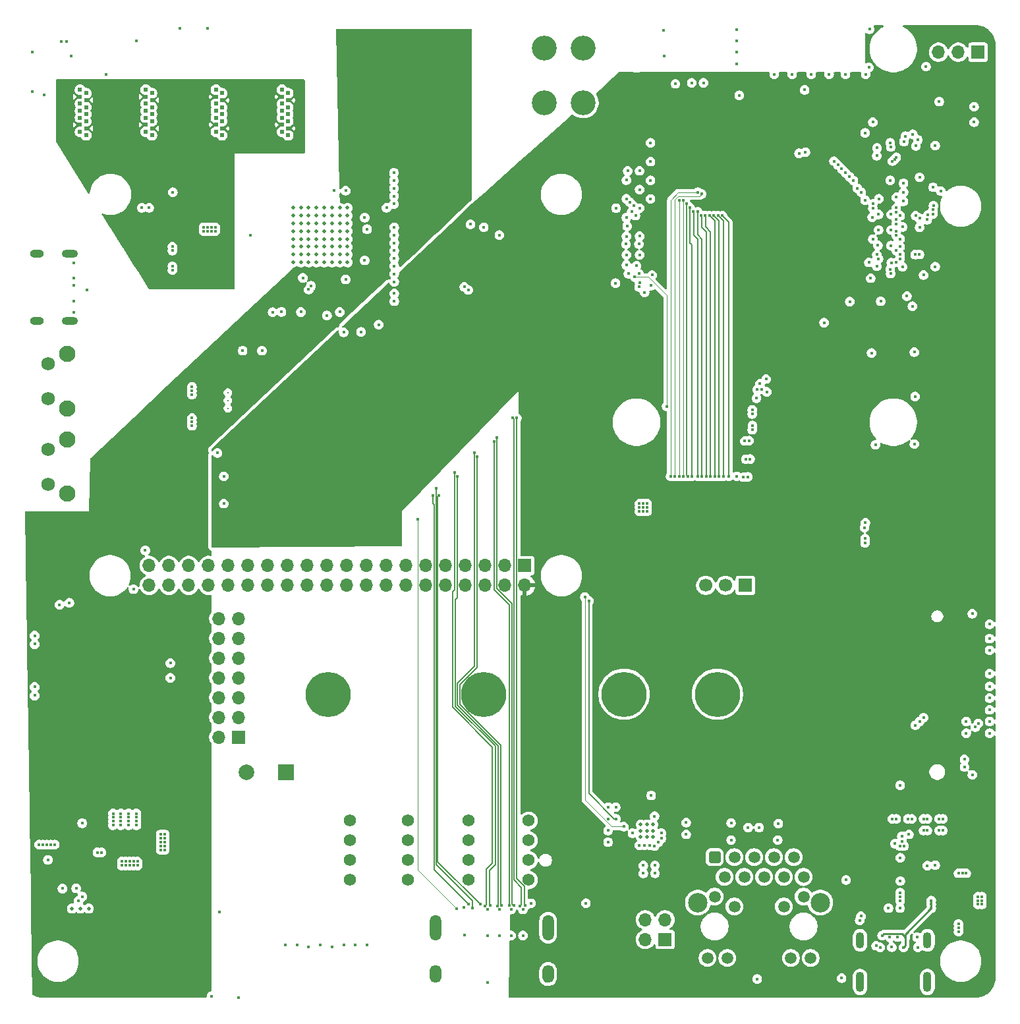
<source format=gbr>
%TF.GenerationSoftware,KiCad,Pcbnew,9.0.3*%
%TF.CreationDate,2025-08-24T22:17:19-04:00*%
%TF.ProjectId,libreboard,6c696272-6562-46f6-9172-642e6b696361,rev?*%
%TF.SameCoordinates,Original*%
%TF.FileFunction,Copper,L3,Inr*%
%TF.FilePolarity,Positive*%
%FSLAX46Y46*%
G04 Gerber Fmt 4.6, Leading zero omitted, Abs format (unit mm)*
G04 Created by KiCad (PCBNEW 9.0.3) date 2025-08-24 22:17:19*
%MOMM*%
%LPD*%
G01*
G04 APERTURE LIST*
G04 Aperture macros list*
%AMRoundRect*
0 Rectangle with rounded corners*
0 $1 Rounding radius*
0 $2 $3 $4 $5 $6 $7 $8 $9 X,Y pos of 4 corners*
0 Add a 4 corners polygon primitive as box body*
4,1,4,$2,$3,$4,$5,$6,$7,$8,$9,$2,$3,0*
0 Add four circle primitives for the rounded corners*
1,1,$1+$1,$2,$3*
1,1,$1+$1,$4,$5*
1,1,$1+$1,$6,$7*
1,1,$1+$1,$8,$9*
0 Add four rect primitives between the rounded corners*
20,1,$1+$1,$2,$3,$4,$5,0*
20,1,$1+$1,$4,$5,$6,$7,0*
20,1,$1+$1,$6,$7,$8,$9,0*
20,1,$1+$1,$8,$9,$2,$3,0*%
G04 Aperture macros list end*
%TA.AperFunction,ComponentPad*%
%ADD10R,1.700000X1.700000*%
%TD*%
%TA.AperFunction,ComponentPad*%
%ADD11O,1.700000X1.700000*%
%TD*%
%TA.AperFunction,ComponentPad*%
%ADD12O,2.100000X1.000000*%
%TD*%
%TA.AperFunction,ComponentPad*%
%ADD13O,1.800000X1.000000*%
%TD*%
%TA.AperFunction,ComponentPad*%
%ADD14RoundRect,0.250500X-0.499500X-0.499500X0.499500X-0.499500X0.499500X0.499500X-0.499500X0.499500X0*%
%TD*%
%TA.AperFunction,ComponentPad*%
%ADD15C,1.500000*%
%TD*%
%TA.AperFunction,ComponentPad*%
%ADD16C,2.500000*%
%TD*%
%TA.AperFunction,ComponentPad*%
%ADD17O,1.500000X3.300000*%
%TD*%
%TA.AperFunction,ComponentPad*%
%ADD18O,1.500000X2.300000*%
%TD*%
%TA.AperFunction,ComponentPad*%
%ADD19C,5.800000*%
%TD*%
%TA.AperFunction,ComponentPad*%
%ADD20C,3.200000*%
%TD*%
%TA.AperFunction,ComponentPad*%
%ADD21C,1.574800*%
%TD*%
%TA.AperFunction,HeatsinkPad*%
%ADD22O,1.100000X2.100000*%
%TD*%
%TA.AperFunction,HeatsinkPad*%
%ADD23O,1.100000X2.600000*%
%TD*%
%TA.AperFunction,ComponentPad*%
%ADD24C,0.300000*%
%TD*%
%TA.AperFunction,ComponentPad*%
%ADD25C,2.100000*%
%TD*%
%TA.AperFunction,ComponentPad*%
%ADD26C,1.750000*%
%TD*%
%TA.AperFunction,HeatsinkPad*%
%ADD27C,0.500000*%
%TD*%
%TA.AperFunction,ComponentPad*%
%ADD28C,0.609600*%
%TD*%
%TA.AperFunction,ComponentPad*%
%ADD29C,1.700000*%
%TD*%
%TA.AperFunction,ComponentPad*%
%ADD30C,0.499999*%
%TD*%
%TA.AperFunction,ComponentPad*%
%ADD31R,2.000000X2.000000*%
%TD*%
%TA.AperFunction,ComponentPad*%
%ADD32C,2.000000*%
%TD*%
%TA.AperFunction,ComponentPad*%
%ADD33C,0.500000*%
%TD*%
%TA.AperFunction,ViaPad*%
%ADD34C,0.450000*%
%TD*%
%TA.AperFunction,Conductor*%
%ADD35C,0.100000*%
%TD*%
%TA.AperFunction,Conductor*%
%ADD36C,0.230000*%
%TD*%
%TA.AperFunction,Conductor*%
%ADD37C,0.130000*%
%TD*%
%TA.AperFunction,Conductor*%
%ADD38C,0.200000*%
%TD*%
%TA.AperFunction,Conductor*%
%ADD39C,0.127000*%
%TD*%
G04 APERTURE END LIST*
D10*
%TO.N,/+3.3v*%
%TO.C,J8*%
X181962600Y-148164100D03*
D11*
%TO.N,/+5v*%
X181962600Y-150704100D03*
%TO.N,/CM5_GPIO ( Ethernet\u002C GPIO\u002C SDCARD)/GPIO2*%
X179422600Y-148164100D03*
%TO.N,/+5v*%
X179422600Y-150704100D03*
%TO.N,/CM5_GPIO ( Ethernet\u002C GPIO\u002C SDCARD)/GPIO3*%
X176882600Y-148164100D03*
%TO.N,GND*%
X176882600Y-150704100D03*
%TO.N,/CM5_GPIO ( Ethernet\u002C GPIO\u002C SDCARD)/GPIO4*%
X174342600Y-148164100D03*
%TO.N,/CM5_GPIO ( Ethernet\u002C GPIO\u002C SDCARD)/GPIO14*%
X174342600Y-150704100D03*
%TO.N,GND*%
X171802600Y-148164100D03*
%TO.N,/CM5_GPIO ( Ethernet\u002C GPIO\u002C SDCARD)/GPIO15*%
X171802600Y-150704100D03*
%TO.N,/CM5_GPIO ( Ethernet\u002C GPIO\u002C SDCARD)/GPIO17*%
X169262600Y-148164100D03*
%TO.N,/CM5_GPIO ( Ethernet\u002C GPIO\u002C SDCARD)/GPIO18*%
X169262600Y-150704100D03*
%TO.N,/CM5_GPIO ( Ethernet\u002C GPIO\u002C SDCARD)/GPIO27*%
X166722600Y-148164100D03*
%TO.N,GND*%
X166722600Y-150704100D03*
%TO.N,/CM5_GPIO ( Ethernet\u002C GPIO\u002C SDCARD)/GPIO22*%
X164182600Y-148164100D03*
%TO.N,/CM5_GPIO ( Ethernet\u002C GPIO\u002C SDCARD)/GPIO23*%
X164182600Y-150704100D03*
%TO.N,/+3.3v*%
X161642600Y-148164100D03*
%TO.N,/CM5_GPIO ( Ethernet\u002C GPIO\u002C SDCARD)/GPIO24*%
X161642600Y-150704100D03*
%TO.N,/CM5_GPIO ( Ethernet\u002C GPIO\u002C SDCARD)/GPIO10*%
X159102600Y-148164100D03*
%TO.N,GND*%
X159102600Y-150704100D03*
%TO.N,/CM5_GPIO ( Ethernet\u002C GPIO\u002C SDCARD)/GPIO9*%
X156562600Y-148164100D03*
%TO.N,/CM5_GPIO ( Ethernet\u002C GPIO\u002C SDCARD)/GPIO25*%
X156562600Y-150704100D03*
%TO.N,/CM5_GPIO ( Ethernet\u002C GPIO\u002C SDCARD)/GPIO11*%
X154022600Y-148164100D03*
%TO.N,/CM5_GPIO ( Ethernet\u002C GPIO\u002C SDCARD)/GPIO8*%
X154022600Y-150704100D03*
%TO.N,GND*%
X151482600Y-148164100D03*
%TO.N,/CM5_GPIO ( Ethernet\u002C GPIO\u002C SDCARD)/GPIO7*%
X151482600Y-150704100D03*
%TO.N,/CM5_GPIO ( Ethernet\u002C GPIO\u002C SDCARD)/ID_SD*%
X148942600Y-148164100D03*
%TO.N,/CM5_GPIO ( Ethernet\u002C GPIO\u002C SDCARD)/ID_SC*%
X148942600Y-150704100D03*
%TO.N,/CM5_GPIO ( Ethernet\u002C GPIO\u002C SDCARD)/GPIO5*%
X146402600Y-148164100D03*
%TO.N,GND*%
X146402600Y-150704100D03*
%TO.N,/CM5_GPIO ( Ethernet\u002C GPIO\u002C SDCARD)/GPIO6*%
X143862600Y-148164100D03*
%TO.N,/CM5_GPIO ( Ethernet\u002C GPIO\u002C SDCARD)/GPIO12*%
X143862600Y-150704100D03*
%TO.N,/CM5_GPIO ( Ethernet\u002C GPIO\u002C SDCARD)/GPIO13*%
X141322600Y-148164100D03*
%TO.N,GND*%
X141322600Y-150704100D03*
%TO.N,/CM5_GPIO ( Ethernet\u002C GPIO\u002C SDCARD)/GPIO19*%
X138782600Y-148164100D03*
%TO.N,/CM5_GPIO ( Ethernet\u002C GPIO\u002C SDCARD)/GPIO16*%
X138782600Y-150704100D03*
%TO.N,/CM5_GPIO ( Ethernet\u002C GPIO\u002C SDCARD)/GPIO26*%
X136242600Y-148164100D03*
%TO.N,/CM5_GPIO ( Ethernet\u002C GPIO\u002C SDCARD)/GPIO20*%
X136242600Y-150704100D03*
%TO.N,GND*%
X133702600Y-148164100D03*
%TO.N,/CM5_GPIO ( Ethernet\u002C GPIO\u002C SDCARD)/GPIO21*%
X133702600Y-150704100D03*
%TD*%
D10*
%TO.N,/CM5_GPIO ( Ethernet\u002C GPIO\u002C SDCARD)/TR1_TAP*%
%TO.C,J9*%
X199998891Y-196224302D03*
D11*
%TO.N,/CM5_GPIO ( Ethernet\u002C GPIO\u002C SDCARD)/TR2_TAP*%
X197458891Y-196224302D03*
%TO.N,/CM5_GPIO ( Ethernet\u002C GPIO\u002C SDCARD)/TR0_TAP*%
X199998891Y-193684302D03*
%TO.N,/CM5_GPIO ( Ethernet\u002C GPIO\u002C SDCARD)/TR3_TAP*%
X197458891Y-193684302D03*
%TD*%
D12*
%TO.N,GND*%
%TO.C,J11*%
X123478891Y-108134100D03*
D13*
X119298891Y-108134100D03*
D12*
X123478891Y-116774100D03*
D13*
X119298891Y-116774100D03*
%TD*%
D14*
%TO.N,/CM5_GPIO ( Ethernet\u002C GPIO\u002C SDCARD)/TRD0_P*%
%TO.C,U3*%
X206363891Y-185644302D03*
D15*
%TO.N,/CM5_GPIO ( Ethernet\u002C GPIO\u002C SDCARD)/TRD0_N*%
X207633891Y-188184302D03*
%TO.N,/CM5_GPIO ( Ethernet\u002C GPIO\u002C SDCARD)/TRD1_P*%
X208903891Y-185644302D03*
%TO.N,Net-(C1-Pad1)*%
X210173891Y-188184302D03*
X211443891Y-185644302D03*
%TO.N,/CM5_GPIO ( Ethernet\u002C GPIO\u002C SDCARD)/TRD1_N*%
X212713891Y-188184302D03*
%TO.N,/CM5_GPIO ( Ethernet\u002C GPIO\u002C SDCARD)/TRD2_P*%
X213983891Y-185644302D03*
%TO.N,/CM5_GPIO ( Ethernet\u002C GPIO\u002C SDCARD)/TRD2_N*%
X215253891Y-188184302D03*
%TO.N,/CM5_GPIO ( Ethernet\u002C GPIO\u002C SDCARD)/TRD3_P*%
X216523891Y-185644302D03*
%TO.N,/CM5_GPIO ( Ethernet\u002C GPIO\u002C SDCARD)/TRD3_N*%
X217793891Y-188184302D03*
%TO.N,/CM5_GPIO ( Ethernet\u002C GPIO\u002C SDCARD)/TR0_TAP*%
X206363891Y-190704302D03*
%TO.N,/CM5_GPIO ( Ethernet\u002C GPIO\u002C SDCARD)/TR1_TAP*%
X208903891Y-191974302D03*
%TO.N,/CM5_GPIO ( Ethernet\u002C GPIO\u002C SDCARD)/TR2_TAP*%
X215253891Y-191974302D03*
%TO.N,/CM5_GPIO ( Ethernet\u002C GPIO\u002C SDCARD)/TR3_TAP*%
X217793891Y-190704302D03*
%TO.N,/+3.3v*%
X205448891Y-198594302D03*
%TO.N,Net-(U3-LEDY_K)*%
X207988891Y-198594302D03*
%TO.N,/+3.3v*%
X216168891Y-198594302D03*
%TO.N,Net-(U3-LEDG_K)*%
X218708891Y-198594302D03*
D16*
%TO.N,GND*%
X204203891Y-191484302D03*
X219953891Y-191484302D03*
%TD*%
D17*
%TO.N,GND*%
%TO.C,J22*%
X184978891Y-194704302D03*
X170478891Y-194704302D03*
D18*
X170478891Y-200664302D03*
X184978891Y-200664302D03*
%TD*%
D10*
%TO.N,GND*%
%TO.C,J2*%
X145202600Y-170204100D03*
D11*
%TO.N,/CM5_GPIO ( Ethernet\u002C GPIO\u002C SDCARD)/nRPIBOOT*%
X142662600Y-170204100D03*
%TO.N,GND*%
X145202600Y-167664100D03*
%TO.N,/CM5_GPIO ( Ethernet\u002C GPIO\u002C SDCARD)/EEPROM_nWP*%
X142662600Y-167664100D03*
%TO.N,GND*%
X145202600Y-165124100D03*
%TO.N,/CM5_GPIO ( Ethernet\u002C GPIO\u002C SDCARD)/SYNC_OUT*%
X142662600Y-165124100D03*
%TO.N,GND*%
X145202600Y-162584100D03*
%TO.N,unconnected-(J2-Pin_8-Pad8)*%
X142662600Y-162584100D03*
%TO.N,GND*%
X145202600Y-160044100D03*
%TO.N,/CM5_GPIO ( Ethernet\u002C GPIO\u002C SDCARD)/USBOTG*%
X142662600Y-160044100D03*
%TO.N,GND*%
X145202600Y-157504100D03*
%TO.N,/CM5_GPIO ( Ethernet\u002C GPIO\u002C SDCARD)/PMIC_ENABLE*%
X142662600Y-157504100D03*
%TO.N,GND*%
X145202600Y-154964100D03*
%TO.N,/CM5_GPIO ( Ethernet\u002C GPIO\u002C SDCARD)/PWR_BUT*%
X142662600Y-154964100D03*
%TD*%
D10*
%TO.N,/CM5_GPIO ( Ethernet\u002C GPIO\u002C SDCARD)/WL_nDis*%
%TO.C,J3*%
X240202600Y-82204100D03*
D11*
%TO.N,GND*%
X237662600Y-82204100D03*
%TO.N,/CM5_GPIO ( Ethernet\u002C GPIO\u002C SDCARD)/BT_nDis*%
X235122600Y-82204100D03*
%TD*%
D19*
%TO.N,GND*%
%TO.C,J4*%
X206727600Y-164704100D03*
X194727600Y-164704100D03*
X176727600Y-164704100D03*
X156727600Y-164704100D03*
%TD*%
D20*
%TO.N,GND*%
%TO.C,J101*%
X184478891Y-81704302D03*
X184478891Y-88704302D03*
X189478891Y-81704302D03*
X189478891Y-88704302D03*
%TD*%
D21*
%TO.N,GND*%
%TO.C,J53*%
X166978891Y-180954302D03*
%TO.N,+12V*%
X166978891Y-183494302D03*
%TO.N,Net-(U10-TACH3)*%
X166978891Y-186034302D03*
%TO.N,Net-(U10-PWM3)*%
X166978891Y-188574302D03*
%TD*%
%TO.N,GND*%
%TO.C,J54*%
X182478891Y-180954302D03*
%TO.N,+12V*%
X182478891Y-183494302D03*
%TO.N,Net-(U10-TACH4)*%
X182478891Y-186034302D03*
%TO.N,Net-(U10-PWM4)*%
X182478891Y-188574302D03*
%TD*%
D22*
%TO.N,GND*%
%TO.C,J15*%
X225062600Y-196324100D03*
D23*
X225062600Y-201684100D03*
D22*
X233702600Y-196324100D03*
D23*
X233702600Y-201684100D03*
%TD*%
D24*
%TO.N,N/C*%
%TO.C,U14*%
X143812600Y-127954100D03*
X143812600Y-126954100D03*
X143812600Y-125954100D03*
%TD*%
D25*
%TO.N,*%
%TO.C,SW2*%
X123192600Y-138954100D03*
X123192600Y-131944100D03*
D26*
%TO.N,unconnected-(SW2-Pad1)*%
X120702600Y-137704100D03*
%TO.N,unconnected-(SW2-Pad2)*%
X120702600Y-133204100D03*
%TD*%
D21*
%TO.N,GND*%
%TO.C,J52*%
X174728891Y-180954302D03*
%TO.N,+12V*%
X174728891Y-183494302D03*
%TO.N,Net-(U10-TACH2)*%
X174728891Y-186034302D03*
%TO.N,Net-(U10-PWM2)*%
X174728891Y-188574302D03*
%TD*%
D27*
%TO.N,GND*%
%TO.C,U10*%
X196877600Y-181429100D03*
X196877600Y-182229100D03*
X196877600Y-183029100D03*
X197677600Y-181429100D03*
X197677600Y-182229100D03*
X197677600Y-183029100D03*
X198477600Y-181429100D03*
X198477600Y-182229100D03*
X198477600Y-183029100D03*
%TD*%
D25*
%TO.N,*%
%TO.C,SW1*%
X123192600Y-127954100D03*
X123192600Y-120944100D03*
D26*
%TO.N,/CM5_GPIO ( Ethernet\u002C GPIO\u002C SDCARD)/PWR_BUT*%
X120702600Y-126704100D03*
%TO.N,GND*%
X120702600Y-122204100D03*
%TD*%
D28*
%TO.N,GND*%
%TO.C,J6*%
X134059200Y-87481200D03*
%TO.N,/CM5_HighSpeed/USB2_VBUS*%
X134059200Y-88381201D03*
%TO.N,Net-(J6-CC1)*%
X134059200Y-89281199D03*
%TO.N,Net-(J6-DP1)*%
X134059200Y-90181200D03*
%TO.N,Net-(J6-DN1)*%
X134059200Y-91081200D03*
%TO.N,/CM5_HighSpeed/USB2_VBUS*%
X134059200Y-91981199D03*
%TO.N,GND*%
X134059200Y-92881199D03*
X133279199Y-92431199D03*
%TO.N,/CM5_HighSpeed/USB2_VBUS*%
X133279199Y-91531199D03*
%TO.N,Net-(J6-CC2)*%
X133279199Y-90631200D03*
%TO.N,Net-(J6-DP1)*%
X133279199Y-89731200D03*
%TO.N,Net-(J6-DN1)*%
X133279199Y-88831199D03*
%TO.N,/CM5_HighSpeed/USB2_VBUS*%
X133279199Y-87931201D03*
%TO.N,GND*%
X133279199Y-87031200D03*
%TD*%
D10*
%TO.N,unconnected-(J19-Pin_1-Pad1)*%
%TO.C,J19*%
X210302600Y-150704100D03*
D29*
%TO.N,unconnected-(J19-Pin_2-Pad2)*%
X207762600Y-150704100D03*
%TO.N,unconnected-(J19-Pin_3-Pad3)*%
X205222600Y-150704100D03*
%TD*%
D21*
%TO.N,GND*%
%TO.C,J51*%
X159478891Y-180954302D03*
%TO.N,+12V*%
X159478891Y-183494302D03*
%TO.N,Net-(J51-TACH)*%
X159478891Y-186034302D03*
%TO.N,Net-(J51-PWM)*%
X159478891Y-188574302D03*
%TD*%
D28*
%TO.N,GND*%
%TO.C,J10*%
X143072800Y-87481200D03*
%TO.N,/CM5_HighSpeed/USB2_VBUS*%
X143072800Y-88381201D03*
%TO.N,Net-(J10-CC1)*%
X143072800Y-89281199D03*
%TO.N,Net-(J10-DP1)*%
X143072800Y-90181200D03*
%TO.N,Net-(J10-DN1)*%
X143072800Y-91081200D03*
%TO.N,/CM5_HighSpeed/USB2_VBUS*%
X143072800Y-91981199D03*
%TO.N,GND*%
X143072800Y-92881199D03*
X142292799Y-92431199D03*
%TO.N,/CM5_HighSpeed/USB2_VBUS*%
X142292799Y-91531199D03*
%TO.N,Net-(J10-CC2)*%
X142292799Y-90631200D03*
%TO.N,Net-(J10-DP1)*%
X142292799Y-89731200D03*
%TO.N,Net-(J10-DN1)*%
X142292799Y-88831199D03*
%TO.N,/CM5_HighSpeed/USB2_VBUS*%
X142292799Y-87931201D03*
%TO.N,GND*%
X142292799Y-87031200D03*
%TD*%
D30*
%TO.N,N/C*%
%TO.C,U4*%
X125937602Y-192234099D03*
X124862600Y-192234099D03*
X123787598Y-192234099D03*
%TD*%
D31*
%TO.N,+12V*%
%TO.C,D4*%
X151282600Y-174704100D03*
D32*
%TO.N,Net-(D4-A)*%
X146202600Y-174704100D03*
%TD*%
D20*
%TO.N,+VDC*%
%TO.C,J100*%
X163478891Y-81704302D03*
X163478891Y-88704302D03*
X168478891Y-81704302D03*
X168478891Y-88704302D03*
%TD*%
D28*
%TO.N,GND*%
%TO.C,J17*%
X151559200Y-87481200D03*
%TO.N,/CM5_HighSpeed/USB2_VBUS*%
X151559200Y-88381201D03*
%TO.N,Net-(J17-CC1)*%
X151559200Y-89281199D03*
%TO.N,Net-(J17-DP1)*%
X151559200Y-90181200D03*
%TO.N,Net-(J17-DN1)*%
X151559200Y-91081200D03*
%TO.N,/CM5_HighSpeed/USB2_VBUS*%
X151559200Y-91981199D03*
%TO.N,GND*%
X151559200Y-92881199D03*
X150779199Y-92431199D03*
%TO.N,/CM5_HighSpeed/USB2_VBUS*%
X150779199Y-91531199D03*
%TO.N,Net-(J17-CC2)*%
X150779199Y-90631200D03*
%TO.N,Net-(J17-DP1)*%
X150779199Y-89731200D03*
%TO.N,Net-(J17-DN1)*%
X150779199Y-88831199D03*
%TO.N,/CM5_HighSpeed/USB2_VBUS*%
X150779199Y-87931201D03*
%TO.N,GND*%
X150779199Y-87031200D03*
%TD*%
%TO.N,GND*%
%TO.C,J1*%
X125600000Y-87481200D03*
%TO.N,/CM5_HighSpeed/USB2_VBUS*%
X125600000Y-88381201D03*
%TO.N,Net-(J1-CC1)*%
X125600000Y-89281199D03*
%TO.N,Net-(J1-DP1)*%
X125600000Y-90181200D03*
%TO.N,Net-(J1-DN1)*%
X125600000Y-91081200D03*
%TO.N,/CM5_HighSpeed/USB2_VBUS*%
X125600000Y-91981199D03*
%TO.N,GND*%
X125600000Y-92881199D03*
X124819999Y-92431199D03*
%TO.N,/CM5_HighSpeed/USB2_VBUS*%
X124819999Y-91531199D03*
%TO.N,Net-(J1-CC2)*%
X124819999Y-90631200D03*
%TO.N,Net-(J1-DP1)*%
X124819999Y-89731200D03*
%TO.N,Net-(J1-DN1)*%
X124819999Y-88831199D03*
%TO.N,/CM5_HighSpeed/USB2_VBUS*%
X124819999Y-87931201D03*
%TO.N,GND*%
X124819999Y-87031200D03*
%TD*%
D33*
%TO.N,unconnected-(U11-VSS-Pad65)*%
%TO.C,U11*%
X152202600Y-102204100D03*
X152202600Y-103204100D03*
X152202600Y-104204100D03*
X152202600Y-105204100D03*
X152202600Y-106204100D03*
X152202600Y-107204100D03*
X152202600Y-108204100D03*
X152202600Y-109204100D03*
X153202600Y-102204100D03*
X153202600Y-103204100D03*
X153202600Y-104204100D03*
X153202600Y-105204100D03*
X153202600Y-106204100D03*
X153202600Y-107204100D03*
X153202600Y-108204100D03*
X153202600Y-109204100D03*
X154202600Y-102204100D03*
X154202600Y-103204100D03*
X154202600Y-104204100D03*
X154202600Y-105204100D03*
X154202600Y-106204100D03*
X154202600Y-107204100D03*
X154202600Y-108204100D03*
X154202600Y-109204100D03*
X155202600Y-102204100D03*
X155202600Y-103204100D03*
X155202600Y-104204100D03*
X155202600Y-105204100D03*
X155202600Y-106204100D03*
X155202600Y-107204100D03*
X155202600Y-108204100D03*
X155202600Y-109204100D03*
X156202600Y-102204100D03*
X156202600Y-103204100D03*
X156202600Y-104204100D03*
X156202600Y-105204100D03*
X156202600Y-106204100D03*
X156202600Y-107204100D03*
X156202600Y-108204100D03*
X156202600Y-109204100D03*
X157202600Y-102204100D03*
X157202600Y-103204100D03*
X157202600Y-104204100D03*
X157202600Y-105204100D03*
X157202600Y-106204100D03*
X157202600Y-107204100D03*
X157202600Y-108204100D03*
X157202600Y-109204100D03*
X158202600Y-102204100D03*
X158202600Y-103204100D03*
X158202600Y-104204100D03*
X158202600Y-105204100D03*
X158202600Y-106204100D03*
X158202600Y-107204100D03*
X158202600Y-108204100D03*
X158202600Y-109204100D03*
X159202600Y-102204100D03*
X159202600Y-103204100D03*
X159202600Y-104204100D03*
X159202600Y-105204100D03*
X159202600Y-106204100D03*
X159202600Y-107204100D03*
X159202600Y-108204100D03*
X159202600Y-109204100D03*
%TD*%
D34*
%TO.N,Net-(U13-OUT)*%
X163202600Y-117204100D03*
X165202600Y-113204100D03*
%TO.N,Net-(C34-Pad1)*%
X164202600Y-102204100D03*
%TO.N,+VDC*%
X142422600Y-127704100D03*
X142422600Y-127204100D03*
X142422600Y-128204100D03*
%TO.N,/CM5_HighSpeed/VBUS_EN*%
X209202600Y-136704100D03*
X200202600Y-127704100D03*
X223252600Y-188566600D03*
%TO.N,/+5v*%
X238202600Y-185704100D03*
%TO.N,GND*%
X238702600Y-187704100D03*
X237702600Y-187704100D03*
%TO.N,/+5v*%
X238702600Y-185704100D03*
X237702600Y-185704100D03*
%TO.N,GND*%
X237702600Y-194704100D03*
X237702600Y-195204100D03*
X237702600Y-194204100D03*
X230202600Y-190704100D03*
X230202600Y-191204100D03*
X230202600Y-190204100D03*
X230702600Y-184204100D03*
X230202600Y-184204100D03*
X230222600Y-185704100D03*
X230428891Y-183645711D03*
X235702600Y-182204100D03*
X235202600Y-182204100D03*
X233702600Y-182204100D03*
X233202600Y-182204100D03*
X229202600Y-180704100D03*
X229702600Y-180704100D03*
X231202600Y-180704100D03*
X231702600Y-180704100D03*
X231328891Y-182704100D03*
X235702600Y-180704100D03*
X235202600Y-180704100D03*
X233702600Y-180704100D03*
X233202600Y-180704100D03*
X238202600Y-187704100D03*
X240702600Y-190704100D03*
X240702600Y-191204100D03*
X240702600Y-191704100D03*
X240202600Y-191704100D03*
X240202600Y-191204100D03*
X240202600Y-190704100D03*
X230222600Y-188704100D03*
%TO.N,/+5v*%
X225152600Y-188566600D03*
%TO.N,GND*%
X232382600Y-195914100D03*
X232482600Y-197214100D03*
%TO.N,/CM5_HighSpeed/USB3_VBUS*%
X234202600Y-191204100D03*
X234202600Y-191704100D03*
X234202600Y-192204100D03*
X230632600Y-197214100D03*
X230882600Y-195914100D03*
X227882600Y-195704100D03*
%TO.N,*%
X132026483Y-80750393D03*
X137626483Y-79150393D03*
%TO.N,GND*%
X139202600Y-125204100D03*
X227343053Y-107024415D03*
X141226483Y-79150393D03*
X195026309Y-98650393D03*
X131702600Y-186704100D03*
X145702600Y-120554100D03*
X181728891Y-195704302D03*
X203426309Y-86150393D03*
X226276309Y-79250393D03*
X239477600Y-154354100D03*
X216326309Y-85050393D03*
X129066309Y-180523898D03*
X209526309Y-87750393D03*
X239477600Y-175054100D03*
X178728891Y-192354302D03*
X241702600Y-162054302D03*
X165202600Y-106704100D03*
X177228891Y-192354302D03*
X132066309Y-181523898D03*
X174178891Y-192066802D03*
X181728891Y-192354302D03*
X129066309Y-180023898D03*
X160927600Y-118154100D03*
X124612600Y-191284101D03*
X127066309Y-185023898D03*
X120702600Y-185984100D03*
X195276309Y-110675393D03*
X177228891Y-201754302D03*
X233702600Y-186724100D03*
X165162600Y-98704100D03*
X136702600Y-109704100D03*
X135202600Y-182704100D03*
X135202600Y-184204100D03*
X130702600Y-186704100D03*
X139202600Y-126204100D03*
X193702600Y-102250393D03*
X132066309Y-181023898D03*
X135202600Y-183204100D03*
X132202600Y-186204100D03*
X229026309Y-105050393D03*
X130066309Y-180523898D03*
X157202600Y-197204100D03*
X193626309Y-111880403D03*
X165202600Y-108704100D03*
X131066309Y-180023898D03*
X141728891Y-203504302D03*
X201326309Y-86270393D03*
X154202600Y-197204100D03*
X156552600Y-116039774D03*
X131702600Y-186204100D03*
X198326309Y-110850393D03*
X238478891Y-173054302D03*
X158702600Y-196954302D03*
X121066309Y-184023898D03*
X135202600Y-183704100D03*
X140702600Y-105204100D03*
X227426309Y-108750393D03*
X139202600Y-125704100D03*
X132202600Y-186704100D03*
X143302600Y-140204100D03*
X211828891Y-201284302D03*
X124053891Y-115654100D03*
X136752600Y-100204100D03*
X142202600Y-105204100D03*
X143302600Y-136704100D03*
X130066309Y-180023898D03*
X231076309Y-113550393D03*
X195026309Y-108250393D03*
X136702600Y-110204100D03*
X208478891Y-181234302D03*
X198126309Y-96260403D03*
X135702600Y-184204100D03*
X194971918Y-106866120D03*
X235426309Y-100050393D03*
X196626309Y-106850393D03*
X228926309Y-98670403D03*
X195026309Y-105860403D03*
X119566309Y-184023898D03*
X231776309Y-114850393D03*
X241702600Y-165204100D03*
X141702600Y-105204100D03*
X133702600Y-102204100D03*
X189828891Y-191554302D03*
X241702600Y-155704100D03*
X234702600Y-186664100D03*
X142202600Y-104704100D03*
X174228891Y-195654302D03*
X230651762Y-100187216D03*
X233526309Y-84050393D03*
X209176309Y-79350393D03*
X232126309Y-108204100D03*
X130202600Y-186704100D03*
X199826309Y-79400393D03*
X230526309Y-104650393D03*
X165162600Y-100704100D03*
X165202600Y-105704100D03*
X227026309Y-132650393D03*
X142477600Y-133704100D03*
X141202600Y-105204100D03*
X157128891Y-163654302D03*
X130702600Y-186204100D03*
X196728176Y-102242923D03*
X141702600Y-104704100D03*
X232026309Y-132550393D03*
X165162600Y-101704100D03*
X225776309Y-85050393D03*
X140702600Y-104704100D03*
X198126309Y-98660403D03*
X210678891Y-181834302D03*
X145178891Y-203716802D03*
X230521271Y-109781766D03*
X122402600Y-80804100D03*
X196726309Y-111820383D03*
X209176309Y-80750393D03*
X195026309Y-103450393D03*
X196726309Y-99850393D03*
X158702600Y-118204100D03*
X139202600Y-130204100D03*
X241702600Y-168204100D03*
X241702600Y-163704100D03*
X165162600Y-99704100D03*
X196626309Y-110650393D03*
X165202600Y-110704100D03*
X227471297Y-101050393D03*
X195126309Y-104550393D03*
X131066309Y-181523898D03*
X209176309Y-82150393D03*
X227702600Y-114204100D03*
X204926309Y-86150393D03*
X232026309Y-120750393D03*
X141202600Y-104704100D03*
X165202600Y-114204100D03*
X241702600Y-169704100D03*
X230428891Y-182945711D03*
X182778891Y-191566802D03*
X165202600Y-111704100D03*
X232126309Y-126450393D03*
X127566309Y-185023898D03*
X230626309Y-101350393D03*
X160202600Y-196954302D03*
X229026309Y-103050393D03*
X196326309Y-109650393D03*
X165202600Y-109704100D03*
X217926309Y-87050393D03*
X150702600Y-115569774D03*
X214546450Y-181327196D03*
X193662600Y-179204100D03*
X195202600Y-97450393D03*
X214478891Y-183434302D03*
X129066309Y-181023898D03*
X132066309Y-180023898D03*
X131066309Y-180523898D03*
X218776309Y-85050393D03*
X139202600Y-129204100D03*
X228976309Y-110650393D03*
X155702600Y-196954302D03*
X165162600Y-97704100D03*
X135702600Y-183704100D03*
X130066309Y-181523898D03*
X232702600Y-104704100D03*
X198126309Y-93840383D03*
X221076309Y-85050393D03*
X158202600Y-115589774D03*
X208478891Y-183434302D03*
X178728891Y-195704302D03*
X196726309Y-108250393D03*
X139202600Y-129704100D03*
X184728891Y-201554302D03*
X199926309Y-82712893D03*
X165202600Y-107704100D03*
X130202600Y-186204100D03*
X196726309Y-97450393D03*
X228926309Y-93835383D03*
X195026309Y-109550393D03*
X130066309Y-181023898D03*
X153202600Y-115589774D03*
X238478891Y-174054302D03*
X241702600Y-157554302D03*
X180228891Y-192354302D03*
X131066309Y-181023898D03*
X161702600Y-196954302D03*
X177228891Y-195704302D03*
X132066309Y-180523898D03*
X129066309Y-181523898D03*
X241702600Y-166704100D03*
X220426309Y-116950393D03*
X196726309Y-105850393D03*
X235226309Y-88550393D03*
X121566309Y-184023898D03*
X227426309Y-105050393D03*
X135702600Y-183204100D03*
X222678891Y-201184302D03*
X136702600Y-107204100D03*
X195026309Y-101050393D03*
X124337254Y-189634100D03*
X198126309Y-101060403D03*
X136702600Y-107704100D03*
X230202600Y-176404100D03*
X122572600Y-189674100D03*
X152702600Y-196954302D03*
X223176309Y-85050393D03*
X226526309Y-120850393D03*
X234702600Y-94204100D03*
X124053891Y-109254100D03*
X232706299Y-103564324D03*
X209176309Y-83750393D03*
X229052878Y-109257020D03*
X180228891Y-195704302D03*
X234426309Y-99550393D03*
X227426309Y-103050393D03*
X135202600Y-184704100D03*
X120066309Y-184023898D03*
X230626309Y-99050393D03*
X226426309Y-111250393D03*
X120566309Y-184023898D03*
X165202600Y-104704100D03*
X135702600Y-184704100D03*
X229007109Y-107047169D03*
X214026309Y-85050393D03*
X212078891Y-181834302D03*
X238702600Y-168204100D03*
X238702600Y-169704100D03*
X241702600Y-159054302D03*
X135702600Y-182704100D03*
X226176309Y-84150393D03*
X131202600Y-186704100D03*
X228976309Y-110650393D03*
X223726309Y-114250393D03*
X131202600Y-186204100D03*
%TO.N,/CM5_GPIO ( Ethernet\u002C GPIO\u002C SDCARD)/nRPIBOOT*%
X232226309Y-94250393D03*
%TO.N,/CM5_GPIO ( Ethernet\u002C GPIO\u002C SDCARD)/EEPROM_nWP*%
X226187434Y-109219266D03*
%TO.N,/CM5_GPIO ( Ethernet\u002C GPIO\u002C SDCARD)/SYNC_OUT*%
X227202600Y-109704100D03*
%TO.N,/CM5_GPIO ( Ethernet\u002C GPIO\u002C SDCARD)/USBOTG*%
X197366309Y-113075395D03*
X131702600Y-151204100D03*
%TO.N,/+3.3v*%
X196702600Y-140704100D03*
X151202600Y-196954302D03*
X197702600Y-140704100D03*
X229487601Y-95989101D03*
X230192600Y-192184100D03*
X197702600Y-140204100D03*
X229202600Y-96204100D03*
X192682600Y-183704100D03*
X197202600Y-141204100D03*
X198702600Y-187714100D03*
X196702600Y-140204100D03*
X192682600Y-180704100D03*
X136427600Y-162604100D03*
X202702600Y-182704100D03*
X195815100Y-182554100D03*
X118702600Y-82204100D03*
X197202600Y-140204100D03*
X146702600Y-105704100D03*
X118702600Y-87279100D03*
X202702600Y-181204100D03*
X192682600Y-182204100D03*
X197702600Y-141204100D03*
X123702600Y-82704100D03*
X198202600Y-177704100D03*
X229702600Y-95704100D03*
X228702600Y-192184100D03*
X197202600Y-187724100D03*
X192702600Y-179204100D03*
X197202600Y-140704100D03*
X149570307Y-115609774D03*
X196702600Y-141204100D03*
%TO.N,/CM5_GPIO ( Ethernet\u002C GPIO\u002C SDCARD)/PMIC_ENABLE*%
X230876309Y-93000393D03*
%TO.N,/CM5_GPIO ( Ethernet\u002C GPIO\u002C SDCARD)/PWR_BUT*%
X227202600Y-95516097D03*
X133202600Y-146204100D03*
%TO.N,/+5v*%
X235702600Y-184204100D03*
X233202600Y-184204100D03*
X154202600Y-129204100D03*
X188880176Y-194182016D03*
X155202600Y-129204100D03*
X154202600Y-126204100D03*
X154202600Y-125204100D03*
X154202600Y-128204100D03*
X233702600Y-184204100D03*
X188878891Y-193564302D03*
X234202600Y-95850393D03*
X155202600Y-126204100D03*
X234702600Y-185704100D03*
X155202600Y-128204100D03*
X235202600Y-184204100D03*
X239202600Y-92204100D03*
X155202600Y-125204100D03*
X148202600Y-120554100D03*
X188880176Y-192967446D03*
X187278891Y-194234302D03*
X155202600Y-127204100D03*
X240202600Y-92204100D03*
X154202600Y-127204100D03*
%TO.N,/CM5_HighSpeed/PCIE_RX_N*%
X211202600Y-128704100D03*
X225626922Y-143295988D03*
%TO.N,/CM5_HighSpeed/PCIE_RX_P*%
X225734383Y-142672317D03*
X211209381Y-128147316D03*
%TO.N,/CM5_HighSpeed/PCIE_TX_N*%
X211201570Y-130721340D03*
X225695819Y-145260884D03*
%TO.N,/CM5_HighSpeed/PCIE_TX_P*%
X211234383Y-130172317D03*
X225702600Y-144704100D03*
%TO.N,/CM5_HighSpeed/PCIE_nCLKREQ*%
X232702600Y-168204100D03*
X212386768Y-125519932D03*
%TO.N,/CM5_HighSpeed/PCIE_CLK_N*%
X240252600Y-168454100D03*
X212993102Y-124204100D03*
%TO.N,/CM5_HighSpeed/PCIE_CLK_P*%
X239852600Y-168929102D03*
X212202600Y-124807807D03*
%TO.N,/CM5_HighSpeed/DPHY0_D0_N*%
X207356131Y-103202998D03*
X208202600Y-136704100D03*
%TO.N,/CM5_HighSpeed/DPHY0_D0_P*%
X206804619Y-103203030D03*
X207502618Y-136704100D03*
%TO.N,/CM5_HighSpeed/DPHY0_D1_N*%
X206952615Y-136704100D03*
X206253374Y-103203329D03*
%TO.N,/CM5_HighSpeed/DPHY0_D1_P*%
X205702600Y-103204100D03*
X206402612Y-136704100D03*
%TO.N,/CM5_HighSpeed/DPHY0_C_N*%
X205151826Y-103203329D03*
X205852609Y-136704100D03*
%TO.N,/CM5_HighSpeed/DPHY0_C_P*%
X205302606Y-136704100D03*
X204600600Y-103203011D03*
%TO.N,/CM5_HighSpeed/DPHY0_D2_N*%
X204202600Y-102704100D03*
X204752603Y-136704100D03*
%TO.N,/CM5_HighSpeed/DPHY0_D2_P*%
X203651826Y-102703329D03*
X204202600Y-136704100D03*
%TO.N,/CM5_HighSpeed/DPHY0_D3_N*%
X203452615Y-136704100D03*
X203202600Y-102204100D03*
%TO.N,/CM5_HighSpeed/DPHY0_D3_P*%
X202902612Y-136704100D03*
X202730270Y-101704100D03*
%TO.N,/CM5_GPIO ( Ethernet\u002C GPIO\u002C SDCARD)/CAM_GPIO0*%
X225702600Y-92579100D03*
X232471309Y-93450393D03*
X202352609Y-101204100D03*
X231826309Y-92750393D03*
X202352609Y-136704100D03*
%TO.N,/CM5_GPIO ( Ethernet\u002C GPIO\u002C SDCARD)/CAM_GPIO1*%
X201802606Y-136704100D03*
X201802606Y-101204100D03*
%TO.N,/CM5_HighSpeed/SCL0*%
X201252603Y-136704100D03*
X204710736Y-100414578D03*
%TO.N,/CM5_HighSpeed/SDA0*%
X204202600Y-100204100D03*
X200702600Y-136704100D03*
%TO.N,/CM5_GPIO ( Ethernet\u002C GPIO\u002C SDCARD)/ID_SC*%
X194702600Y-181704100D03*
X189702600Y-152204100D03*
X230202600Y-106204100D03*
%TO.N,/CM5_GPIO ( Ethernet\u002C GPIO\u002C SDCARD)/ID_SD*%
X226687434Y-106219266D03*
X193702600Y-180704100D03*
X190202600Y-152704100D03*
%TO.N,/CM5_GPIO ( Ethernet\u002C GPIO\u002C SDCARD)/SD_DAT1*%
X234441308Y-102465392D03*
X118993891Y-157164302D03*
%TO.N,/CM5_GPIO ( Ethernet\u002C GPIO\u002C SDCARD)/SD_DAT0*%
X118993891Y-158264302D03*
X234391308Y-103015392D03*
%TO.N,/CM5_GPIO ( Ethernet\u002C GPIO\u002C SDCARD)/SD_CLK*%
X233676308Y-103730392D03*
X122202600Y-153204100D03*
%TO.N,/CM5_GPIO ( Ethernet\u002C GPIO\u002C SDCARD)/SD_CMD*%
X229726309Y-100850393D03*
X123452600Y-152954100D03*
%TO.N,/CM5_GPIO ( Ethernet\u002C GPIO\u002C SDCARD)/SD_DAT3*%
X118993891Y-163764302D03*
X233791308Y-103115392D03*
%TO.N,/CM5_GPIO ( Ethernet\u002C GPIO\u002C SDCARD)/SD_DAT2*%
X118993891Y-164864302D03*
X234491308Y-101915392D03*
%TO.N,/CM5_GPIO ( Ethernet\u002C GPIO\u002C SDCARD)/GPIO2*%
X226702600Y-101704100D03*
%TO.N,/CM5_GPIO ( Ethernet\u002C GPIO\u002C SDCARD)/GPIO3*%
X226702600Y-102254103D03*
%TO.N,/CM5_GPIO ( Ethernet\u002C GPIO\u002C SDCARD)/GPIO4*%
X225702600Y-101204100D03*
%TO.N,/CM5_GPIO ( Ethernet\u002C GPIO\u002C SDCARD)/GPIO14*%
X229702600Y-102204100D03*
%TO.N,/CM5_GPIO ( Ethernet\u002C GPIO\u002C SDCARD)/GPIO15*%
X229702600Y-102754103D03*
%TO.N,/CM5_GPIO ( Ethernet\u002C GPIO\u002C SDCARD)/GPIO17*%
X226608664Y-103409351D03*
%TO.N,/CM5_GPIO ( Ethernet\u002C GPIO\u002C SDCARD)/GPIO18*%
X230202600Y-103204100D03*
%TO.N,/CM5_GPIO ( Ethernet\u002C GPIO\u002C SDCARD)/GPIO27*%
X225202600Y-100204100D03*
%TO.N,/CM5_GPIO ( Ethernet\u002C GPIO\u002C SDCARD)/GPIO22*%
X224702600Y-99704100D03*
%TO.N,/CM5_GPIO ( Ethernet\u002C GPIO\u002C SDCARD)/GPIO23*%
X232202600Y-103204100D03*
%TO.N,/CM5_GPIO ( Ethernet\u002C GPIO\u002C SDCARD)/GPIO24*%
X229714650Y-103719153D03*
%TO.N,/CM5_GPIO ( Ethernet\u002C GPIO\u002C SDCARD)/GPIO10*%
X224202600Y-98704100D03*
%TO.N,/CM5_GPIO ( Ethernet\u002C GPIO\u002C SDCARD)/GPIO9*%
X223702600Y-98204100D03*
%TO.N,/CM5_GPIO ( Ethernet\u002C GPIO\u002C SDCARD)/GPIO25*%
X229700988Y-104268986D03*
%TO.N,/CM5_GPIO ( Ethernet\u002C GPIO\u002C SDCARD)/GPIO11*%
X223202600Y-97704100D03*
%TO.N,/CM5_GPIO ( Ethernet\u002C GPIO\u002C SDCARD)/GPIO8*%
X229702600Y-105204100D03*
%TO.N,/CM5_GPIO ( Ethernet\u002C GPIO\u002C SDCARD)/GPIO7*%
X229702600Y-105754103D03*
%TO.N,/CM5_GPIO ( Ethernet\u002C GPIO\u002C SDCARD)/GPIO5*%
X222702600Y-97204100D03*
%TO.N,/CM5_GPIO ( Ethernet\u002C GPIO\u002C SDCARD)/GPIO6*%
X222202600Y-96704100D03*
%TO.N,/CM5_GPIO ( Ethernet\u002C GPIO\u002C SDCARD)/GPIO12*%
X230202600Y-107204100D03*
%TO.N,/CM5_GPIO ( Ethernet\u002C GPIO\u002C SDCARD)/GPIO13*%
X221702600Y-96204100D03*
%TO.N,/CM5_GPIO ( Ethernet\u002C GPIO\u002C SDCARD)/GPIO19*%
X229702600Y-109204100D03*
%TO.N,/CM5_GPIO ( Ethernet\u002C GPIO\u002C SDCARD)/GPIO16*%
X229702600Y-107704100D03*
%TO.N,/CM5_GPIO ( Ethernet\u002C GPIO\u002C SDCARD)/GPIO26*%
X227202600Y-108225393D03*
%TO.N,/CM5_GPIO ( Ethernet\u002C GPIO\u002C SDCARD)/GPIO20*%
X230202600Y-108204100D03*
%TO.N,/CM5_GPIO ( Ethernet\u002C GPIO\u002C SDCARD)/GPIO21*%
X230202600Y-108754103D03*
%TO.N,/CC1*%
X124053891Y-111204100D03*
X217202600Y-95204100D03*
X227229182Y-94505240D03*
%TO.N,/USB2_P*%
X196649808Y-112365039D03*
X124053891Y-112204100D03*
X174202600Y-112365039D03*
%TO.N,/USB2_N*%
X125702600Y-112755039D03*
X198202600Y-112204100D03*
X174702600Y-112755039D03*
%TO.N,/CC2*%
X229001309Y-94380247D03*
X218045306Y-95046806D03*
X124053891Y-114204100D03*
%TO.N,/CM5_HighSpeed/USB3-0-D_N*%
X229132600Y-197204100D03*
X210383769Y-134507806D03*
X229882600Y-195914100D03*
%TO.N,/CM5_HighSpeed/USB3-0-D_P*%
X210932729Y-134473971D03*
X228882600Y-195914100D03*
%TO.N,/CM5_HighSpeed/USB3-0-RX_N*%
X227632600Y-197214100D03*
X210782730Y-132123970D03*
%TO.N,/CM5_HighSpeed/USB3-0-RX_P*%
X210233770Y-132157806D03*
X227107599Y-197016259D03*
%TO.N,/CM5_HighSpeed/USB3-0-TX_N*%
X225177600Y-193229100D03*
X210632730Y-136773970D03*
%TO.N,/CM5_HighSpeed/USB3-0-TX_P*%
X210083707Y-136806783D03*
X225003240Y-193750734D03*
%TO.N,/CM5_HighSpeed/USB3-1-D_N*%
X154487479Y-112233628D03*
X195455112Y-101456612D03*
%TO.N,/CM5_HighSpeed/USB3-1-D_P*%
X154202600Y-112704100D03*
X195950088Y-101951588D03*
%TO.N,/CM5_GPIO ( Ethernet\u002C GPIO\u002C SDCARD)/TACHO*%
X233202600Y-110841393D03*
X239702600Y-89204100D03*
X228923278Y-110102954D03*
%TO.N,/CM5_GPIO ( Ethernet\u002C GPIO\u002C SDCARD)/PWM*%
X239702600Y-91204100D03*
X234702600Y-109750393D03*
%TO.N,/CM5_HighSpeed/HDMI0_HOTPLUG*%
X174997058Y-104328100D03*
X168202600Y-142204100D03*
X173228891Y-192254302D03*
X195702600Y-102704100D03*
%TO.N,/CM5_HighSpeed/HDMI0_SDA*%
X174728891Y-191704100D03*
X170165600Y-139204100D03*
%TO.N,/CM5_HighSpeed/HDMI0_SCL*%
X170555600Y-138204100D03*
X175228891Y-192204100D03*
%TO.N,/CM5_HighSpeed/HDMI0_CEC*%
X176702600Y-104704100D03*
X196202600Y-103204100D03*
X170945600Y-139204100D03*
X176228891Y-191704100D03*
%TO.N,/CM5_HighSpeed/HDMI0_CK_N*%
X172949620Y-136204100D03*
X176875846Y-191877346D03*
%TO.N,/CM5_HighSpeed/HDMI0_CK_P*%
X177555645Y-191851055D03*
X173339620Y-136704100D03*
%TO.N,/CM5_HighSpeed/HDMI0_D0_N*%
X178430435Y-191892321D03*
X175491120Y-133704100D03*
%TO.N,/CM5_HighSpeed/HDMI0_D0_P*%
X179001924Y-191876855D03*
X175879620Y-134204100D03*
%TO.N,/CM5_HighSpeed/HDMI0_D1_N*%
X179966205Y-191871085D03*
X178019600Y-132204100D03*
%TO.N,/CM5_HighSpeed/HDMI0_D1_P*%
X178419620Y-131704100D03*
X180555645Y-191851055D03*
%TO.N,/CM5_HighSpeed/HDMI0_D2_N*%
X181375846Y-191877346D03*
X180406617Y-129204100D03*
%TO.N,/CM5_HighSpeed/HDMI0_D2_P*%
X180956620Y-129204100D03*
X182055645Y-191851055D03*
%TO.N,Net-(Module1A-LED_nACT)*%
X120202600Y-87704100D03*
X232687434Y-108188934D03*
X226702600Y-91204100D03*
X128202600Y-85051393D03*
%TO.N,/CM5_GPIO ( Ethernet\u002C GPIO\u002C SDCARD)/SD_PWR_ON*%
X136427600Y-160704100D03*
X232702600Y-98275393D03*
%TO.N,/CM5_GPIO ( Ethernet\u002C GPIO\u002C SDCARD)/nPWR_LED*%
X230694790Y-93702947D03*
X123052600Y-80804100D03*
%TO.N,/CM5_HighSpeed/PCIE_PWR_EN*%
X211741308Y-126665392D03*
X229528891Y-183895711D03*
%TO.N,/CM5_HighSpeed/PCIE_nWAKE*%
X232152597Y-168679102D03*
X211837425Y-125546859D03*
%TO.N,/CM5_HighSpeed/PCIE_nRST*%
X233202600Y-167704100D03*
X213068104Y-125838596D03*
%TO.N,/CM5_HighSpeed/VBUS_EN*%
X196093318Y-111094818D03*
X178702600Y-105704100D03*
X132752600Y-102204100D03*
%TO.N,+VDC*%
X137202600Y-126204100D03*
X135702600Y-189204100D03*
X138702600Y-184704100D03*
X138702600Y-183704100D03*
X138202600Y-183704100D03*
X137702600Y-177204100D03*
X137702600Y-177704100D03*
X132202600Y-189204100D03*
X138202600Y-176704100D03*
X136702600Y-186704100D03*
X142422600Y-126704100D03*
X138702600Y-184204100D03*
X138202600Y-177204100D03*
X136702600Y-187204100D03*
X130702600Y-189704100D03*
X140202600Y-177704100D03*
X139702600Y-177204100D03*
X137252600Y-125704100D03*
X137302600Y-129704100D03*
X137202600Y-186704100D03*
X140202600Y-177204100D03*
X137202600Y-129204100D03*
X137202600Y-187204100D03*
X131702600Y-189204100D03*
X138202600Y-184704100D03*
X137702600Y-176704100D03*
X137202600Y-125204100D03*
X130702600Y-189204100D03*
X138202600Y-184204100D03*
X138202600Y-177704100D03*
X138202600Y-182704100D03*
X130202600Y-189704100D03*
X139702600Y-177704100D03*
X139702600Y-176704100D03*
X130202600Y-189204100D03*
X132202600Y-189704100D03*
X135202600Y-189204100D03*
X126112600Y-191284101D03*
X135702600Y-189704100D03*
X137202600Y-130204100D03*
X131702600Y-189704100D03*
X135202600Y-189704100D03*
X140202600Y-176704100D03*
X138202600Y-183204100D03*
X138702600Y-183204100D03*
X138702600Y-182704100D03*
%TO.N,+12V*%
X142702600Y-192704100D03*
%TO.N,Net-(Q1-G)*%
X125107600Y-190704100D03*
X125107600Y-181264100D03*
%TO.N,Net-(J51-TACH)*%
X197202600Y-186704100D03*
X197352600Y-184091600D03*
%TO.N,Net-(J51-PWM)*%
X196702600Y-184091600D03*
%TO.N,Net-(U10-TACH2)*%
X198702600Y-186694100D03*
X198652600Y-184204100D03*
%TO.N,Net-(U10-PWM2)*%
X198002600Y-184091600D03*
%TO.N,Net-(U10-TACH3)*%
X199540100Y-182554100D03*
%TO.N,Net-(U10-PWM3)*%
X199540100Y-183204100D03*
%TO.N,Net-(U10-PWM4)*%
X198652600Y-180366600D03*
X199165100Y-183704100D03*
%TO.N,Net-(J1-DN1)*%
X161402600Y-108954100D03*
%TO.N,Net-(J6-DN1)*%
X161702600Y-104954100D03*
%TO.N,Net-(J10-DN1)*%
X158952600Y-100004100D03*
%TO.N,Net-(C34-Pad1)*%
X158952600Y-111404100D03*
X153452600Y-111204100D03*
%TO.N,Net-(C39-Pad1)*%
X157452600Y-100004100D03*
X161402600Y-103454100D03*
%TO.N,/+5v*%
X145802600Y-132204100D03*
X145202600Y-140704100D03*
X145202600Y-139704100D03*
X145202600Y-140204100D03*
X145202600Y-136704100D03*
X145202600Y-136204100D03*
X145202600Y-137204100D03*
%TO.N,/CM5_HighSpeed/USB2_VBUS*%
X142202600Y-111204100D03*
X141302600Y-111204100D03*
X140202600Y-111204100D03*
X140702600Y-111204100D03*
X134802600Y-107479100D03*
X141702600Y-111204100D03*
X141302600Y-111204100D03*
X134815100Y-109879100D03*
X134652600Y-104479100D03*
X141302600Y-111204100D03*
%TD*%
D35*
%TO.N,/CM5_HighSpeed/VBUS_EN*%
X200202600Y-127704100D02*
X200202600Y-113453100D01*
X200202600Y-113453100D02*
X197844318Y-111094818D01*
X197844318Y-111094818D02*
X196093318Y-111094818D01*
D36*
%TO.N,/CM5_HighSpeed/USB3_VBUS*%
X234202600Y-192204100D02*
X234202600Y-191204100D01*
X230882600Y-195914100D02*
X230882600Y-195524100D01*
X230882600Y-195524100D02*
X234202600Y-192204100D01*
X230882600Y-195914100D02*
X230882600Y-196964100D01*
X230882600Y-196964100D02*
X230632600Y-197214100D01*
X227882600Y-195704100D02*
X228113600Y-195473100D01*
X230441600Y-195473100D02*
X230882600Y-195914100D01*
X228113600Y-195473100D02*
X230441600Y-195473100D01*
D37*
%TO.N,/CM5_HighSpeed/DPHY0_D0_N*%
X208202600Y-136704100D02*
X208202600Y-104049467D01*
X208202600Y-104049467D02*
X207356131Y-103202998D01*
%TO.N,/CM5_HighSpeed/DPHY0_D0_P*%
X207502618Y-136704100D02*
X207502618Y-103901029D01*
X207502618Y-103901029D02*
X206804619Y-103203030D01*
%TO.N,/CM5_HighSpeed/DPHY0_D1_N*%
X206952615Y-136704100D02*
X206952615Y-103902570D01*
X206952615Y-103902570D02*
X206253374Y-103203329D01*
%TO.N,/CM5_HighSpeed/DPHY0_D1_P*%
X206402612Y-136704100D02*
X206402612Y-103904112D01*
X206402612Y-103904112D02*
X205702600Y-103204100D01*
%TO.N,/CM5_HighSpeed/DPHY0_C_N*%
X205202600Y-104652555D02*
X205852609Y-105302564D01*
X205852609Y-105302564D02*
X205852609Y-136704100D01*
X205202600Y-103254103D02*
X205202600Y-104652555D01*
X205151826Y-103203329D02*
X205202600Y-103254103D01*
%TO.N,/CM5_HighSpeed/DPHY0_C_P*%
X204683736Y-104685236D02*
X205302606Y-105304106D01*
X204683736Y-103286147D02*
X204683736Y-104685236D01*
X205302606Y-105304106D02*
X205302606Y-136704100D01*
X204600600Y-103203011D02*
X204683736Y-103286147D01*
%TO.N,/CM5_HighSpeed/DPHY0_D2_N*%
X204202600Y-105652555D02*
X204752603Y-106202558D01*
X204752603Y-106202558D02*
X204752603Y-136704100D01*
X204202600Y-102704100D02*
X204202600Y-105652555D01*
%TO.N,/CM5_HighSpeed/DPHY0_D2_P*%
X203651826Y-102703329D02*
X203702600Y-102754103D01*
X203702600Y-102754103D02*
X203702600Y-105704100D01*
X204202600Y-106204100D02*
X204202600Y-136704100D01*
X203702600Y-105704100D02*
X204202600Y-106204100D01*
%TO.N,/CM5_HighSpeed/DPHY0_D3_N*%
X203452615Y-106954115D02*
X203452615Y-136704100D01*
X203202600Y-106704100D02*
X203452615Y-106954115D01*
X203202600Y-102204100D02*
X203202600Y-106704100D01*
%TO.N,/CM5_HighSpeed/DPHY0_D3_P*%
X202727609Y-136529097D02*
X202902612Y-136704100D01*
X202727609Y-102709422D02*
X202727609Y-136529097D01*
X202730270Y-101704100D02*
X202730270Y-102706761D01*
X202730270Y-102706761D02*
X202727609Y-102709422D01*
D35*
%TO.N,/CM5_GPIO ( Ethernet\u002C GPIO\u002C SDCARD)/CAM_GPIO0*%
X202352609Y-101204100D02*
X202352609Y-136704100D01*
%TO.N,/CM5_GPIO ( Ethernet\u002C GPIO\u002C SDCARD)/CAM_GPIO1*%
X201802606Y-101204100D02*
X201802606Y-136704100D01*
%TO.N,/CM5_HighSpeed/SCL0*%
X201252603Y-101154097D02*
X201252603Y-136704100D01*
X204710736Y-100414578D02*
X204421214Y-100704100D01*
X201702600Y-100704100D02*
X201252603Y-101154097D01*
X204421214Y-100704100D02*
X201702600Y-100704100D01*
%TO.N,/CM5_HighSpeed/SDA0*%
X200702600Y-101204100D02*
X201702600Y-100204100D01*
X200702600Y-136704100D02*
X200702600Y-101204100D01*
X201702600Y-100204100D02*
X204202600Y-100204100D01*
%TO.N,/CM5_GPIO ( Ethernet\u002C GPIO\u002C SDCARD)/ID_SC*%
X189702600Y-178255845D02*
X189702600Y-152204100D01*
X194702600Y-181704100D02*
X193150855Y-181704100D01*
X193150855Y-181704100D02*
X189702600Y-178255845D01*
D38*
%TO.N,/CM5_GPIO ( Ethernet\u002C GPIO\u002C SDCARD)/ID_SD*%
X193702600Y-180704100D02*
X193432601Y-180704100D01*
X190202600Y-177474099D02*
X190202600Y-152704100D01*
X193432601Y-180704100D02*
X190202600Y-177474099D01*
D35*
%TO.N,/CM5_HighSpeed/HDMI0_HOTPLUG*%
X168202600Y-187228011D02*
X173228891Y-192254302D01*
X168202600Y-142204100D02*
X168202600Y-187228011D01*
D37*
%TO.N,/CM5_HighSpeed/HDMI0_SDA*%
X170324600Y-187299809D02*
X174728891Y-191704100D01*
X170324600Y-140363100D02*
X170324600Y-187299809D01*
X170165600Y-140204100D02*
X170324600Y-140363100D01*
X170165600Y-139204100D02*
X170165600Y-140204100D01*
%TO.N,/CM5_HighSpeed/HDMI0_SCL*%
X170555600Y-186583767D02*
X175228891Y-191257058D01*
X175228891Y-191257058D02*
X175228891Y-192204100D01*
X170555600Y-138204100D02*
X170555600Y-186583767D01*
%TO.N,/CM5_HighSpeed/HDMI0_CEC*%
X170786600Y-139363100D02*
X170786600Y-186261809D01*
X170786600Y-186261809D02*
X176228891Y-191704100D01*
X170945600Y-139204100D02*
X170786600Y-139363100D01*
D39*
%TO.N,/CM5_HighSpeed/HDMI0_CK_N*%
X177791091Y-186408005D02*
X177040390Y-187158706D01*
X172951120Y-151280470D02*
X172681140Y-151550450D01*
X177791091Y-171490149D02*
X177791091Y-186408005D01*
X177040390Y-191712802D02*
X176875846Y-191877346D01*
X172681140Y-166380198D02*
X177791091Y-171490149D01*
X172949620Y-136204100D02*
X172951120Y-136205600D01*
X172681140Y-151550450D02*
X172681140Y-166380198D01*
X177040390Y-187158706D02*
X177040390Y-191712802D01*
X172951120Y-136205600D02*
X172951120Y-151280470D01*
%TO.N,/CM5_HighSpeed/HDMI0_CK_P*%
X173339620Y-136704100D02*
X173328100Y-136715620D01*
X178168071Y-186564155D02*
X177417392Y-187314834D01*
X177417392Y-191712802D02*
X177555645Y-191851055D01*
X173058120Y-166224048D02*
X178168071Y-171333999D01*
X178168071Y-171333999D02*
X178168071Y-186564155D01*
X177417392Y-187314834D02*
X177417392Y-191712802D01*
X173328100Y-136715620D02*
X173328100Y-152312880D01*
X173328100Y-152312880D02*
X173058120Y-152582860D01*
X173058120Y-152582860D02*
X173058120Y-166224048D01*
%TO.N,/CM5_HighSpeed/HDMI0_D0_N*%
X175491120Y-133704100D02*
X175491120Y-161073592D01*
X178535412Y-171378900D02*
X178535412Y-191787344D01*
X175491120Y-161073592D02*
X173286120Y-163278592D01*
X173286120Y-163278592D02*
X173286120Y-166129608D01*
X173286120Y-166129608D02*
X178535412Y-171378900D01*
X178535412Y-191787344D02*
X178430435Y-191892321D01*
%TO.N,/CM5_HighSpeed/HDMI0_D0_P*%
X173663100Y-163434742D02*
X173663100Y-165973458D01*
X175868100Y-134215620D02*
X175868100Y-161229742D01*
X173663100Y-165973458D02*
X178912413Y-171222771D01*
X178912413Y-171222771D02*
X178912413Y-191787344D01*
X178912413Y-191787344D02*
X179001924Y-191876855D01*
X175868100Y-161229742D02*
X173663100Y-163434742D01*
X175879620Y-134204100D02*
X175868100Y-134215620D01*
%TO.N,/CM5_HighSpeed/HDMI0_D1_N*%
X179960140Y-191472851D02*
X179966205Y-191478916D01*
X178019600Y-132204100D02*
X178031120Y-132215620D01*
X179960140Y-153209490D02*
X179960140Y-191472851D01*
X179966205Y-191478916D02*
X179966205Y-191871085D01*
X178031120Y-132215620D02*
X178031120Y-151280470D01*
X178031120Y-151280470D02*
X179960140Y-153209490D01*
%TO.N,/CM5_HighSpeed/HDMI0_D1_P*%
X178408100Y-151124320D02*
X180337120Y-153053340D01*
X180337120Y-153053340D02*
X180337120Y-191632530D01*
X178419620Y-131704100D02*
X178408100Y-131715620D01*
X180337120Y-191632530D02*
X180555645Y-191851055D01*
X178408100Y-131715620D02*
X178408100Y-151124320D01*
D37*
%TO.N,/CM5_HighSpeed/HDMI0_D2_N*%
X181538891Y-191714301D02*
X181375846Y-191877346D01*
X180566620Y-129364103D02*
X180566620Y-188547715D01*
X180406617Y-129204100D02*
X180566620Y-129364103D01*
X181538891Y-189519986D02*
X181538891Y-191714301D01*
X180566620Y-188547715D02*
X181538891Y-189519986D01*
%TO.N,/CM5_HighSpeed/HDMI0_D2_P*%
X181918891Y-191714301D02*
X182055645Y-191851055D01*
X180946600Y-188390323D02*
X181918891Y-189362614D01*
X181918891Y-189362614D02*
X181918891Y-191714301D01*
X180956620Y-129204100D02*
X180946600Y-129214120D01*
X180946600Y-129214120D02*
X180946600Y-188390323D01*
%TD*%
%TA.AperFunction,Conductor*%
%TO.N,/CM5_HighSpeed/USB2_VBUS*%
G36*
X153661791Y-85723007D02*
G01*
X153697755Y-85772507D01*
X153702600Y-85803100D01*
X153702600Y-95105100D01*
X153683693Y-95163291D01*
X153634193Y-95199255D01*
X153603600Y-95204100D01*
X144702600Y-95204100D01*
X144702600Y-95204101D01*
X144702600Y-112605100D01*
X144683693Y-112663291D01*
X144634193Y-112699255D01*
X144603600Y-112704100D01*
X133757165Y-112704100D01*
X133698974Y-112685193D01*
X133673462Y-112657965D01*
X132371457Y-110596457D01*
X131769574Y-109643476D01*
X136087100Y-109643476D01*
X136087100Y-109764723D01*
X136098093Y-109819986D01*
X136110752Y-109883632D01*
X136110753Y-109883634D01*
X136110753Y-109883636D01*
X136124248Y-109916217D01*
X136129047Y-109977214D01*
X136124248Y-109991983D01*
X136110753Y-110024563D01*
X136110753Y-110024565D01*
X136087100Y-110143476D01*
X136087100Y-110264723D01*
X136110753Y-110383634D01*
X136110753Y-110383636D01*
X136157149Y-110495646D01*
X136157149Y-110495647D01*
X136219259Y-110588600D01*
X136224510Y-110596458D01*
X136310242Y-110682190D01*
X136411051Y-110749549D01*
X136523065Y-110795947D01*
X136641979Y-110819600D01*
X136641980Y-110819600D01*
X136763220Y-110819600D01*
X136763221Y-110819600D01*
X136882135Y-110795947D01*
X136994149Y-110749549D01*
X137094958Y-110682190D01*
X137180690Y-110596458D01*
X137248049Y-110495649D01*
X137294447Y-110383635D01*
X137318100Y-110264721D01*
X137318100Y-110143479D01*
X137294447Y-110024565D01*
X137280951Y-109991985D01*
X137276151Y-109930990D01*
X137280952Y-109916214D01*
X137294447Y-109883635D01*
X137318100Y-109764721D01*
X137318100Y-109643479D01*
X137294447Y-109524565D01*
X137248050Y-109412553D01*
X137248050Y-109412552D01*
X137180690Y-109311742D01*
X137094957Y-109226009D01*
X136994146Y-109158649D01*
X136882135Y-109112253D01*
X136763223Y-109088600D01*
X136763221Y-109088600D01*
X136641979Y-109088600D01*
X136641976Y-109088600D01*
X136523065Y-109112253D01*
X136523063Y-109112253D01*
X136411053Y-109158649D01*
X136411052Y-109158649D01*
X136310242Y-109226009D01*
X136224509Y-109311742D01*
X136157149Y-109412552D01*
X136157149Y-109412553D01*
X136110753Y-109524563D01*
X136110753Y-109524565D01*
X136087100Y-109643476D01*
X131769574Y-109643476D01*
X130431315Y-107524565D01*
X130190627Y-107143476D01*
X136087100Y-107143476D01*
X136087100Y-107264723D01*
X136102868Y-107343997D01*
X136110752Y-107383632D01*
X136110753Y-107383634D01*
X136110753Y-107383636D01*
X136124248Y-107416217D01*
X136129047Y-107477214D01*
X136124248Y-107491983D01*
X136110753Y-107524563D01*
X136110753Y-107524565D01*
X136087100Y-107643476D01*
X136087100Y-107764723D01*
X136110753Y-107883634D01*
X136110753Y-107883636D01*
X136157149Y-107995646D01*
X136157149Y-107995647D01*
X136191057Y-108046393D01*
X136224510Y-108096458D01*
X136310242Y-108182190D01*
X136411051Y-108249549D01*
X136523065Y-108295947D01*
X136641979Y-108319600D01*
X136641980Y-108319600D01*
X136763220Y-108319600D01*
X136763221Y-108319600D01*
X136882135Y-108295947D01*
X136994149Y-108249549D01*
X137094958Y-108182190D01*
X137180690Y-108096458D01*
X137248049Y-107995649D01*
X137294447Y-107883635D01*
X137318100Y-107764721D01*
X137318100Y-107643479D01*
X137294447Y-107524565D01*
X137280951Y-107491985D01*
X137276151Y-107430990D01*
X137280952Y-107416214D01*
X137294447Y-107383635D01*
X137318100Y-107264721D01*
X137318100Y-107143479D01*
X137294447Y-107024565D01*
X137248050Y-106912553D01*
X137248050Y-106912552D01*
X137180690Y-106811742D01*
X137094957Y-106726009D01*
X136994146Y-106658649D01*
X136882135Y-106612253D01*
X136763223Y-106588600D01*
X136763221Y-106588600D01*
X136641979Y-106588600D01*
X136641976Y-106588600D01*
X136523065Y-106612253D01*
X136523063Y-106612253D01*
X136411053Y-106658649D01*
X136411052Y-106658649D01*
X136310242Y-106726009D01*
X136224509Y-106811742D01*
X136157149Y-106912552D01*
X136157149Y-106912553D01*
X136110753Y-107024563D01*
X136110753Y-107024565D01*
X136087100Y-107143476D01*
X130190627Y-107143476D01*
X128641999Y-104691481D01*
X128611680Y-104643476D01*
X140087100Y-104643476D01*
X140087100Y-104643479D01*
X140087100Y-104764721D01*
X140110752Y-104883632D01*
X140110753Y-104883634D01*
X140110753Y-104883636D01*
X140124248Y-104916217D01*
X140129047Y-104977214D01*
X140124248Y-104991983D01*
X140110753Y-105024563D01*
X140110753Y-105024565D01*
X140087100Y-105143476D01*
X140087100Y-105264723D01*
X140110753Y-105383634D01*
X140110753Y-105383636D01*
X140157149Y-105495646D01*
X140157149Y-105495647D01*
X140176472Y-105524565D01*
X140224510Y-105596458D01*
X140310242Y-105682190D01*
X140411051Y-105749549D01*
X140523065Y-105795947D01*
X140641979Y-105819600D01*
X140641980Y-105819600D01*
X140763220Y-105819600D01*
X140763221Y-105819600D01*
X140882135Y-105795947D01*
X140914714Y-105782451D01*
X140975710Y-105777651D01*
X140990484Y-105782451D01*
X141023065Y-105795947D01*
X141141979Y-105819600D01*
X141141980Y-105819600D01*
X141263220Y-105819600D01*
X141263221Y-105819600D01*
X141382135Y-105795947D01*
X141414714Y-105782451D01*
X141475710Y-105777651D01*
X141490484Y-105782451D01*
X141523065Y-105795947D01*
X141641979Y-105819600D01*
X141641980Y-105819600D01*
X141763220Y-105819600D01*
X141763221Y-105819600D01*
X141882135Y-105795947D01*
X141914714Y-105782451D01*
X141975710Y-105777651D01*
X141990484Y-105782451D01*
X142023065Y-105795947D01*
X142141979Y-105819600D01*
X142141980Y-105819600D01*
X142263220Y-105819600D01*
X142263221Y-105819600D01*
X142382135Y-105795947D01*
X142494149Y-105749549D01*
X142594958Y-105682190D01*
X142680690Y-105596458D01*
X142748049Y-105495649D01*
X142794447Y-105383635D01*
X142818100Y-105264721D01*
X142818100Y-105143479D01*
X142794447Y-105024565D01*
X142780951Y-104991985D01*
X142776151Y-104930990D01*
X142780952Y-104916214D01*
X142787374Y-104900710D01*
X142794447Y-104883635D01*
X142818100Y-104764721D01*
X142818100Y-104643479D01*
X142794447Y-104524565D01*
X142748050Y-104412553D01*
X142748050Y-104412552D01*
X142680690Y-104311742D01*
X142594957Y-104226009D01*
X142494146Y-104158649D01*
X142382135Y-104112253D01*
X142263223Y-104088600D01*
X142263221Y-104088600D01*
X142141979Y-104088600D01*
X142141976Y-104088600D01*
X142023065Y-104112253D01*
X142023063Y-104112253D01*
X141990483Y-104125748D01*
X141929486Y-104130547D01*
X141914717Y-104125748D01*
X141882135Y-104112253D01*
X141763223Y-104088600D01*
X141763221Y-104088600D01*
X141641979Y-104088600D01*
X141641976Y-104088600D01*
X141523065Y-104112253D01*
X141523063Y-104112253D01*
X141490483Y-104125748D01*
X141429486Y-104130547D01*
X141414717Y-104125748D01*
X141382135Y-104112253D01*
X141263223Y-104088600D01*
X141263221Y-104088600D01*
X141141979Y-104088600D01*
X141141976Y-104088600D01*
X141023065Y-104112253D01*
X141023063Y-104112253D01*
X140990483Y-104125748D01*
X140929486Y-104130547D01*
X140914717Y-104125748D01*
X140882135Y-104112253D01*
X140763223Y-104088600D01*
X140763221Y-104088600D01*
X140641979Y-104088600D01*
X140641976Y-104088600D01*
X140523065Y-104112253D01*
X140523063Y-104112253D01*
X140411053Y-104158649D01*
X140411052Y-104158649D01*
X140310242Y-104226009D01*
X140224509Y-104311742D01*
X140157149Y-104412552D01*
X140157149Y-104412553D01*
X140110753Y-104524563D01*
X140110753Y-104524565D01*
X140087100Y-104643476D01*
X128611680Y-104643476D01*
X127623556Y-103078947D01*
X127608468Y-103019651D01*
X127631115Y-102962812D01*
X127682847Y-102930139D01*
X127739957Y-102932638D01*
X128003978Y-103025023D01*
X128003981Y-103025023D01*
X128003982Y-103025024D01*
X128294216Y-103091268D01*
X128373987Y-103100256D01*
X128590025Y-103124599D01*
X128590041Y-103124599D01*
X128590042Y-103124600D01*
X128590043Y-103124600D01*
X128887739Y-103124600D01*
X128887740Y-103124600D01*
X128887741Y-103124599D01*
X128887756Y-103124599D01*
X129077203Y-103103252D01*
X129183566Y-103091268D01*
X129473800Y-103025024D01*
X129754792Y-102926701D01*
X130023008Y-102797535D01*
X130275076Y-102639150D01*
X130507825Y-102453538D01*
X130718329Y-102243034D01*
X130797724Y-102143476D01*
X132137100Y-102143476D01*
X132137100Y-102264723D01*
X132160753Y-102383634D01*
X132160753Y-102383636D01*
X132207149Y-102495646D01*
X132207149Y-102495647D01*
X132274509Y-102596457D01*
X132274510Y-102596458D01*
X132360242Y-102682190D01*
X132461051Y-102749549D01*
X132573065Y-102795947D01*
X132691979Y-102819600D01*
X132691980Y-102819600D01*
X132813220Y-102819600D01*
X132813221Y-102819600D01*
X132932135Y-102795947D01*
X133044149Y-102749549D01*
X133144958Y-102682190D01*
X133157596Y-102669552D01*
X133212113Y-102641775D01*
X133272545Y-102651346D01*
X133297604Y-102669552D01*
X133310242Y-102682190D01*
X133411051Y-102749549D01*
X133523065Y-102795947D01*
X133641979Y-102819600D01*
X133641980Y-102819600D01*
X133763220Y-102819600D01*
X133763221Y-102819600D01*
X133882135Y-102795947D01*
X133994149Y-102749549D01*
X134094958Y-102682190D01*
X134180690Y-102596458D01*
X134248049Y-102495649D01*
X134294447Y-102383635D01*
X134318100Y-102264721D01*
X134318100Y-102143479D01*
X134294447Y-102024565D01*
X134248050Y-101912553D01*
X134248050Y-101912552D01*
X134180690Y-101811742D01*
X134094957Y-101726009D01*
X133994146Y-101658649D01*
X133882135Y-101612253D01*
X133763223Y-101588600D01*
X133763221Y-101588600D01*
X133641979Y-101588600D01*
X133641976Y-101588600D01*
X133523065Y-101612253D01*
X133523063Y-101612253D01*
X133411053Y-101658649D01*
X133411052Y-101658649D01*
X133310242Y-101726009D01*
X133297604Y-101738648D01*
X133243087Y-101766425D01*
X133182655Y-101756854D01*
X133157596Y-101738648D01*
X133144957Y-101726009D01*
X133044146Y-101658649D01*
X132932135Y-101612253D01*
X132813223Y-101588600D01*
X132813221Y-101588600D01*
X132691979Y-101588600D01*
X132691976Y-101588600D01*
X132573065Y-101612253D01*
X132573063Y-101612253D01*
X132461053Y-101658649D01*
X132461052Y-101658649D01*
X132360242Y-101726009D01*
X132274509Y-101811742D01*
X132207149Y-101912552D01*
X132207149Y-101912553D01*
X132160753Y-102024563D01*
X132160753Y-102024565D01*
X132137100Y-102143476D01*
X130797724Y-102143476D01*
X130903941Y-102010285D01*
X131062326Y-101758217D01*
X131191492Y-101490001D01*
X131289815Y-101209009D01*
X131356059Y-100918775D01*
X131369899Y-100795946D01*
X131389390Y-100622965D01*
X131389391Y-100622948D01*
X131389391Y-100325251D01*
X131389390Y-100325234D01*
X131369611Y-100149701D01*
X131368910Y-100143476D01*
X136137100Y-100143476D01*
X136137100Y-100264723D01*
X136160753Y-100383634D01*
X136160753Y-100383636D01*
X136207149Y-100495646D01*
X136207149Y-100495647D01*
X136274509Y-100596457D01*
X136274510Y-100596458D01*
X136360242Y-100682190D01*
X136461051Y-100749549D01*
X136573065Y-100795947D01*
X136691979Y-100819600D01*
X136691980Y-100819600D01*
X136813220Y-100819600D01*
X136813221Y-100819600D01*
X136932135Y-100795947D01*
X137044149Y-100749549D01*
X137144958Y-100682190D01*
X137230690Y-100596458D01*
X137298049Y-100495649D01*
X137344447Y-100383635D01*
X137368100Y-100264721D01*
X137368100Y-100143479D01*
X137344447Y-100024565D01*
X137298050Y-99912553D01*
X137298050Y-99912552D01*
X137230690Y-99811742D01*
X137144957Y-99726009D01*
X137044146Y-99658649D01*
X136932135Y-99612253D01*
X136813223Y-99588600D01*
X136813221Y-99588600D01*
X136691979Y-99588600D01*
X136691976Y-99588600D01*
X136573065Y-99612253D01*
X136573063Y-99612253D01*
X136461053Y-99658649D01*
X136461052Y-99658649D01*
X136360242Y-99726009D01*
X136274509Y-99811742D01*
X136207149Y-99912552D01*
X136207149Y-99912553D01*
X136160753Y-100024563D01*
X136160753Y-100024565D01*
X136137100Y-100143476D01*
X131368910Y-100143476D01*
X131356059Y-100029428D01*
X131356058Y-100029422D01*
X131354949Y-100024565D01*
X131289815Y-99739191D01*
X131285202Y-99726009D01*
X131191492Y-99458200D01*
X131191491Y-99458197D01*
X131062333Y-99189997D01*
X131062331Y-99189994D01*
X131062326Y-99189983D01*
X130903941Y-98937915D01*
X130718329Y-98705166D01*
X130507825Y-98494662D01*
X130275076Y-98309050D01*
X130023008Y-98150665D01*
X130023000Y-98150661D01*
X130022993Y-98150657D01*
X129754793Y-98021499D01*
X129754790Y-98021498D01*
X129473803Y-97923176D01*
X129183568Y-97856932D01*
X129183562Y-97856931D01*
X128887756Y-97823600D01*
X128887740Y-97823600D01*
X128590042Y-97823600D01*
X128590025Y-97823600D01*
X128294219Y-97856931D01*
X128294213Y-97856932D01*
X128003978Y-97923176D01*
X127722991Y-98021498D01*
X127722988Y-98021499D01*
X127454788Y-98150657D01*
X127454776Y-98150664D01*
X127202705Y-98309050D01*
X126969953Y-98494665D01*
X126759456Y-98705162D01*
X126573841Y-98937914D01*
X126415455Y-99189985D01*
X126415448Y-99189997D01*
X126286290Y-99458197D01*
X126286289Y-99458200D01*
X126187967Y-99739187D01*
X126121723Y-100029422D01*
X126121722Y-100029428D01*
X126089064Y-100319263D01*
X126063760Y-100374971D01*
X126010545Y-100405166D01*
X125949744Y-100398315D01*
X125906986Y-100361045D01*
X121717897Y-93728320D01*
X121702600Y-93675455D01*
X121702600Y-91442081D01*
X123915199Y-91442081D01*
X123915199Y-91620316D01*
X123949969Y-91795117D01*
X124003230Y-91923701D01*
X124003231Y-91923701D01*
X124395734Y-91531199D01*
X124003230Y-91138695D01*
X123949970Y-91267277D01*
X123949970Y-91267279D01*
X123915199Y-91442081D01*
X121702600Y-91442081D01*
X121702600Y-87842083D01*
X123915199Y-87842083D01*
X123915199Y-88020318D01*
X123949969Y-88195119D01*
X124003230Y-88323703D01*
X124003231Y-88323703D01*
X124395734Y-87931201D01*
X124003230Y-87538697D01*
X123949970Y-87667279D01*
X123949970Y-87667281D01*
X123915199Y-87842083D01*
X121702600Y-87842083D01*
X121702600Y-86962716D01*
X124124699Y-86962716D01*
X124124699Y-87099683D01*
X124135076Y-87151852D01*
X124149827Y-87226010D01*
X124151419Y-87234010D01*
X124151419Y-87234012D01*
X124203831Y-87360547D01*
X124203832Y-87360548D01*
X124279924Y-87474428D01*
X124376771Y-87571275D01*
X124490651Y-87647367D01*
X124617188Y-87699780D01*
X124751518Y-87726500D01*
X124751519Y-87726500D01*
X124785693Y-87726500D01*
X124790313Y-87728001D01*
X124779580Y-87728001D01*
X124704895Y-87758936D01*
X124647734Y-87816097D01*
X124616799Y-87890782D01*
X124616799Y-87971620D01*
X124647734Y-88046305D01*
X124704895Y-88103466D01*
X124779580Y-88134401D01*
X124791930Y-88134401D01*
X124785690Y-88135899D01*
X124751515Y-88135899D01*
X124617188Y-88162619D01*
X124617186Y-88162619D01*
X124490651Y-88215031D01*
X124376772Y-88291123D01*
X124279923Y-88387972D01*
X124203831Y-88501851D01*
X124151419Y-88628386D01*
X124151419Y-88628388D01*
X124124699Y-88762715D01*
X124124699Y-88899682D01*
X124151419Y-89034009D01*
X124151419Y-89034011D01*
X124203830Y-89160544D01*
X124203831Y-89160546D01*
X124203832Y-89160547D01*
X124238691Y-89212718D01*
X124247698Y-89226197D01*
X124264306Y-89285085D01*
X124247699Y-89336198D01*
X124203830Y-89401855D01*
X124151419Y-89528387D01*
X124151419Y-89528389D01*
X124124699Y-89662716D01*
X124124699Y-89799683D01*
X124151419Y-89934010D01*
X124151419Y-89934012D01*
X124203831Y-90060547D01*
X124203832Y-90060548D01*
X124238691Y-90112719D01*
X124247698Y-90126198D01*
X124264307Y-90185086D01*
X124247698Y-90236202D01*
X124203831Y-90301852D01*
X124151419Y-90428387D01*
X124151419Y-90428389D01*
X124124699Y-90562716D01*
X124124699Y-90699683D01*
X124151419Y-90834010D01*
X124151419Y-90834012D01*
X124203831Y-90960547D01*
X124203832Y-90960548D01*
X124279924Y-91074428D01*
X124376771Y-91171275D01*
X124490651Y-91247367D01*
X124617188Y-91299780D01*
X124751518Y-91326500D01*
X124751519Y-91326500D01*
X124785691Y-91326500D01*
X124790305Y-91327999D01*
X124779580Y-91327999D01*
X124704895Y-91358934D01*
X124647734Y-91416095D01*
X124616799Y-91490780D01*
X124616799Y-91571618D01*
X124647734Y-91646303D01*
X124704895Y-91703464D01*
X124779580Y-91734399D01*
X124791940Y-91734399D01*
X124785692Y-91735899D01*
X124751515Y-91735899D01*
X124617188Y-91762619D01*
X124617186Y-91762619D01*
X124490651Y-91815031D01*
X124376772Y-91891123D01*
X124279923Y-91987972D01*
X124203831Y-92101851D01*
X124151419Y-92228386D01*
X124151419Y-92228388D01*
X124124699Y-92362715D01*
X124124699Y-92499682D01*
X124151419Y-92634009D01*
X124151419Y-92634011D01*
X124203831Y-92760546D01*
X124203832Y-92760547D01*
X124279924Y-92874427D01*
X124376771Y-92971274D01*
X124490651Y-93047366D01*
X124617188Y-93099779D01*
X124751518Y-93126499D01*
X124751519Y-93126499D01*
X124882870Y-93126499D01*
X124941061Y-93145406D01*
X124974333Y-93187613D01*
X124980164Y-93201691D01*
X124983833Y-93210548D01*
X125034445Y-93286294D01*
X125059925Y-93324427D01*
X125156772Y-93421274D01*
X125270652Y-93497366D01*
X125397189Y-93549779D01*
X125531519Y-93576499D01*
X125531520Y-93576499D01*
X125668480Y-93576499D01*
X125668481Y-93576499D01*
X125802811Y-93549779D01*
X125929348Y-93497366D01*
X126043228Y-93421274D01*
X126140075Y-93324427D01*
X126216167Y-93210547D01*
X126268580Y-93084010D01*
X126295300Y-92949680D01*
X126295300Y-92812718D01*
X126268580Y-92678388D01*
X126216167Y-92551851D01*
X126140075Y-92437971D01*
X126043228Y-92341124D01*
X125929348Y-92265032D01*
X125929349Y-92265032D01*
X125929347Y-92265031D01*
X125802811Y-92212619D01*
X125668483Y-92185899D01*
X125668481Y-92185899D01*
X125634307Y-92185899D01*
X125629690Y-92184399D01*
X125640419Y-92184399D01*
X125715104Y-92153464D01*
X125772265Y-92096303D01*
X125803200Y-92021618D01*
X125803200Y-91981198D01*
X126024264Y-91981198D01*
X126416767Y-92373701D01*
X126470027Y-92245122D01*
X126470029Y-92245116D01*
X126504799Y-92070316D01*
X126504800Y-92070312D01*
X126504800Y-91892085D01*
X126504799Y-91892081D01*
X126470029Y-91717281D01*
X126470027Y-91717275D01*
X126416766Y-91588695D01*
X126024264Y-91981198D01*
X125803200Y-91981198D01*
X125803200Y-91940780D01*
X125772265Y-91866095D01*
X125715104Y-91808934D01*
X125640419Y-91777999D01*
X125628064Y-91777999D01*
X125634308Y-91776500D01*
X125668480Y-91776500D01*
X125668481Y-91776500D01*
X125802811Y-91749780D01*
X125929348Y-91697367D01*
X126043228Y-91621275D01*
X126140075Y-91524428D01*
X126195097Y-91442081D01*
X132374399Y-91442081D01*
X132374399Y-91620316D01*
X132409169Y-91795117D01*
X132462430Y-91923701D01*
X132462431Y-91923701D01*
X132854934Y-91531199D01*
X132462430Y-91138695D01*
X132409170Y-91267277D01*
X132409170Y-91267279D01*
X132374399Y-91442081D01*
X126195097Y-91442081D01*
X126216167Y-91410548D01*
X126268580Y-91284011D01*
X126295300Y-91149681D01*
X126295300Y-91012719D01*
X126268580Y-90878389D01*
X126250198Y-90834010D01*
X126216169Y-90751855D01*
X126216167Y-90751852D01*
X126172298Y-90686198D01*
X126155691Y-90627315D01*
X126172298Y-90576202D01*
X126216167Y-90510548D01*
X126268580Y-90384011D01*
X126295300Y-90249681D01*
X126295300Y-90112719D01*
X126268580Y-89978389D01*
X126216167Y-89851852D01*
X126172299Y-89786199D01*
X126155691Y-89727313D01*
X126172298Y-89676201D01*
X126216167Y-89610547D01*
X126268580Y-89484010D01*
X126295300Y-89349680D01*
X126295300Y-89212718D01*
X126268580Y-89078388D01*
X126216167Y-88951851D01*
X126140075Y-88837971D01*
X126043228Y-88741124D01*
X125929348Y-88665032D01*
X125929349Y-88665032D01*
X125929347Y-88665031D01*
X125802811Y-88612619D01*
X125668483Y-88585899D01*
X125668481Y-88585899D01*
X125634309Y-88585899D01*
X125629699Y-88584401D01*
X125640419Y-88584401D01*
X125715104Y-88553466D01*
X125772265Y-88496305D01*
X125803200Y-88421620D01*
X125803200Y-88381200D01*
X126024264Y-88381200D01*
X126416767Y-88773703D01*
X126470027Y-88645124D01*
X126470029Y-88645118D01*
X126504799Y-88470318D01*
X126504800Y-88470314D01*
X126504800Y-88292087D01*
X126504799Y-88292083D01*
X126470029Y-88117283D01*
X126470027Y-88117277D01*
X126416766Y-87988697D01*
X126024264Y-88381200D01*
X125803200Y-88381200D01*
X125803200Y-88340782D01*
X125772265Y-88266097D01*
X125715104Y-88208936D01*
X125640419Y-88178001D01*
X125628054Y-88178001D01*
X125634306Y-88176500D01*
X125668480Y-88176500D01*
X125668481Y-88176500D01*
X125802811Y-88149780D01*
X125929348Y-88097367D01*
X126043228Y-88021275D01*
X126140075Y-87924428D01*
X126195096Y-87842083D01*
X132374399Y-87842083D01*
X132374399Y-88020318D01*
X132409169Y-88195119D01*
X132462430Y-88323703D01*
X132462431Y-88323703D01*
X132854934Y-87931201D01*
X132462430Y-87538697D01*
X132409170Y-87667279D01*
X132409170Y-87667281D01*
X132374399Y-87842083D01*
X126195096Y-87842083D01*
X126216167Y-87810548D01*
X126268580Y-87684011D01*
X126295300Y-87549681D01*
X126295300Y-87412719D01*
X126268580Y-87278389D01*
X126216167Y-87151852D01*
X126140075Y-87037972D01*
X126064819Y-86962716D01*
X132583899Y-86962716D01*
X132583899Y-87099683D01*
X132594276Y-87151852D01*
X132609027Y-87226010D01*
X132610619Y-87234010D01*
X132610619Y-87234012D01*
X132663031Y-87360547D01*
X132663032Y-87360548D01*
X132739124Y-87474428D01*
X132835971Y-87571275D01*
X132949851Y-87647367D01*
X133076388Y-87699780D01*
X133210718Y-87726500D01*
X133210719Y-87726500D01*
X133244893Y-87726500D01*
X133249513Y-87728001D01*
X133238780Y-87728001D01*
X133164095Y-87758936D01*
X133106934Y-87816097D01*
X133075999Y-87890782D01*
X133075999Y-87971620D01*
X133106934Y-88046305D01*
X133164095Y-88103466D01*
X133238780Y-88134401D01*
X133251130Y-88134401D01*
X133244890Y-88135899D01*
X133210715Y-88135899D01*
X133076388Y-88162619D01*
X133076386Y-88162619D01*
X132949851Y-88215031D01*
X132835972Y-88291123D01*
X132739123Y-88387972D01*
X132663031Y-88501851D01*
X132610619Y-88628386D01*
X132610619Y-88628388D01*
X132583899Y-88762715D01*
X132583899Y-88899682D01*
X132610619Y-89034009D01*
X132610619Y-89034011D01*
X132663030Y-89160544D01*
X132663031Y-89160546D01*
X132663032Y-89160547D01*
X132697891Y-89212718D01*
X132706898Y-89226197D01*
X132723506Y-89285085D01*
X132706899Y-89336198D01*
X132663030Y-89401855D01*
X132610619Y-89528387D01*
X132610619Y-89528389D01*
X132583899Y-89662716D01*
X132583899Y-89799683D01*
X132610619Y-89934010D01*
X132610619Y-89934012D01*
X132663031Y-90060547D01*
X132663032Y-90060548D01*
X132697891Y-90112719D01*
X132706898Y-90126198D01*
X132723507Y-90185086D01*
X132706898Y-90236202D01*
X132663031Y-90301852D01*
X132610619Y-90428387D01*
X132610619Y-90428389D01*
X132583899Y-90562716D01*
X132583899Y-90699683D01*
X132610619Y-90834010D01*
X132610619Y-90834012D01*
X132663031Y-90960547D01*
X132663032Y-90960548D01*
X132739124Y-91074428D01*
X132835971Y-91171275D01*
X132949851Y-91247367D01*
X133076388Y-91299780D01*
X133210718Y-91326500D01*
X133210719Y-91326500D01*
X133244891Y-91326500D01*
X133249505Y-91327999D01*
X133238780Y-91327999D01*
X133164095Y-91358934D01*
X133106934Y-91416095D01*
X133075999Y-91490780D01*
X133075999Y-91571618D01*
X133106934Y-91646303D01*
X133164095Y-91703464D01*
X133238780Y-91734399D01*
X133251140Y-91734399D01*
X133244892Y-91735899D01*
X133210715Y-91735899D01*
X133076388Y-91762619D01*
X133076386Y-91762619D01*
X132949851Y-91815031D01*
X132835972Y-91891123D01*
X132739123Y-91987972D01*
X132663031Y-92101851D01*
X132610619Y-92228386D01*
X132610619Y-92228388D01*
X132583899Y-92362715D01*
X132583899Y-92499682D01*
X132610619Y-92634009D01*
X132610619Y-92634011D01*
X132663031Y-92760546D01*
X132663032Y-92760547D01*
X132739124Y-92874427D01*
X132835971Y-92971274D01*
X132949851Y-93047366D01*
X133076388Y-93099779D01*
X133210718Y-93126499D01*
X133210719Y-93126499D01*
X133342070Y-93126499D01*
X133400261Y-93145406D01*
X133433533Y-93187613D01*
X133439364Y-93201691D01*
X133443033Y-93210548D01*
X133493645Y-93286294D01*
X133519125Y-93324427D01*
X133615972Y-93421274D01*
X133729852Y-93497366D01*
X133856389Y-93549779D01*
X133990719Y-93576499D01*
X133990720Y-93576499D01*
X134127680Y-93576499D01*
X134127681Y-93576499D01*
X134262011Y-93549779D01*
X134388548Y-93497366D01*
X134502428Y-93421274D01*
X134599275Y-93324427D01*
X134675367Y-93210547D01*
X134727780Y-93084010D01*
X134754500Y-92949680D01*
X134754500Y-92812718D01*
X134727780Y-92678388D01*
X134675367Y-92551851D01*
X134599275Y-92437971D01*
X134502428Y-92341124D01*
X134388548Y-92265032D01*
X134388549Y-92265032D01*
X134388547Y-92265031D01*
X134262011Y-92212619D01*
X134127683Y-92185899D01*
X134127681Y-92185899D01*
X134093507Y-92185899D01*
X134088890Y-92184399D01*
X134099619Y-92184399D01*
X134174304Y-92153464D01*
X134231465Y-92096303D01*
X134262400Y-92021618D01*
X134262400Y-91981198D01*
X134483464Y-91981198D01*
X134875967Y-92373701D01*
X134929227Y-92245122D01*
X134929229Y-92245116D01*
X134963999Y-92070316D01*
X134964000Y-92070312D01*
X134964000Y-91892085D01*
X134963999Y-91892081D01*
X134929229Y-91717281D01*
X134929227Y-91717275D01*
X134875966Y-91588695D01*
X134483464Y-91981198D01*
X134262400Y-91981198D01*
X134262400Y-91940780D01*
X134231465Y-91866095D01*
X134174304Y-91808934D01*
X134099619Y-91777999D01*
X134087264Y-91777999D01*
X134093508Y-91776500D01*
X134127680Y-91776500D01*
X134127681Y-91776500D01*
X134262011Y-91749780D01*
X134388548Y-91697367D01*
X134502428Y-91621275D01*
X134599275Y-91524428D01*
X134654297Y-91442081D01*
X141387999Y-91442081D01*
X141387999Y-91620316D01*
X141422769Y-91795117D01*
X141476030Y-91923701D01*
X141476031Y-91923701D01*
X141868534Y-91531199D01*
X141476030Y-91138695D01*
X141422770Y-91267277D01*
X141422770Y-91267279D01*
X141387999Y-91442081D01*
X134654297Y-91442081D01*
X134675367Y-91410548D01*
X134727780Y-91284011D01*
X134754500Y-91149681D01*
X134754500Y-91012719D01*
X134727780Y-90878389D01*
X134709398Y-90834010D01*
X134675369Y-90751855D01*
X134675367Y-90751852D01*
X134631498Y-90686198D01*
X134614891Y-90627315D01*
X134631498Y-90576202D01*
X134675367Y-90510548D01*
X134727780Y-90384011D01*
X134754500Y-90249681D01*
X134754500Y-90112719D01*
X134727780Y-89978389D01*
X134675367Y-89851852D01*
X134631499Y-89786199D01*
X134614891Y-89727313D01*
X134631498Y-89676201D01*
X134675367Y-89610547D01*
X134727780Y-89484010D01*
X134754500Y-89349680D01*
X134754500Y-89212718D01*
X134727780Y-89078388D01*
X134675367Y-88951851D01*
X134599275Y-88837971D01*
X134502428Y-88741124D01*
X134388548Y-88665032D01*
X134388549Y-88665032D01*
X134388547Y-88665031D01*
X134262011Y-88612619D01*
X134127683Y-88585899D01*
X134127681Y-88585899D01*
X134093509Y-88585899D01*
X134088899Y-88584401D01*
X134099619Y-88584401D01*
X134174304Y-88553466D01*
X134231465Y-88496305D01*
X134262400Y-88421620D01*
X134262400Y-88381200D01*
X134483464Y-88381200D01*
X134875967Y-88773703D01*
X134929227Y-88645124D01*
X134929229Y-88645118D01*
X134963999Y-88470318D01*
X134964000Y-88470314D01*
X134964000Y-88292087D01*
X134963999Y-88292083D01*
X134929229Y-88117283D01*
X134929227Y-88117277D01*
X134875966Y-87988697D01*
X134483464Y-88381200D01*
X134262400Y-88381200D01*
X134262400Y-88340782D01*
X134231465Y-88266097D01*
X134174304Y-88208936D01*
X134099619Y-88178001D01*
X134087254Y-88178001D01*
X134093506Y-88176500D01*
X134127680Y-88176500D01*
X134127681Y-88176500D01*
X134262011Y-88149780D01*
X134388548Y-88097367D01*
X134502428Y-88021275D01*
X134599275Y-87924428D01*
X134654296Y-87842083D01*
X141387999Y-87842083D01*
X141387999Y-88020318D01*
X141422769Y-88195119D01*
X141476030Y-88323703D01*
X141476031Y-88323703D01*
X141868534Y-87931201D01*
X141476030Y-87538697D01*
X141422770Y-87667279D01*
X141422770Y-87667281D01*
X141387999Y-87842083D01*
X134654296Y-87842083D01*
X134675367Y-87810548D01*
X134727780Y-87684011D01*
X134754500Y-87549681D01*
X134754500Y-87412719D01*
X134727780Y-87278389D01*
X134675367Y-87151852D01*
X134599275Y-87037972D01*
X134524019Y-86962716D01*
X141597499Y-86962716D01*
X141597499Y-87099683D01*
X141607876Y-87151852D01*
X141622627Y-87226010D01*
X141624219Y-87234010D01*
X141624219Y-87234012D01*
X141676631Y-87360547D01*
X141676632Y-87360548D01*
X141752724Y-87474428D01*
X141849571Y-87571275D01*
X141963451Y-87647367D01*
X142089988Y-87699780D01*
X142224318Y-87726500D01*
X142224319Y-87726500D01*
X142258493Y-87726500D01*
X142263113Y-87728001D01*
X142252380Y-87728001D01*
X142177695Y-87758936D01*
X142120534Y-87816097D01*
X142089599Y-87890782D01*
X142089599Y-87971620D01*
X142120534Y-88046305D01*
X142177695Y-88103466D01*
X142252380Y-88134401D01*
X142264730Y-88134401D01*
X142258490Y-88135899D01*
X142224315Y-88135899D01*
X142089988Y-88162619D01*
X142089986Y-88162619D01*
X141963451Y-88215031D01*
X141849572Y-88291123D01*
X141752723Y-88387972D01*
X141676631Y-88501851D01*
X141624219Y-88628386D01*
X141624219Y-88628388D01*
X141597499Y-88762715D01*
X141597499Y-88899682D01*
X141624219Y-89034009D01*
X141624219Y-89034011D01*
X141676630Y-89160544D01*
X141676631Y-89160546D01*
X141676632Y-89160547D01*
X141711491Y-89212718D01*
X141720498Y-89226197D01*
X141737106Y-89285085D01*
X141720499Y-89336198D01*
X141676630Y-89401855D01*
X141624219Y-89528387D01*
X141624219Y-89528389D01*
X141597499Y-89662716D01*
X141597499Y-89799683D01*
X141624219Y-89934010D01*
X141624219Y-89934012D01*
X141676631Y-90060547D01*
X141676632Y-90060548D01*
X141711491Y-90112719D01*
X141720498Y-90126198D01*
X141737107Y-90185086D01*
X141720498Y-90236202D01*
X141676631Y-90301852D01*
X141624219Y-90428387D01*
X141624219Y-90428389D01*
X141597499Y-90562716D01*
X141597499Y-90699683D01*
X141624219Y-90834010D01*
X141624219Y-90834012D01*
X141676631Y-90960547D01*
X141676632Y-90960548D01*
X141752724Y-91074428D01*
X141849571Y-91171275D01*
X141963451Y-91247367D01*
X142089988Y-91299780D01*
X142224318Y-91326500D01*
X142224319Y-91326500D01*
X142258491Y-91326500D01*
X142263105Y-91327999D01*
X142252380Y-91327999D01*
X142177695Y-91358934D01*
X142120534Y-91416095D01*
X142089599Y-91490780D01*
X142089599Y-91571618D01*
X142120534Y-91646303D01*
X142177695Y-91703464D01*
X142252380Y-91734399D01*
X142264740Y-91734399D01*
X142258492Y-91735899D01*
X142224315Y-91735899D01*
X142089988Y-91762619D01*
X142089986Y-91762619D01*
X141963451Y-91815031D01*
X141849572Y-91891123D01*
X141752723Y-91987972D01*
X141676631Y-92101851D01*
X141624219Y-92228386D01*
X141624219Y-92228388D01*
X141597499Y-92362715D01*
X141597499Y-92499682D01*
X141624219Y-92634009D01*
X141624219Y-92634011D01*
X141676631Y-92760546D01*
X141676632Y-92760547D01*
X141752724Y-92874427D01*
X141849571Y-92971274D01*
X141963451Y-93047366D01*
X142089988Y-93099779D01*
X142224318Y-93126499D01*
X142224319Y-93126499D01*
X142355670Y-93126499D01*
X142413861Y-93145406D01*
X142447133Y-93187613D01*
X142452964Y-93201691D01*
X142456633Y-93210548D01*
X142507245Y-93286294D01*
X142532725Y-93324427D01*
X142629572Y-93421274D01*
X142743452Y-93497366D01*
X142869989Y-93549779D01*
X143004319Y-93576499D01*
X143004320Y-93576499D01*
X143141280Y-93576499D01*
X143141281Y-93576499D01*
X143275611Y-93549779D01*
X143402148Y-93497366D01*
X143516028Y-93421274D01*
X143612875Y-93324427D01*
X143688967Y-93210547D01*
X143741380Y-93084010D01*
X143768100Y-92949680D01*
X143768100Y-92812718D01*
X143741380Y-92678388D01*
X143688967Y-92551851D01*
X143612875Y-92437971D01*
X143516028Y-92341124D01*
X143402148Y-92265032D01*
X143402149Y-92265032D01*
X143402147Y-92265031D01*
X143275611Y-92212619D01*
X143141283Y-92185899D01*
X143141281Y-92185899D01*
X143107107Y-92185899D01*
X143102490Y-92184399D01*
X143113219Y-92184399D01*
X143187904Y-92153464D01*
X143245065Y-92096303D01*
X143276000Y-92021618D01*
X143276000Y-91981198D01*
X143497064Y-91981198D01*
X143889567Y-92373701D01*
X143942827Y-92245122D01*
X143942829Y-92245116D01*
X143977599Y-92070316D01*
X143977600Y-92070312D01*
X143977600Y-91892085D01*
X143977599Y-91892081D01*
X143942829Y-91717281D01*
X143942827Y-91717275D01*
X143889566Y-91588695D01*
X143497064Y-91981198D01*
X143276000Y-91981198D01*
X143276000Y-91940780D01*
X143245065Y-91866095D01*
X143187904Y-91808934D01*
X143113219Y-91777999D01*
X143100864Y-91777999D01*
X143107108Y-91776500D01*
X143141280Y-91776500D01*
X143141281Y-91776500D01*
X143275611Y-91749780D01*
X143402148Y-91697367D01*
X143516028Y-91621275D01*
X143612875Y-91524428D01*
X143667897Y-91442081D01*
X149874399Y-91442081D01*
X149874399Y-91620316D01*
X149909169Y-91795117D01*
X149962430Y-91923701D01*
X149962431Y-91923701D01*
X150354934Y-91531199D01*
X149962430Y-91138695D01*
X149909170Y-91267277D01*
X149909170Y-91267279D01*
X149874399Y-91442081D01*
X143667897Y-91442081D01*
X143688967Y-91410548D01*
X143741380Y-91284011D01*
X143768100Y-91149681D01*
X143768100Y-91012719D01*
X143741380Y-90878389D01*
X143722998Y-90834010D01*
X143688969Y-90751855D01*
X143688967Y-90751852D01*
X143645098Y-90686198D01*
X143628491Y-90627315D01*
X143645098Y-90576202D01*
X143688967Y-90510548D01*
X143741380Y-90384011D01*
X143768100Y-90249681D01*
X143768100Y-90112719D01*
X143741380Y-89978389D01*
X143688967Y-89851852D01*
X143645099Y-89786199D01*
X143628491Y-89727313D01*
X143645098Y-89676201D01*
X143688967Y-89610547D01*
X143741380Y-89484010D01*
X143768100Y-89349680D01*
X143768100Y-89212718D01*
X143741380Y-89078388D01*
X143688967Y-88951851D01*
X143612875Y-88837971D01*
X143516028Y-88741124D01*
X143402148Y-88665032D01*
X143402149Y-88665032D01*
X143402147Y-88665031D01*
X143275611Y-88612619D01*
X143141283Y-88585899D01*
X143141281Y-88585899D01*
X143107109Y-88585899D01*
X143102499Y-88584401D01*
X143113219Y-88584401D01*
X143187904Y-88553466D01*
X143245065Y-88496305D01*
X143276000Y-88421620D01*
X143276000Y-88381200D01*
X143497064Y-88381200D01*
X143889567Y-88773703D01*
X143942827Y-88645124D01*
X143942829Y-88645118D01*
X143977599Y-88470318D01*
X143977600Y-88470314D01*
X143977600Y-88292087D01*
X143977599Y-88292083D01*
X143942829Y-88117283D01*
X143942827Y-88117277D01*
X143889566Y-87988697D01*
X143497064Y-88381200D01*
X143276000Y-88381200D01*
X143276000Y-88340782D01*
X143245065Y-88266097D01*
X143187904Y-88208936D01*
X143113219Y-88178001D01*
X143100854Y-88178001D01*
X143107106Y-88176500D01*
X143141280Y-88176500D01*
X143141281Y-88176500D01*
X143275611Y-88149780D01*
X143402148Y-88097367D01*
X143516028Y-88021275D01*
X143612875Y-87924428D01*
X143667896Y-87842083D01*
X149874399Y-87842083D01*
X149874399Y-88020318D01*
X149909169Y-88195119D01*
X149962430Y-88323703D01*
X149962431Y-88323703D01*
X150354934Y-87931201D01*
X149962430Y-87538697D01*
X149909170Y-87667279D01*
X149909170Y-87667281D01*
X149874399Y-87842083D01*
X143667896Y-87842083D01*
X143688967Y-87810548D01*
X143741380Y-87684011D01*
X143768100Y-87549681D01*
X143768100Y-87412719D01*
X143741380Y-87278389D01*
X143688967Y-87151852D01*
X143612875Y-87037972D01*
X143537619Y-86962716D01*
X150083899Y-86962716D01*
X150083899Y-87099683D01*
X150094276Y-87151852D01*
X150109027Y-87226010D01*
X150110619Y-87234010D01*
X150110619Y-87234012D01*
X150163031Y-87360547D01*
X150163032Y-87360548D01*
X150239124Y-87474428D01*
X150335971Y-87571275D01*
X150449851Y-87647367D01*
X150576388Y-87699780D01*
X150710718Y-87726500D01*
X150710719Y-87726500D01*
X150744893Y-87726500D01*
X150749513Y-87728001D01*
X150738780Y-87728001D01*
X150664095Y-87758936D01*
X150606934Y-87816097D01*
X150575999Y-87890782D01*
X150575999Y-87971620D01*
X150606934Y-88046305D01*
X150664095Y-88103466D01*
X150738780Y-88134401D01*
X150751130Y-88134401D01*
X150744890Y-88135899D01*
X150710715Y-88135899D01*
X150576388Y-88162619D01*
X150576386Y-88162619D01*
X150449851Y-88215031D01*
X150335972Y-88291123D01*
X150239123Y-88387972D01*
X150163031Y-88501851D01*
X150110619Y-88628386D01*
X150110619Y-88628388D01*
X150083899Y-88762715D01*
X150083899Y-88899682D01*
X150110619Y-89034009D01*
X150110619Y-89034011D01*
X150163030Y-89160544D01*
X150163031Y-89160546D01*
X150163032Y-89160547D01*
X150197891Y-89212718D01*
X150206898Y-89226197D01*
X150223506Y-89285085D01*
X150206899Y-89336198D01*
X150163030Y-89401855D01*
X150110619Y-89528387D01*
X150110619Y-89528389D01*
X150083899Y-89662716D01*
X150083899Y-89799683D01*
X150110619Y-89934010D01*
X150110619Y-89934012D01*
X150163031Y-90060547D01*
X150163032Y-90060548D01*
X150197891Y-90112719D01*
X150206898Y-90126198D01*
X150223507Y-90185086D01*
X150206898Y-90236202D01*
X150163031Y-90301852D01*
X150110619Y-90428387D01*
X150110619Y-90428389D01*
X150083899Y-90562716D01*
X150083899Y-90699683D01*
X150110619Y-90834010D01*
X150110619Y-90834012D01*
X150163031Y-90960547D01*
X150163032Y-90960548D01*
X150239124Y-91074428D01*
X150335971Y-91171275D01*
X150449851Y-91247367D01*
X150576388Y-91299780D01*
X150710718Y-91326500D01*
X150710719Y-91326500D01*
X150744891Y-91326500D01*
X150749505Y-91327999D01*
X150738780Y-91327999D01*
X150664095Y-91358934D01*
X150606934Y-91416095D01*
X150575999Y-91490780D01*
X150575999Y-91571618D01*
X150606934Y-91646303D01*
X150664095Y-91703464D01*
X150738780Y-91734399D01*
X150751140Y-91734399D01*
X150744892Y-91735899D01*
X150710715Y-91735899D01*
X150576388Y-91762619D01*
X150576386Y-91762619D01*
X150449851Y-91815031D01*
X150335972Y-91891123D01*
X150239123Y-91987972D01*
X150163031Y-92101851D01*
X150110619Y-92228386D01*
X150110619Y-92228388D01*
X150083899Y-92362715D01*
X150083899Y-92499682D01*
X150110619Y-92634009D01*
X150110619Y-92634011D01*
X150163031Y-92760546D01*
X150163032Y-92760547D01*
X150239124Y-92874427D01*
X150335971Y-92971274D01*
X150449851Y-93047366D01*
X150576388Y-93099779D01*
X150710718Y-93126499D01*
X150710719Y-93126499D01*
X150842070Y-93126499D01*
X150900261Y-93145406D01*
X150933533Y-93187613D01*
X150939364Y-93201691D01*
X150943033Y-93210548D01*
X150993645Y-93286294D01*
X151019125Y-93324427D01*
X151115972Y-93421274D01*
X151229852Y-93497366D01*
X151356389Y-93549779D01*
X151490719Y-93576499D01*
X151490720Y-93576499D01*
X151627680Y-93576499D01*
X151627681Y-93576499D01*
X151762011Y-93549779D01*
X151888548Y-93497366D01*
X152002428Y-93421274D01*
X152099275Y-93324427D01*
X152175367Y-93210547D01*
X152227780Y-93084010D01*
X152254500Y-92949680D01*
X152254500Y-92812718D01*
X152227780Y-92678388D01*
X152175367Y-92551851D01*
X152099275Y-92437971D01*
X152002428Y-92341124D01*
X151888548Y-92265032D01*
X151888549Y-92265032D01*
X151888547Y-92265031D01*
X151762011Y-92212619D01*
X151627683Y-92185899D01*
X151627681Y-92185899D01*
X151593507Y-92185899D01*
X151588890Y-92184399D01*
X151599619Y-92184399D01*
X151674304Y-92153464D01*
X151731465Y-92096303D01*
X151762400Y-92021618D01*
X151762400Y-91981198D01*
X151983464Y-91981198D01*
X152375967Y-92373701D01*
X152429227Y-92245122D01*
X152429229Y-92245116D01*
X152463999Y-92070316D01*
X152464000Y-92070312D01*
X152464000Y-91892085D01*
X152463999Y-91892081D01*
X152429229Y-91717281D01*
X152429227Y-91717275D01*
X152375966Y-91588695D01*
X151983464Y-91981198D01*
X151762400Y-91981198D01*
X151762400Y-91940780D01*
X151731465Y-91866095D01*
X151674304Y-91808934D01*
X151599619Y-91777999D01*
X151587264Y-91777999D01*
X151593508Y-91776500D01*
X151627680Y-91776500D01*
X151627681Y-91776500D01*
X151762011Y-91749780D01*
X151888548Y-91697367D01*
X152002428Y-91621275D01*
X152099275Y-91524428D01*
X152175367Y-91410548D01*
X152227780Y-91284011D01*
X152254500Y-91149681D01*
X152254500Y-91012719D01*
X152227780Y-90878389D01*
X152209398Y-90834010D01*
X152175369Y-90751855D01*
X152175367Y-90751852D01*
X152131498Y-90686198D01*
X152114891Y-90627315D01*
X152131498Y-90576202D01*
X152175367Y-90510548D01*
X152227780Y-90384011D01*
X152254500Y-90249681D01*
X152254500Y-90112719D01*
X152227780Y-89978389D01*
X152175367Y-89851852D01*
X152131499Y-89786199D01*
X152114891Y-89727313D01*
X152131498Y-89676201D01*
X152175367Y-89610547D01*
X152227780Y-89484010D01*
X152254500Y-89349680D01*
X152254500Y-89212718D01*
X152227780Y-89078388D01*
X152175367Y-88951851D01*
X152099275Y-88837971D01*
X152002428Y-88741124D01*
X151888548Y-88665032D01*
X151888549Y-88665032D01*
X151888547Y-88665031D01*
X151762011Y-88612619D01*
X151627683Y-88585899D01*
X151627681Y-88585899D01*
X151593509Y-88585899D01*
X151588899Y-88584401D01*
X151599619Y-88584401D01*
X151674304Y-88553466D01*
X151731465Y-88496305D01*
X151762400Y-88421620D01*
X151762400Y-88381200D01*
X151983464Y-88381200D01*
X152375967Y-88773703D01*
X152429227Y-88645124D01*
X152429229Y-88645118D01*
X152463999Y-88470318D01*
X152464000Y-88470314D01*
X152464000Y-88292087D01*
X152463999Y-88292083D01*
X152429229Y-88117283D01*
X152429227Y-88117277D01*
X152375966Y-87988697D01*
X151983464Y-88381200D01*
X151762400Y-88381200D01*
X151762400Y-88340782D01*
X151731465Y-88266097D01*
X151674304Y-88208936D01*
X151599619Y-88178001D01*
X151587254Y-88178001D01*
X151593506Y-88176500D01*
X151627680Y-88176500D01*
X151627681Y-88176500D01*
X151762011Y-88149780D01*
X151888548Y-88097367D01*
X152002428Y-88021275D01*
X152099275Y-87924428D01*
X152175367Y-87810548D01*
X152227780Y-87684011D01*
X152254500Y-87549681D01*
X152254500Y-87412719D01*
X152227780Y-87278389D01*
X152175367Y-87151852D01*
X152099275Y-87037972D01*
X152002428Y-86941125D01*
X151888548Y-86865033D01*
X151888549Y-86865033D01*
X151888547Y-86865032D01*
X151762011Y-86812620D01*
X151627683Y-86785900D01*
X151627681Y-86785900D01*
X151496329Y-86785900D01*
X151438138Y-86766993D01*
X151404865Y-86724785D01*
X151395368Y-86701857D01*
X151395362Y-86701845D01*
X151357061Y-86644525D01*
X151319274Y-86587972D01*
X151222427Y-86491125D01*
X151108547Y-86415033D01*
X151108548Y-86415033D01*
X151108546Y-86415032D01*
X150982010Y-86362620D01*
X150847682Y-86335900D01*
X150847680Y-86335900D01*
X150710718Y-86335900D01*
X150710715Y-86335900D01*
X150576388Y-86362620D01*
X150576386Y-86362620D01*
X150449851Y-86415032D01*
X150335972Y-86491124D01*
X150239123Y-86587973D01*
X150163031Y-86701852D01*
X150110619Y-86828387D01*
X150110619Y-86828389D01*
X150083899Y-86962716D01*
X143537619Y-86962716D01*
X143516028Y-86941125D01*
X143402148Y-86865033D01*
X143402149Y-86865033D01*
X143402147Y-86865032D01*
X143275611Y-86812620D01*
X143141283Y-86785900D01*
X143141281Y-86785900D01*
X143009929Y-86785900D01*
X142951738Y-86766993D01*
X142918465Y-86724785D01*
X142908968Y-86701857D01*
X142908962Y-86701845D01*
X142870661Y-86644525D01*
X142832874Y-86587972D01*
X142736027Y-86491125D01*
X142622147Y-86415033D01*
X142622148Y-86415033D01*
X142622146Y-86415032D01*
X142495610Y-86362620D01*
X142361282Y-86335900D01*
X142361280Y-86335900D01*
X142224318Y-86335900D01*
X142224315Y-86335900D01*
X142089988Y-86362620D01*
X142089986Y-86362620D01*
X141963451Y-86415032D01*
X141849572Y-86491124D01*
X141752723Y-86587973D01*
X141676631Y-86701852D01*
X141624219Y-86828387D01*
X141624219Y-86828389D01*
X141597499Y-86962716D01*
X134524019Y-86962716D01*
X134502428Y-86941125D01*
X134388548Y-86865033D01*
X134388549Y-86865033D01*
X134388547Y-86865032D01*
X134262011Y-86812620D01*
X134127683Y-86785900D01*
X134127681Y-86785900D01*
X133996329Y-86785900D01*
X133938138Y-86766993D01*
X133904865Y-86724785D01*
X133895368Y-86701857D01*
X133895362Y-86701845D01*
X133857061Y-86644525D01*
X133819274Y-86587972D01*
X133722427Y-86491125D01*
X133608547Y-86415033D01*
X133608548Y-86415033D01*
X133608546Y-86415032D01*
X133482010Y-86362620D01*
X133347682Y-86335900D01*
X133347680Y-86335900D01*
X133210718Y-86335900D01*
X133210715Y-86335900D01*
X133076388Y-86362620D01*
X133076386Y-86362620D01*
X132949851Y-86415032D01*
X132835972Y-86491124D01*
X132739123Y-86587973D01*
X132663031Y-86701852D01*
X132610619Y-86828387D01*
X132610619Y-86828389D01*
X132583899Y-86962716D01*
X126064819Y-86962716D01*
X126043228Y-86941125D01*
X125929348Y-86865033D01*
X125929349Y-86865033D01*
X125929347Y-86865032D01*
X125802811Y-86812620D01*
X125668483Y-86785900D01*
X125668481Y-86785900D01*
X125537129Y-86785900D01*
X125478938Y-86766993D01*
X125445665Y-86724785D01*
X125436168Y-86701857D01*
X125436162Y-86701845D01*
X125397861Y-86644525D01*
X125360074Y-86587972D01*
X125263227Y-86491125D01*
X125149347Y-86415033D01*
X125149348Y-86415033D01*
X125149346Y-86415032D01*
X125022810Y-86362620D01*
X124888482Y-86335900D01*
X124888480Y-86335900D01*
X124751518Y-86335900D01*
X124751515Y-86335900D01*
X124617188Y-86362620D01*
X124617186Y-86362620D01*
X124490651Y-86415032D01*
X124376772Y-86491124D01*
X124279923Y-86587973D01*
X124203831Y-86701852D01*
X124151419Y-86828387D01*
X124151419Y-86828389D01*
X124124699Y-86962716D01*
X121702600Y-86962716D01*
X121702600Y-85803100D01*
X121721507Y-85744909D01*
X121771007Y-85708945D01*
X121801600Y-85704100D01*
X153603600Y-85704100D01*
X153661791Y-85723007D01*
G37*
%TD.AperFunction*%
%TD*%
%TA.AperFunction,Conductor*%
%TO.N,/+5v*%
G36*
X239922363Y-78714997D02*
G01*
X240197399Y-78730441D01*
X240211205Y-78731997D01*
X240479350Y-78777556D01*
X240492889Y-78780646D01*
X240750787Y-78854944D01*
X240754248Y-78855941D01*
X240767373Y-78860534D01*
X240916498Y-78922303D01*
X241004718Y-78958845D01*
X241018644Y-78964613D01*
X241031166Y-78970642D01*
X241098823Y-79008035D01*
X241269214Y-79102207D01*
X241280988Y-79109605D01*
X241502812Y-79266996D01*
X241513666Y-79275652D01*
X241699746Y-79441942D01*
X241716472Y-79456889D01*
X241726303Y-79466720D01*
X241870863Y-79628483D01*
X241907541Y-79669525D01*
X241916199Y-79680382D01*
X242073593Y-79902208D01*
X242080986Y-79913973D01*
X242212550Y-80152019D01*
X242218583Y-80164547D01*
X242322663Y-80415819D01*
X242327256Y-80428944D01*
X242402549Y-80690292D01*
X242405643Y-80703849D01*
X242451200Y-80971981D01*
X242452757Y-80985799D01*
X242468196Y-81260704D01*
X242468391Y-81267657D01*
X242468391Y-155333543D01*
X242448706Y-155400582D01*
X242395902Y-155446337D01*
X242326744Y-155456281D01*
X242263188Y-155427256D01*
X242241289Y-155402434D01*
X242180690Y-155311742D01*
X242180687Y-155311738D01*
X242094961Y-155226012D01*
X242094957Y-155226009D01*
X241994146Y-155158649D01*
X241882135Y-155112253D01*
X241882127Y-155112251D01*
X241763225Y-155088600D01*
X241763221Y-155088600D01*
X241641979Y-155088600D01*
X241641974Y-155088600D01*
X241523072Y-155112251D01*
X241523064Y-155112253D01*
X241411053Y-155158649D01*
X241310242Y-155226009D01*
X241310238Y-155226012D01*
X241224512Y-155311738D01*
X241224509Y-155311742D01*
X241157149Y-155412553D01*
X241110753Y-155524564D01*
X241110751Y-155524572D01*
X241087100Y-155643474D01*
X241087100Y-155764725D01*
X241110751Y-155883627D01*
X241110753Y-155883635D01*
X241157149Y-155995646D01*
X241224509Y-156096457D01*
X241224512Y-156096461D01*
X241310238Y-156182187D01*
X241310242Y-156182190D01*
X241411051Y-156249549D01*
X241523065Y-156295947D01*
X241641974Y-156319599D01*
X241641978Y-156319600D01*
X241641979Y-156319600D01*
X241763222Y-156319600D01*
X241763223Y-156319599D01*
X241882135Y-156295947D01*
X241994149Y-156249549D01*
X242094958Y-156182190D01*
X242180690Y-156096458D01*
X242241289Y-156005766D01*
X242294901Y-155960960D01*
X242364226Y-155952253D01*
X242427253Y-155982407D01*
X242463973Y-156041850D01*
X242468391Y-156074656D01*
X242468391Y-157183745D01*
X242448706Y-157250784D01*
X242395902Y-157296539D01*
X242326744Y-157306483D01*
X242263188Y-157277458D01*
X242241289Y-157252636D01*
X242180690Y-157161944D01*
X242180687Y-157161940D01*
X242094961Y-157076214D01*
X242094957Y-157076211D01*
X241994146Y-157008851D01*
X241882135Y-156962455D01*
X241882127Y-156962453D01*
X241763225Y-156938802D01*
X241763221Y-156938802D01*
X241641979Y-156938802D01*
X241641974Y-156938802D01*
X241523072Y-156962453D01*
X241523064Y-156962455D01*
X241411053Y-157008851D01*
X241310242Y-157076211D01*
X241310238Y-157076214D01*
X241224512Y-157161940D01*
X241224509Y-157161944D01*
X241157149Y-157262755D01*
X241110753Y-157374766D01*
X241110751Y-157374774D01*
X241087100Y-157493676D01*
X241087100Y-157614927D01*
X241110751Y-157733829D01*
X241110753Y-157733837D01*
X241157149Y-157845848D01*
X241224509Y-157946659D01*
X241224512Y-157946663D01*
X241310238Y-158032389D01*
X241310242Y-158032392D01*
X241411051Y-158099751D01*
X241523065Y-158146149D01*
X241641974Y-158169801D01*
X241641978Y-158169802D01*
X241641979Y-158169802D01*
X241763222Y-158169802D01*
X241763223Y-158169801D01*
X241882135Y-158146149D01*
X241994149Y-158099751D01*
X242094958Y-158032392D01*
X242180690Y-157946660D01*
X242241289Y-157855968D01*
X242294901Y-157811162D01*
X242364226Y-157802455D01*
X242427253Y-157832609D01*
X242463973Y-157892052D01*
X242468391Y-157924858D01*
X242468391Y-158683745D01*
X242448706Y-158750784D01*
X242395902Y-158796539D01*
X242326744Y-158806483D01*
X242263188Y-158777458D01*
X242241289Y-158752636D01*
X242180690Y-158661944D01*
X242180687Y-158661940D01*
X242094961Y-158576214D01*
X242094957Y-158576211D01*
X241994146Y-158508851D01*
X241882135Y-158462455D01*
X241882127Y-158462453D01*
X241763225Y-158438802D01*
X241763221Y-158438802D01*
X241641979Y-158438802D01*
X241641974Y-158438802D01*
X241523072Y-158462453D01*
X241523064Y-158462455D01*
X241411053Y-158508851D01*
X241310242Y-158576211D01*
X241310238Y-158576214D01*
X241224512Y-158661940D01*
X241224509Y-158661944D01*
X241157149Y-158762755D01*
X241110753Y-158874766D01*
X241110751Y-158874774D01*
X241087100Y-158993676D01*
X241087100Y-159114927D01*
X241110751Y-159233829D01*
X241110753Y-159233837D01*
X241157149Y-159345848D01*
X241224509Y-159446659D01*
X241224512Y-159446663D01*
X241310238Y-159532389D01*
X241310242Y-159532392D01*
X241411051Y-159599751D01*
X241523065Y-159646149D01*
X241641974Y-159669801D01*
X241641978Y-159669802D01*
X241641979Y-159669802D01*
X241763222Y-159669802D01*
X241763223Y-159669801D01*
X241882135Y-159646149D01*
X241994149Y-159599751D01*
X242094958Y-159532392D01*
X242180690Y-159446660D01*
X242241289Y-159355968D01*
X242294901Y-159311162D01*
X242364226Y-159302455D01*
X242427253Y-159332609D01*
X242463973Y-159392052D01*
X242468391Y-159424858D01*
X242468391Y-161683745D01*
X242448706Y-161750784D01*
X242395902Y-161796539D01*
X242326744Y-161806483D01*
X242263188Y-161777458D01*
X242241289Y-161752636D01*
X242180690Y-161661944D01*
X242180687Y-161661940D01*
X242094961Y-161576214D01*
X242094957Y-161576211D01*
X241994146Y-161508851D01*
X241882135Y-161462455D01*
X241882127Y-161462453D01*
X241763225Y-161438802D01*
X241763221Y-161438802D01*
X241641979Y-161438802D01*
X241641974Y-161438802D01*
X241523072Y-161462453D01*
X241523064Y-161462455D01*
X241411053Y-161508851D01*
X241310242Y-161576211D01*
X241310238Y-161576214D01*
X241224512Y-161661940D01*
X241224509Y-161661944D01*
X241157149Y-161762755D01*
X241110753Y-161874766D01*
X241110751Y-161874774D01*
X241087100Y-161993676D01*
X241087100Y-162114927D01*
X241110751Y-162233829D01*
X241110753Y-162233837D01*
X241157149Y-162345848D01*
X241224509Y-162446659D01*
X241224512Y-162446663D01*
X241310238Y-162532389D01*
X241310242Y-162532392D01*
X241411051Y-162599751D01*
X241523065Y-162646149D01*
X241641974Y-162669801D01*
X241641978Y-162669802D01*
X241641979Y-162669802D01*
X241763222Y-162669802D01*
X241763223Y-162669801D01*
X241882135Y-162646149D01*
X241994149Y-162599751D01*
X242094958Y-162532392D01*
X242180690Y-162446660D01*
X242241289Y-162355968D01*
X242294901Y-162311162D01*
X242364226Y-162302455D01*
X242427253Y-162332609D01*
X242463973Y-162392052D01*
X242468391Y-162424858D01*
X242468391Y-163333543D01*
X242448706Y-163400582D01*
X242395902Y-163446337D01*
X242326744Y-163456281D01*
X242263188Y-163427256D01*
X242241289Y-163402434D01*
X242180690Y-163311742D01*
X242180687Y-163311738D01*
X242094961Y-163226012D01*
X242094957Y-163226009D01*
X241994146Y-163158649D01*
X241882135Y-163112253D01*
X241882127Y-163112251D01*
X241763225Y-163088600D01*
X241763221Y-163088600D01*
X241641979Y-163088600D01*
X241641974Y-163088600D01*
X241523072Y-163112251D01*
X241523064Y-163112253D01*
X241411053Y-163158649D01*
X241310242Y-163226009D01*
X241310238Y-163226012D01*
X241224512Y-163311738D01*
X241224509Y-163311742D01*
X241157149Y-163412553D01*
X241110753Y-163524564D01*
X241110751Y-163524572D01*
X241087100Y-163643474D01*
X241087100Y-163764725D01*
X241110751Y-163883627D01*
X241110753Y-163883635D01*
X241157149Y-163995646D01*
X241224509Y-164096457D01*
X241224512Y-164096461D01*
X241310238Y-164182187D01*
X241310242Y-164182190D01*
X241411051Y-164249549D01*
X241523065Y-164295947D01*
X241641974Y-164319599D01*
X241641978Y-164319600D01*
X241641979Y-164319600D01*
X241763222Y-164319600D01*
X241763223Y-164319599D01*
X241882135Y-164295947D01*
X241994149Y-164249549D01*
X242094958Y-164182190D01*
X242180690Y-164096458D01*
X242241289Y-164005766D01*
X242294901Y-163960960D01*
X242364226Y-163952253D01*
X242427253Y-163982407D01*
X242463973Y-164041850D01*
X242468391Y-164074656D01*
X242468391Y-164833543D01*
X242448706Y-164900582D01*
X242395902Y-164946337D01*
X242326744Y-164956281D01*
X242263188Y-164927256D01*
X242241289Y-164902434D01*
X242180690Y-164811742D01*
X242180687Y-164811738D01*
X242094961Y-164726012D01*
X242094957Y-164726009D01*
X241994146Y-164658649D01*
X241882135Y-164612253D01*
X241882127Y-164612251D01*
X241763225Y-164588600D01*
X241763221Y-164588600D01*
X241641979Y-164588600D01*
X241641974Y-164588600D01*
X241523072Y-164612251D01*
X241523064Y-164612253D01*
X241411053Y-164658649D01*
X241310242Y-164726009D01*
X241310238Y-164726012D01*
X241224512Y-164811738D01*
X241224509Y-164811742D01*
X241157149Y-164912553D01*
X241110753Y-165024564D01*
X241110751Y-165024572D01*
X241087100Y-165143474D01*
X241087100Y-165264725D01*
X241110751Y-165383627D01*
X241110753Y-165383635D01*
X241157149Y-165495646D01*
X241224509Y-165596457D01*
X241224512Y-165596461D01*
X241310238Y-165682187D01*
X241310242Y-165682190D01*
X241411051Y-165749549D01*
X241523065Y-165795947D01*
X241613690Y-165813973D01*
X241641974Y-165819599D01*
X241641978Y-165819600D01*
X241641979Y-165819600D01*
X241763222Y-165819600D01*
X241763223Y-165819599D01*
X241882135Y-165795947D01*
X241994149Y-165749549D01*
X242094958Y-165682190D01*
X242180690Y-165596458D01*
X242241289Y-165505766D01*
X242294901Y-165460960D01*
X242364226Y-165452253D01*
X242427253Y-165482407D01*
X242463973Y-165541850D01*
X242468391Y-165574656D01*
X242468391Y-166333543D01*
X242448706Y-166400582D01*
X242395902Y-166446337D01*
X242326744Y-166456281D01*
X242263188Y-166427256D01*
X242241289Y-166402434D01*
X242180690Y-166311742D01*
X242180687Y-166311738D01*
X242094961Y-166226012D01*
X242094957Y-166226009D01*
X241994146Y-166158649D01*
X241882135Y-166112253D01*
X241882127Y-166112251D01*
X241763225Y-166088600D01*
X241763221Y-166088600D01*
X241641979Y-166088600D01*
X241641974Y-166088600D01*
X241523072Y-166112251D01*
X241523064Y-166112253D01*
X241411053Y-166158649D01*
X241310242Y-166226009D01*
X241310238Y-166226012D01*
X241224512Y-166311738D01*
X241224509Y-166311742D01*
X241157149Y-166412553D01*
X241110753Y-166524564D01*
X241110751Y-166524572D01*
X241087100Y-166643474D01*
X241087100Y-166764725D01*
X241110751Y-166883627D01*
X241110753Y-166883635D01*
X241157149Y-166995646D01*
X241224509Y-167096457D01*
X241224512Y-167096461D01*
X241310238Y-167182187D01*
X241310242Y-167182190D01*
X241411051Y-167249549D01*
X241523065Y-167295947D01*
X241641974Y-167319599D01*
X241641978Y-167319600D01*
X241641979Y-167319600D01*
X241763222Y-167319600D01*
X241763223Y-167319599D01*
X241882135Y-167295947D01*
X241994149Y-167249549D01*
X242094958Y-167182190D01*
X242180690Y-167096458D01*
X242241289Y-167005766D01*
X242294901Y-166960960D01*
X242364226Y-166952253D01*
X242427253Y-166982407D01*
X242463973Y-167041850D01*
X242468391Y-167074656D01*
X242468391Y-167833543D01*
X242448706Y-167900582D01*
X242395902Y-167946337D01*
X242326744Y-167956281D01*
X242263188Y-167927256D01*
X242241289Y-167902434D01*
X242180690Y-167811742D01*
X242180687Y-167811738D01*
X242094961Y-167726012D01*
X242094957Y-167726009D01*
X241994146Y-167658649D01*
X241882135Y-167612253D01*
X241882127Y-167612251D01*
X241763225Y-167588600D01*
X241763221Y-167588600D01*
X241641979Y-167588600D01*
X241641974Y-167588600D01*
X241523072Y-167612251D01*
X241523064Y-167612253D01*
X241411053Y-167658649D01*
X241310242Y-167726009D01*
X241310238Y-167726012D01*
X241224512Y-167811738D01*
X241224509Y-167811742D01*
X241157149Y-167912553D01*
X241110753Y-168024564D01*
X241110751Y-168024572D01*
X241087100Y-168143474D01*
X241087100Y-168143478D01*
X241087100Y-168143479D01*
X241087100Y-168264721D01*
X241110753Y-168383635D01*
X241112641Y-168388193D01*
X241157149Y-168495646D01*
X241224509Y-168596457D01*
X241224512Y-168596461D01*
X241310238Y-168682187D01*
X241310242Y-168682190D01*
X241411051Y-168749549D01*
X241411052Y-168749549D01*
X241411053Y-168749550D01*
X241411094Y-168749567D01*
X241523065Y-168795947D01*
X241612403Y-168813717D01*
X241641974Y-168819599D01*
X241641978Y-168819600D01*
X241641979Y-168819600D01*
X241763222Y-168819600D01*
X241763223Y-168819599D01*
X241882135Y-168795947D01*
X241994149Y-168749549D01*
X242094958Y-168682190D01*
X242180690Y-168596458D01*
X242241289Y-168505766D01*
X242294901Y-168460960D01*
X242364226Y-168452253D01*
X242427253Y-168482407D01*
X242463973Y-168541850D01*
X242468391Y-168574656D01*
X242468391Y-169333543D01*
X242448706Y-169400582D01*
X242395902Y-169446337D01*
X242326744Y-169456281D01*
X242263188Y-169427256D01*
X242241289Y-169402434D01*
X242180690Y-169311742D01*
X242180687Y-169311738D01*
X242094961Y-169226012D01*
X242094957Y-169226009D01*
X241994146Y-169158649D01*
X241882135Y-169112253D01*
X241882127Y-169112251D01*
X241763225Y-169088600D01*
X241763221Y-169088600D01*
X241641979Y-169088600D01*
X241641974Y-169088600D01*
X241523072Y-169112251D01*
X241523064Y-169112253D01*
X241411053Y-169158649D01*
X241310242Y-169226009D01*
X241310238Y-169226012D01*
X241224512Y-169311738D01*
X241224509Y-169311742D01*
X241157149Y-169412553D01*
X241110753Y-169524564D01*
X241110751Y-169524572D01*
X241087100Y-169643474D01*
X241087100Y-169764725D01*
X241110751Y-169883627D01*
X241110753Y-169883635D01*
X241157149Y-169995646D01*
X241224509Y-170096457D01*
X241224512Y-170096461D01*
X241310238Y-170182187D01*
X241310242Y-170182190D01*
X241411051Y-170249549D01*
X241523065Y-170295947D01*
X241641974Y-170319599D01*
X241641978Y-170319600D01*
X241641979Y-170319600D01*
X241763222Y-170319600D01*
X241763223Y-170319599D01*
X241882135Y-170295947D01*
X241994149Y-170249549D01*
X242094958Y-170182190D01*
X242180690Y-170096458D01*
X242241289Y-170005766D01*
X242294901Y-169960960D01*
X242364226Y-169952253D01*
X242427253Y-169982407D01*
X242463973Y-170041850D01*
X242468391Y-170074656D01*
X242468391Y-201140821D01*
X242468196Y-201147774D01*
X242452750Y-201422802D01*
X242451193Y-201436620D01*
X242405635Y-201704750D01*
X242402541Y-201718307D01*
X242327247Y-201979658D01*
X242322654Y-201992783D01*
X242218575Y-202244051D01*
X242212542Y-202256579D01*
X242080978Y-202494625D01*
X242073579Y-202506399D01*
X241916199Y-202728205D01*
X241907529Y-202739077D01*
X241726303Y-202941868D01*
X241716471Y-202951701D01*
X241513669Y-203132936D01*
X241502797Y-203141606D01*
X241280984Y-203298989D01*
X241269210Y-203306387D01*
X241031169Y-203437947D01*
X241018640Y-203443980D01*
X240767369Y-203548059D01*
X240754244Y-203552652D01*
X240492896Y-203627944D01*
X240479339Y-203631038D01*
X240211210Y-203676594D01*
X240197393Y-203678151D01*
X239922165Y-203693607D01*
X239915212Y-203693802D01*
X180028856Y-203693802D01*
X179961817Y-203674117D01*
X179916062Y-203621313D01*
X179904873Y-203567736D01*
X179932558Y-201906635D01*
X179961426Y-200174543D01*
X183838391Y-200174543D01*
X183838391Y-201154061D01*
X183845380Y-201198190D01*
X183866474Y-201331371D01*
X183921946Y-201502099D01*
X183946824Y-201550924D01*
X183997560Y-201650499D01*
X184003450Y-201662057D01*
X184108959Y-201807280D01*
X184108963Y-201807284D01*
X184108966Y-201807288D01*
X184177826Y-201876148D01*
X184235904Y-201934226D01*
X184237016Y-201935034D01*
X184251809Y-201947669D01*
X184336529Y-202032389D01*
X184336533Y-202032392D01*
X184437342Y-202099751D01*
X184549356Y-202146149D01*
X184668265Y-202169801D01*
X184668269Y-202169802D01*
X184668270Y-202169802D01*
X184670896Y-202169802D01*
X184709213Y-202175871D01*
X184711823Y-202176719D01*
X184889132Y-202204802D01*
X184889133Y-202204802D01*
X185068649Y-202204802D01*
X185068650Y-202204802D01*
X185245959Y-202176719D01*
X185416691Y-202121245D01*
X185576643Y-202039745D01*
X185703376Y-201947669D01*
X185721871Y-201934232D01*
X185721873Y-201934229D01*
X185721877Y-201934227D01*
X185848816Y-201807288D01*
X185848818Y-201807284D01*
X185848821Y-201807282D01*
X185905149Y-201729752D01*
X185954334Y-201662054D01*
X186035834Y-201502102D01*
X186091308Y-201331370D01*
X186108365Y-201223676D01*
X211213391Y-201223676D01*
X211213391Y-201344927D01*
X211237042Y-201463829D01*
X211237044Y-201463837D01*
X211283440Y-201575848D01*
X211350800Y-201676659D01*
X211350803Y-201676663D01*
X211436529Y-201762389D01*
X211436533Y-201762392D01*
X211537342Y-201829751D01*
X211649356Y-201876149D01*
X211768265Y-201899801D01*
X211768269Y-201899802D01*
X211768270Y-201899802D01*
X211889513Y-201899802D01*
X211889514Y-201899801D01*
X212008426Y-201876149D01*
X212120440Y-201829751D01*
X212221249Y-201762392D01*
X212306981Y-201676660D01*
X212374340Y-201575851D01*
X212420738Y-201463837D01*
X212444391Y-201344923D01*
X212444391Y-201223681D01*
X212428100Y-201141779D01*
X212428100Y-201141776D01*
X212424499Y-201123676D01*
X222063391Y-201123676D01*
X222063391Y-201244927D01*
X222087042Y-201363829D01*
X222087044Y-201363837D01*
X222133440Y-201475848D01*
X222200800Y-201576659D01*
X222200803Y-201576663D01*
X222286529Y-201662389D01*
X222286533Y-201662392D01*
X222387342Y-201729751D01*
X222499356Y-201776149D01*
X222618265Y-201799801D01*
X222618269Y-201799802D01*
X222618270Y-201799802D01*
X222739513Y-201799802D01*
X222739514Y-201799801D01*
X222858426Y-201776149D01*
X222970440Y-201729751D01*
X223071249Y-201662392D01*
X223156981Y-201576660D01*
X223224340Y-201475851D01*
X223270738Y-201363837D01*
X223294391Y-201244923D01*
X223294391Y-201123681D01*
X223270738Y-201004767D01*
X223224340Y-200892753D01*
X223190069Y-200841464D01*
X224122100Y-200841464D01*
X224122100Y-202526735D01*
X224158240Y-202708426D01*
X224158243Y-202708435D01*
X224229135Y-202879587D01*
X224229142Y-202879600D01*
X224332065Y-203033633D01*
X224332068Y-203033637D01*
X224463062Y-203164631D01*
X224463066Y-203164634D01*
X224617099Y-203267557D01*
X224617112Y-203267564D01*
X224702710Y-203303019D01*
X224788266Y-203338457D01*
X224788268Y-203338457D01*
X224788273Y-203338459D01*
X224969964Y-203374599D01*
X224969967Y-203374600D01*
X224969969Y-203374600D01*
X225155233Y-203374600D01*
X225155234Y-203374599D01*
X225215798Y-203362552D01*
X225336926Y-203338459D01*
X225336929Y-203338457D01*
X225336934Y-203338457D01*
X225508094Y-203267561D01*
X225662134Y-203164634D01*
X225793134Y-203033634D01*
X225896061Y-202879594D01*
X225966957Y-202708434D01*
X226003100Y-202526731D01*
X226003100Y-200841469D01*
X226003100Y-200841466D01*
X226003099Y-200841464D01*
X232762100Y-200841464D01*
X232762100Y-202526735D01*
X232798240Y-202708426D01*
X232798243Y-202708435D01*
X232869135Y-202879587D01*
X232869142Y-202879600D01*
X232972065Y-203033633D01*
X232972068Y-203033637D01*
X233103062Y-203164631D01*
X233103066Y-203164634D01*
X233257099Y-203267557D01*
X233257112Y-203267564D01*
X233342710Y-203303019D01*
X233428266Y-203338457D01*
X233428268Y-203338457D01*
X233428273Y-203338459D01*
X233609964Y-203374599D01*
X233609967Y-203374600D01*
X233609969Y-203374600D01*
X233795233Y-203374600D01*
X233795234Y-203374599D01*
X233855798Y-203362552D01*
X233976926Y-203338459D01*
X233976929Y-203338457D01*
X233976934Y-203338457D01*
X234148094Y-203267561D01*
X234302134Y-203164634D01*
X234433134Y-203033634D01*
X234536061Y-202879594D01*
X234606957Y-202708434D01*
X234643100Y-202526731D01*
X234643100Y-200841469D01*
X234643100Y-200841466D01*
X234643099Y-200841464D01*
X234606959Y-200659773D01*
X234606956Y-200659764D01*
X234536064Y-200488612D01*
X234536057Y-200488599D01*
X234433134Y-200334566D01*
X234433131Y-200334562D01*
X234302137Y-200203568D01*
X234302133Y-200203565D01*
X234148100Y-200100642D01*
X234148087Y-200100635D01*
X233976935Y-200029743D01*
X233976926Y-200029740D01*
X233795234Y-199993600D01*
X233795231Y-199993600D01*
X233609969Y-199993600D01*
X233609966Y-199993600D01*
X233428273Y-200029740D01*
X233428264Y-200029743D01*
X233257112Y-200100635D01*
X233257099Y-200100642D01*
X233103066Y-200203565D01*
X233103062Y-200203568D01*
X232972068Y-200334562D01*
X232972065Y-200334566D01*
X232869142Y-200488599D01*
X232869135Y-200488612D01*
X232798243Y-200659764D01*
X232798240Y-200659773D01*
X232762100Y-200841464D01*
X226003099Y-200841464D01*
X225966959Y-200659773D01*
X225966956Y-200659764D01*
X225896064Y-200488612D01*
X225896057Y-200488599D01*
X225793134Y-200334566D01*
X225793131Y-200334562D01*
X225662137Y-200203568D01*
X225662133Y-200203565D01*
X225508100Y-200100642D01*
X225508087Y-200100635D01*
X225336935Y-200029743D01*
X225336926Y-200029740D01*
X225155234Y-199993600D01*
X225155231Y-199993600D01*
X224969969Y-199993600D01*
X224969966Y-199993600D01*
X224788273Y-200029740D01*
X224788264Y-200029743D01*
X224617112Y-200100635D01*
X224617099Y-200100642D01*
X224463066Y-200203565D01*
X224463062Y-200203568D01*
X224332068Y-200334562D01*
X224332065Y-200334566D01*
X224229142Y-200488599D01*
X224229135Y-200488612D01*
X224158243Y-200659764D01*
X224158240Y-200659773D01*
X224122100Y-200841464D01*
X223190069Y-200841464D01*
X223156981Y-200791944D01*
X223156978Y-200791940D01*
X223071252Y-200706214D01*
X223071248Y-200706211D01*
X222970437Y-200638851D01*
X222858426Y-200592455D01*
X222858418Y-200592453D01*
X222739516Y-200568802D01*
X222739512Y-200568802D01*
X222618270Y-200568802D01*
X222618265Y-200568802D01*
X222499363Y-200592453D01*
X222499355Y-200592455D01*
X222387344Y-200638851D01*
X222286533Y-200706211D01*
X222286529Y-200706214D01*
X222200803Y-200791940D01*
X222200800Y-200791944D01*
X222133440Y-200892755D01*
X222087044Y-201004766D01*
X222087042Y-201004774D01*
X222063391Y-201123676D01*
X212424499Y-201123676D01*
X212420739Y-201104772D01*
X212420738Y-201104771D01*
X212420738Y-201104767D01*
X212374340Y-200992753D01*
X212306981Y-200891944D01*
X212306978Y-200891940D01*
X212221252Y-200806214D01*
X212221248Y-200806211D01*
X212120437Y-200738851D01*
X212008426Y-200692455D01*
X212008418Y-200692453D01*
X211889516Y-200668802D01*
X211889512Y-200668802D01*
X211768270Y-200668802D01*
X211768265Y-200668802D01*
X211649363Y-200692453D01*
X211649355Y-200692455D01*
X211537344Y-200738851D01*
X211436533Y-200806211D01*
X211436529Y-200806214D01*
X211350803Y-200891940D01*
X211350800Y-200891944D01*
X211283440Y-200992755D01*
X211237044Y-201104766D01*
X211237042Y-201104774D01*
X211213391Y-201223676D01*
X186108365Y-201223676D01*
X186119391Y-201154061D01*
X186119391Y-200174543D01*
X186091308Y-199997234D01*
X186035834Y-199826502D01*
X185954334Y-199666550D01*
X185884002Y-199569745D01*
X185848821Y-199521321D01*
X185721871Y-199394371D01*
X185576646Y-199288861D01*
X185576645Y-199288860D01*
X185576643Y-199288859D01*
X185496667Y-199248109D01*
X185416688Y-199207357D01*
X185245960Y-199151885D01*
X185157304Y-199137843D01*
X185068650Y-199123802D01*
X184889132Y-199123802D01*
X184830029Y-199133163D01*
X184711821Y-199151885D01*
X184541093Y-199207357D01*
X184381135Y-199288861D01*
X184235910Y-199394371D01*
X184108960Y-199521321D01*
X184003450Y-199666546D01*
X183921946Y-199826504D01*
X183866474Y-199997232D01*
X183861325Y-200029743D01*
X183838391Y-200174543D01*
X179961426Y-200174543D01*
X179989259Y-198504543D01*
X204308391Y-198504543D01*
X204308391Y-198684060D01*
X204336474Y-198861371D01*
X204391946Y-199032099D01*
X204473450Y-199192057D01*
X204578960Y-199337282D01*
X204705910Y-199464232D01*
X204841807Y-199562965D01*
X204851139Y-199569745D01*
X205011091Y-199651245D01*
X205011093Y-199651246D01*
X205058195Y-199666550D01*
X205181823Y-199706719D01*
X205359132Y-199734802D01*
X205359133Y-199734802D01*
X205538649Y-199734802D01*
X205538650Y-199734802D01*
X205715959Y-199706719D01*
X205886691Y-199651245D01*
X206046643Y-199569745D01*
X206128184Y-199510502D01*
X206191871Y-199464232D01*
X206191873Y-199464229D01*
X206191877Y-199464227D01*
X206318816Y-199337288D01*
X206318818Y-199337284D01*
X206318821Y-199337282D01*
X206413214Y-199207359D01*
X206424334Y-199192054D01*
X206505834Y-199032102D01*
X206561308Y-198861370D01*
X206589391Y-198684061D01*
X206589391Y-198504543D01*
X206848391Y-198504543D01*
X206848391Y-198684060D01*
X206876474Y-198861371D01*
X206931946Y-199032099D01*
X207013450Y-199192057D01*
X207118960Y-199337282D01*
X207245910Y-199464232D01*
X207381807Y-199562965D01*
X207391139Y-199569745D01*
X207551091Y-199651245D01*
X207551093Y-199651246D01*
X207598195Y-199666550D01*
X207721823Y-199706719D01*
X207899132Y-199734802D01*
X207899133Y-199734802D01*
X208078649Y-199734802D01*
X208078650Y-199734802D01*
X208255959Y-199706719D01*
X208426691Y-199651245D01*
X208586643Y-199569745D01*
X208668184Y-199510502D01*
X208731871Y-199464232D01*
X208731873Y-199464229D01*
X208731877Y-199464227D01*
X208858816Y-199337288D01*
X208858818Y-199337284D01*
X208858821Y-199337282D01*
X208953214Y-199207359D01*
X208964334Y-199192054D01*
X209045834Y-199032102D01*
X209101308Y-198861370D01*
X209129391Y-198684061D01*
X209129391Y-198504543D01*
X215028391Y-198504543D01*
X215028391Y-198684060D01*
X215056474Y-198861371D01*
X215111946Y-199032099D01*
X215193450Y-199192057D01*
X215298960Y-199337282D01*
X215425910Y-199464232D01*
X215561807Y-199562965D01*
X215571139Y-199569745D01*
X215731091Y-199651245D01*
X215731093Y-199651246D01*
X215778195Y-199666550D01*
X215901823Y-199706719D01*
X216079132Y-199734802D01*
X216079133Y-199734802D01*
X216258649Y-199734802D01*
X216258650Y-199734802D01*
X216435959Y-199706719D01*
X216606691Y-199651245D01*
X216766643Y-199569745D01*
X216848184Y-199510502D01*
X216911871Y-199464232D01*
X216911873Y-199464229D01*
X216911877Y-199464227D01*
X217038816Y-199337288D01*
X217038818Y-199337284D01*
X217038821Y-199337282D01*
X217133214Y-199207359D01*
X217144334Y-199192054D01*
X217225834Y-199032102D01*
X217281308Y-198861370D01*
X217309391Y-198684061D01*
X217309391Y-198504543D01*
X217568391Y-198504543D01*
X217568391Y-198684060D01*
X217596474Y-198861371D01*
X217651946Y-199032099D01*
X217733450Y-199192057D01*
X217838960Y-199337282D01*
X217965910Y-199464232D01*
X218101807Y-199562965D01*
X218111139Y-199569745D01*
X218271091Y-199651245D01*
X218271093Y-199651246D01*
X218318195Y-199666550D01*
X218441823Y-199706719D01*
X218619132Y-199734802D01*
X218619133Y-199734802D01*
X218798649Y-199734802D01*
X218798650Y-199734802D01*
X218975959Y-199706719D01*
X219146691Y-199651245D01*
X219306643Y-199569745D01*
X219388184Y-199510502D01*
X219451871Y-199464232D01*
X219451873Y-199464229D01*
X219451877Y-199464227D01*
X219578816Y-199337288D01*
X219578818Y-199337284D01*
X219578821Y-199337282D01*
X219673214Y-199207359D01*
X219684334Y-199192054D01*
X219765834Y-199032102D01*
X219821308Y-198861370D01*
X219822927Y-198851146D01*
X235349500Y-198851146D01*
X235349500Y-199148853D01*
X235382830Y-199444662D01*
X235382832Y-199444674D01*
X235449076Y-199734912D01*
X235449079Y-199734920D01*
X235547400Y-200015904D01*
X235676563Y-200284114D01*
X235676565Y-200284117D01*
X235834950Y-200536185D01*
X236020562Y-200768934D01*
X236231066Y-200979438D01*
X236463815Y-201165050D01*
X236715883Y-201323435D01*
X236984099Y-201452601D01*
X237195135Y-201526445D01*
X237265079Y-201550920D01*
X237265087Y-201550923D01*
X237265090Y-201550923D01*
X237265091Y-201550924D01*
X237555325Y-201617168D01*
X237851147Y-201650499D01*
X237851148Y-201650500D01*
X237851151Y-201650500D01*
X238148852Y-201650500D01*
X238148852Y-201650499D01*
X238444675Y-201617168D01*
X238734909Y-201550924D01*
X239015901Y-201452601D01*
X239284117Y-201323435D01*
X239536185Y-201165050D01*
X239768934Y-200979438D01*
X239979438Y-200768934D01*
X240165050Y-200536185D01*
X240323435Y-200284117D01*
X240452601Y-200015901D01*
X240550924Y-199734909D01*
X240617168Y-199444675D01*
X240650500Y-199148849D01*
X240650500Y-198851151D01*
X240617168Y-198555325D01*
X240550924Y-198265091D01*
X240452601Y-197984099D01*
X240329490Y-197728456D01*
X240323436Y-197715885D01*
X240323435Y-197715883D01*
X240165050Y-197463815D01*
X239979438Y-197231066D01*
X239768934Y-197020562D01*
X239536185Y-196834950D01*
X239284117Y-196676565D01*
X239284114Y-196676563D01*
X239015904Y-196547400D01*
X238734920Y-196449079D01*
X238734912Y-196449076D01*
X238485662Y-196392187D01*
X238444675Y-196382832D01*
X238444671Y-196382831D01*
X238444662Y-196382830D01*
X238148853Y-196349500D01*
X238148849Y-196349500D01*
X237851151Y-196349500D01*
X237851146Y-196349500D01*
X237555337Y-196382830D01*
X237555325Y-196382832D01*
X237265087Y-196449076D01*
X237265079Y-196449079D01*
X236984095Y-196547400D01*
X236715885Y-196676563D01*
X236463816Y-196834949D01*
X236231066Y-197020561D01*
X236020561Y-197231066D01*
X235834949Y-197463816D01*
X235676563Y-197715885D01*
X235547400Y-197984095D01*
X235449079Y-198265079D01*
X235449076Y-198265087D01*
X235382832Y-198555325D01*
X235382830Y-198555337D01*
X235349500Y-198851146D01*
X219822927Y-198851146D01*
X219849391Y-198684061D01*
X219849391Y-198504543D01*
X219821308Y-198327234D01*
X219765834Y-198156502D01*
X219684334Y-197996550D01*
X219675285Y-197984095D01*
X219578821Y-197851321D01*
X219451871Y-197724371D01*
X219306646Y-197618861D01*
X219306645Y-197618860D01*
X219306643Y-197618859D01*
X219197338Y-197563165D01*
X219146688Y-197537357D01*
X218975960Y-197481885D01*
X218868095Y-197464801D01*
X218798650Y-197453802D01*
X218619132Y-197453802D01*
X218560029Y-197463163D01*
X218441821Y-197481885D01*
X218271093Y-197537357D01*
X218111135Y-197618861D01*
X217965910Y-197724371D01*
X217838960Y-197851321D01*
X217733450Y-197996546D01*
X217651946Y-198156504D01*
X217596474Y-198327232D01*
X217568391Y-198504543D01*
X217309391Y-198504543D01*
X217281308Y-198327234D01*
X217225834Y-198156502D01*
X217144334Y-197996550D01*
X217135285Y-197984095D01*
X217038821Y-197851321D01*
X216911871Y-197724371D01*
X216766646Y-197618861D01*
X216766645Y-197618860D01*
X216766643Y-197618859D01*
X216657338Y-197563165D01*
X216606688Y-197537357D01*
X216435960Y-197481885D01*
X216328095Y-197464801D01*
X216258650Y-197453802D01*
X216079132Y-197453802D01*
X216020029Y-197463163D01*
X215901821Y-197481885D01*
X215731093Y-197537357D01*
X215571135Y-197618861D01*
X215425910Y-197724371D01*
X215298960Y-197851321D01*
X215193450Y-197996546D01*
X215111946Y-198156504D01*
X215056474Y-198327232D01*
X215028391Y-198504543D01*
X209129391Y-198504543D01*
X209101308Y-198327234D01*
X209045834Y-198156502D01*
X208964334Y-197996550D01*
X208955285Y-197984095D01*
X208858821Y-197851321D01*
X208731871Y-197724371D01*
X208586646Y-197618861D01*
X208586645Y-197618860D01*
X208586643Y-197618859D01*
X208477338Y-197563165D01*
X208426688Y-197537357D01*
X208255960Y-197481885D01*
X208148095Y-197464801D01*
X208078650Y-197453802D01*
X207899132Y-197453802D01*
X207840029Y-197463163D01*
X207721821Y-197481885D01*
X207551093Y-197537357D01*
X207391135Y-197618861D01*
X207245910Y-197724371D01*
X207118960Y-197851321D01*
X207013450Y-197996546D01*
X206931946Y-198156504D01*
X206876474Y-198327232D01*
X206848391Y-198504543D01*
X206589391Y-198504543D01*
X206561308Y-198327234D01*
X206505834Y-198156502D01*
X206424334Y-197996550D01*
X206415285Y-197984095D01*
X206318821Y-197851321D01*
X206191871Y-197724371D01*
X206046646Y-197618861D01*
X206046645Y-197618860D01*
X206046643Y-197618859D01*
X205937338Y-197563165D01*
X205886688Y-197537357D01*
X205715960Y-197481885D01*
X205608095Y-197464801D01*
X205538650Y-197453802D01*
X205359132Y-197453802D01*
X205300029Y-197463163D01*
X205181821Y-197481885D01*
X205011093Y-197537357D01*
X204851135Y-197618861D01*
X204705910Y-197724371D01*
X204578960Y-197851321D01*
X204473450Y-197996546D01*
X204391946Y-198156504D01*
X204336474Y-198327232D01*
X204308391Y-198504543D01*
X179989259Y-198504543D01*
X180023667Y-196440058D01*
X180044465Y-196373361D01*
X180098024Y-196328492D01*
X180162092Y-196320367D01*
X180162207Y-196319205D01*
X180167301Y-196319706D01*
X180167339Y-196319702D01*
X180167442Y-196319720D01*
X180168269Y-196319802D01*
X180168270Y-196319802D01*
X180289513Y-196319802D01*
X180289514Y-196319801D01*
X180408426Y-196296149D01*
X180520440Y-196249751D01*
X180621249Y-196182392D01*
X180706981Y-196096660D01*
X180774340Y-195995851D01*
X180820738Y-195883837D01*
X180844391Y-195764923D01*
X180844391Y-195643681D01*
X180844390Y-195643676D01*
X181113391Y-195643676D01*
X181113391Y-195764927D01*
X181137042Y-195883829D01*
X181137044Y-195883837D01*
X181183440Y-195995848D01*
X181250800Y-196096659D01*
X181250803Y-196096663D01*
X181336529Y-196182389D01*
X181336533Y-196182392D01*
X181437342Y-196249751D01*
X181549356Y-196296149D01*
X181667767Y-196319702D01*
X181668265Y-196319801D01*
X181668269Y-196319802D01*
X181668270Y-196319802D01*
X181789513Y-196319802D01*
X181789514Y-196319801D01*
X181908426Y-196296149D01*
X182020440Y-196249751D01*
X182121249Y-196182392D01*
X182206981Y-196096660D01*
X182274340Y-195995851D01*
X182320738Y-195883837D01*
X182344391Y-195764923D01*
X182344391Y-195643681D01*
X182320738Y-195524767D01*
X182275756Y-195416171D01*
X182274341Y-195412755D01*
X182261078Y-195392906D01*
X182206981Y-195311944D01*
X182206978Y-195311940D01*
X182121252Y-195226214D01*
X182121248Y-195226211D01*
X182020437Y-195158851D01*
X181908426Y-195112455D01*
X181908418Y-195112453D01*
X181789516Y-195088802D01*
X181789512Y-195088802D01*
X181668270Y-195088802D01*
X181668265Y-195088802D01*
X181549363Y-195112453D01*
X181549355Y-195112455D01*
X181437344Y-195158851D01*
X181336533Y-195226211D01*
X181336529Y-195226214D01*
X181250803Y-195311940D01*
X181250800Y-195311944D01*
X181183440Y-195412755D01*
X181137044Y-195524766D01*
X181137042Y-195524774D01*
X181113391Y-195643676D01*
X180844390Y-195643676D01*
X180820738Y-195524767D01*
X180775756Y-195416171D01*
X180774341Y-195412755D01*
X180761078Y-195392906D01*
X180706981Y-195311944D01*
X180706978Y-195311940D01*
X180621252Y-195226214D01*
X180621248Y-195226211D01*
X180520437Y-195158851D01*
X180408426Y-195112455D01*
X180408418Y-195112453D01*
X180289516Y-195088802D01*
X180289512Y-195088802D01*
X180172272Y-195088802D01*
X180105233Y-195069117D01*
X180059478Y-195016313D01*
X180048289Y-194962736D01*
X180048666Y-194940168D01*
X180069092Y-193714543D01*
X183838391Y-193714543D01*
X183838391Y-195694061D01*
X183844806Y-195734565D01*
X183866474Y-195871371D01*
X183921946Y-196042099D01*
X183921948Y-196042102D01*
X183993325Y-196182187D01*
X184003450Y-196202057D01*
X184108960Y-196347282D01*
X184235910Y-196474232D01*
X184356638Y-196561944D01*
X184381139Y-196579745D01*
X184526319Y-196653718D01*
X184541093Y-196661246D01*
X184563884Y-196668651D01*
X184711823Y-196716719D01*
X184889132Y-196744802D01*
X184889133Y-196744802D01*
X185068649Y-196744802D01*
X185068650Y-196744802D01*
X185245959Y-196716719D01*
X185416691Y-196661245D01*
X185576643Y-196579745D01*
X185678218Y-196505947D01*
X185721871Y-196474232D01*
X185721873Y-196474229D01*
X185721877Y-196474227D01*
X185848816Y-196347288D01*
X185848818Y-196347284D01*
X185848821Y-196347282D01*
X185902304Y-196273667D01*
X185954334Y-196202054D01*
X186035834Y-196042102D01*
X186091308Y-195871370D01*
X186119391Y-195694061D01*
X186119391Y-193714543D01*
X186099137Y-193586667D01*
X196218391Y-193586667D01*
X196218391Y-193781936D01*
X196248936Y-193974787D01*
X196309272Y-194160486D01*
X196309273Y-194160489D01*
X196397922Y-194334469D01*
X196512684Y-194492427D01*
X196512688Y-194492432D01*
X196650760Y-194630504D01*
X196650765Y-194630508D01*
X196788544Y-194730609D01*
X196808727Y-194745273D01*
X196982704Y-194833919D01*
X196988669Y-194835857D01*
X196990250Y-194836371D01*
X197047925Y-194875809D01*
X197075123Y-194940168D01*
X197063208Y-195009014D01*
X197015963Y-195060490D01*
X196990250Y-195072233D01*
X196982703Y-195074685D01*
X196808723Y-195163333D01*
X196650765Y-195278095D01*
X196650760Y-195278099D01*
X196512688Y-195416171D01*
X196512684Y-195416176D01*
X196397922Y-195574134D01*
X196309273Y-195748114D01*
X196309272Y-195748117D01*
X196248936Y-195933816D01*
X196218391Y-196126667D01*
X196218391Y-196321936D01*
X196248936Y-196514787D01*
X196309272Y-196700486D01*
X196309273Y-196700489D01*
X196359435Y-196798935D01*
X196393878Y-196866534D01*
X196397922Y-196874469D01*
X196512684Y-197032427D01*
X196512688Y-197032432D01*
X196650760Y-197170504D01*
X196650765Y-197170508D01*
X196686505Y-197196474D01*
X196808727Y-197285273D01*
X196922456Y-197343221D01*
X196982703Y-197373919D01*
X196982706Y-197373920D01*
X197044997Y-197394159D01*
X197168407Y-197434257D01*
X197257726Y-197448403D01*
X197361257Y-197464802D01*
X197361262Y-197464802D01*
X197556525Y-197464802D01*
X197650016Y-197449993D01*
X197749375Y-197434257D01*
X197935078Y-197373919D01*
X198109055Y-197285273D01*
X198267023Y-197170503D01*
X198405092Y-197032434D01*
X198519862Y-196874466D01*
X198523904Y-196866532D01*
X198571874Y-196815735D01*
X198639694Y-196798935D01*
X198705830Y-196821469D01*
X198749285Y-196876181D01*
X198758391Y-196922821D01*
X198758392Y-197105037D01*
X198758392Y-197105041D01*
X198772872Y-197196472D01*
X198772872Y-197196473D01*
X198772873Y-197196476D01*
X198772874Y-197196477D01*
X198818116Y-197285270D01*
X198829033Y-197306694D01*
X198829036Y-197306698D01*
X198916494Y-197394156D01*
X198916496Y-197394157D01*
X198916500Y-197394161D01*
X199026716Y-197450319D01*
X199026717Y-197450319D01*
X199026719Y-197450320D01*
X199061838Y-197455881D01*
X199118156Y-197464802D01*
X200879625Y-197464801D01*
X200879630Y-197464801D01*
X200879630Y-197464800D01*
X200925345Y-197457560D01*
X200971061Y-197450320D01*
X200971062Y-197450320D01*
X200971063Y-197450319D01*
X200971066Y-197450319D01*
X201081282Y-197394161D01*
X201168750Y-197306693D01*
X201224908Y-197196477D01*
X201224908Y-197196475D01*
X201224909Y-197196474D01*
X201224909Y-197196473D01*
X201230809Y-197159218D01*
X201239391Y-197105037D01*
X201239390Y-195343568D01*
X201239390Y-195343566D01*
X201239390Y-195343562D01*
X201224909Y-195252131D01*
X201224909Y-195252130D01*
X201224908Y-195252128D01*
X201224908Y-195252127D01*
X201168750Y-195141911D01*
X201168748Y-195141909D01*
X201168745Y-195141905D01*
X201081287Y-195054447D01*
X201081284Y-195054445D01*
X201081282Y-195054443D01*
X200971066Y-194998285D01*
X200971065Y-194998284D01*
X200971062Y-194998283D01*
X200879626Y-194983802D01*
X200697412Y-194983802D01*
X200630373Y-194964117D01*
X200584618Y-194911313D01*
X200574674Y-194842155D01*
X200603699Y-194778599D01*
X200641120Y-194749316D01*
X200649057Y-194745272D01*
X200807016Y-194630508D01*
X200807014Y-194630508D01*
X200807023Y-194630503D01*
X200945092Y-194492434D01*
X200972943Y-194454100D01*
X200999933Y-194416952D01*
X204573391Y-194416952D01*
X204573391Y-194651651D01*
X204573392Y-194651667D01*
X204604025Y-194884350D01*
X204604026Y-194884355D01*
X204604027Y-194884361D01*
X204638856Y-195014347D01*
X204663177Y-195105116D01*
X204664774Y-195111074D01*
X204664777Y-195111081D01*
X204754591Y-195327912D01*
X204754596Y-195327922D01*
X204871949Y-195531184D01*
X205014831Y-195717392D01*
X205014837Y-195717399D01*
X205180793Y-195883355D01*
X205180800Y-195883361D01*
X205367008Y-196026243D01*
X205570270Y-196143596D01*
X205570280Y-196143601D01*
X205663207Y-196182092D01*
X205787119Y-196233419D01*
X206013832Y-196294166D01*
X206246535Y-196324802D01*
X206246542Y-196324802D01*
X206481240Y-196324802D01*
X206481247Y-196324802D01*
X206713950Y-196294166D01*
X206940663Y-196233419D01*
X207157508Y-196143598D01*
X207360774Y-196026243D01*
X207546983Y-195883360D01*
X207712949Y-195717394D01*
X207855832Y-195531185D01*
X207973187Y-195327919D01*
X208063008Y-195111074D01*
X208123755Y-194884361D01*
X208154391Y-194651658D01*
X208154391Y-194416952D01*
X216003391Y-194416952D01*
X216003391Y-194651651D01*
X216003392Y-194651667D01*
X216034025Y-194884350D01*
X216034026Y-194884355D01*
X216034027Y-194884361D01*
X216068856Y-195014347D01*
X216093177Y-195105116D01*
X216094774Y-195111074D01*
X216094777Y-195111081D01*
X216184591Y-195327912D01*
X216184596Y-195327922D01*
X216301949Y-195531184D01*
X216444831Y-195717392D01*
X216444837Y-195717399D01*
X216610793Y-195883355D01*
X216610800Y-195883361D01*
X216797008Y-196026243D01*
X217000270Y-196143596D01*
X217000280Y-196143601D01*
X217093207Y-196182092D01*
X217217119Y-196233419D01*
X217443832Y-196294166D01*
X217676535Y-196324802D01*
X217676542Y-196324802D01*
X217911240Y-196324802D01*
X217911247Y-196324802D01*
X218143950Y-196294166D01*
X218370663Y-196233419D01*
X218587508Y-196143598D01*
X218790774Y-196026243D01*
X218976983Y-195883360D01*
X219128879Y-195731464D01*
X224122100Y-195731464D01*
X224122100Y-196916735D01*
X224158240Y-197098426D01*
X224158243Y-197098435D01*
X224229135Y-197269587D01*
X224229142Y-197269600D01*
X224332065Y-197423633D01*
X224332068Y-197423637D01*
X224463062Y-197554631D01*
X224463066Y-197554634D01*
X224617099Y-197657557D01*
X224617112Y-197657564D01*
X224745476Y-197710733D01*
X224788266Y-197728457D01*
X224788268Y-197728457D01*
X224788273Y-197728459D01*
X224969964Y-197764599D01*
X224969967Y-197764600D01*
X224969969Y-197764600D01*
X225155233Y-197764600D01*
X225155234Y-197764599D01*
X225215798Y-197752552D01*
X225336926Y-197728459D01*
X225336929Y-197728457D01*
X225336934Y-197728457D01*
X225508094Y-197657561D01*
X225662134Y-197554634D01*
X225793134Y-197423634D01*
X225896061Y-197269594D01*
X225898080Y-197264721D01*
X225926349Y-197196472D01*
X225966957Y-197098434D01*
X225971244Y-197076884D01*
X225995362Y-196955633D01*
X226492099Y-196955633D01*
X226492099Y-197076884D01*
X226515750Y-197195786D01*
X226515752Y-197195794D01*
X226562148Y-197307805D01*
X226629508Y-197408616D01*
X226629511Y-197408620D01*
X226715237Y-197494346D01*
X226715241Y-197494349D01*
X226816050Y-197561708D01*
X226816051Y-197561708D01*
X226816052Y-197561709D01*
X226841426Y-197572219D01*
X226928064Y-197608106D01*
X227037305Y-197629835D01*
X227046973Y-197631758D01*
X227046977Y-197631759D01*
X227128448Y-197631759D01*
X227195487Y-197651444D01*
X227216129Y-197668078D01*
X227240238Y-197692187D01*
X227240242Y-197692190D01*
X227341051Y-197759549D01*
X227341052Y-197759549D01*
X227341053Y-197759550D01*
X227353245Y-197764600D01*
X227453065Y-197805947D01*
X227521700Y-197819599D01*
X227571974Y-197829599D01*
X227571978Y-197829600D01*
X227571979Y-197829600D01*
X227693222Y-197829600D01*
X227693223Y-197829599D01*
X227812135Y-197805947D01*
X227924149Y-197759549D01*
X228024958Y-197692190D01*
X228110690Y-197606458D01*
X228178049Y-197505649D01*
X228224447Y-197393635D01*
X228248100Y-197274721D01*
X228248100Y-197153479D01*
X228224447Y-197034565D01*
X228188560Y-196947927D01*
X228178050Y-196922553D01*
X228174161Y-196916733D01*
X228110690Y-196821742D01*
X228110687Y-196821738D01*
X228024961Y-196736012D01*
X228024957Y-196736009D01*
X227924146Y-196668649D01*
X227812135Y-196622253D01*
X227812127Y-196622251D01*
X227693225Y-196598600D01*
X227693221Y-196598600D01*
X227611751Y-196598600D01*
X227544712Y-196578915D01*
X227524070Y-196562281D01*
X227499960Y-196538171D01*
X227499956Y-196538168D01*
X227399145Y-196470808D01*
X227287134Y-196424412D01*
X227287126Y-196424410D01*
X227168224Y-196400759D01*
X227168220Y-196400759D01*
X227046978Y-196400759D01*
X227046973Y-196400759D01*
X226928071Y-196424410D01*
X226928063Y-196424412D01*
X226816052Y-196470808D01*
X226715241Y-196538168D01*
X226715237Y-196538171D01*
X226629511Y-196623897D01*
X226629508Y-196623901D01*
X226562148Y-196724712D01*
X226515752Y-196836723D01*
X226515750Y-196836731D01*
X226492099Y-196955633D01*
X225995362Y-196955633D01*
X226001385Y-196925355D01*
X226001385Y-196925353D01*
X226003100Y-196916731D01*
X226003100Y-195731466D01*
X225989198Y-195661579D01*
X225989198Y-195661578D01*
X225985597Y-195643474D01*
X227267100Y-195643474D01*
X227267100Y-195764725D01*
X227290751Y-195883627D01*
X227290753Y-195883635D01*
X227337149Y-195995646D01*
X227404509Y-196096457D01*
X227404512Y-196096461D01*
X227490238Y-196182187D01*
X227490242Y-196182190D01*
X227591051Y-196249549D01*
X227591052Y-196249549D01*
X227591053Y-196249550D01*
X227591541Y-196249752D01*
X227703065Y-196295947D01*
X227819993Y-196319205D01*
X227821974Y-196319599D01*
X227821978Y-196319600D01*
X227821979Y-196319600D01*
X227943222Y-196319600D01*
X227943223Y-196319599D01*
X228062135Y-196295947D01*
X228174149Y-196249549D01*
X228204015Y-196229592D01*
X228270691Y-196208714D01*
X228338071Y-196227197D01*
X228376008Y-196263803D01*
X228404509Y-196306457D01*
X228404512Y-196306461D01*
X228490238Y-196392187D01*
X228490242Y-196392190D01*
X228591051Y-196459549D01*
X228591052Y-196459549D01*
X228591053Y-196459550D01*
X228637449Y-196478768D01*
X228703065Y-196505947D01*
X228703066Y-196505947D01*
X228703068Y-196505948D01*
X228704264Y-196506311D01*
X228704813Y-196506670D01*
X228708693Y-196508278D01*
X228708388Y-196509013D01*
X228762701Y-196544610D01*
X228791155Y-196608424D01*
X228780592Y-196677490D01*
X228743629Y-196720537D01*
X228744950Y-196722146D01*
X228740238Y-196726012D01*
X228654512Y-196811738D01*
X228654509Y-196811742D01*
X228587149Y-196912553D01*
X228540753Y-197024564D01*
X228540751Y-197024572D01*
X228517100Y-197143474D01*
X228517100Y-197264724D01*
X228540751Y-197383627D01*
X228540753Y-197383635D01*
X228587149Y-197495646D01*
X228654509Y-197596457D01*
X228654512Y-197596461D01*
X228740238Y-197682187D01*
X228740242Y-197682190D01*
X228841051Y-197749549D01*
X228953065Y-197795947D01*
X229071974Y-197819599D01*
X229071978Y-197819600D01*
X229071979Y-197819600D01*
X229193222Y-197819600D01*
X229193223Y-197819599D01*
X229312135Y-197795947D01*
X229424149Y-197749549D01*
X229524958Y-197682190D01*
X229610690Y-197596458D01*
X229678049Y-197495649D01*
X229724447Y-197383635D01*
X229739530Y-197307805D01*
X229748100Y-197264724D01*
X229748100Y-197143478D01*
X229748099Y-197143474D01*
X229740454Y-197105041D01*
X229724447Y-197024565D01*
X229679781Y-196916733D01*
X229678050Y-196912553D01*
X229668025Y-196897550D01*
X229610690Y-196811742D01*
X229610687Y-196811738D01*
X229524961Y-196726012D01*
X229524957Y-196726009D01*
X229424146Y-196658649D01*
X229312128Y-196612250D01*
X229310924Y-196611885D01*
X229310371Y-196611522D01*
X229306507Y-196609922D01*
X229306810Y-196609188D01*
X229252491Y-196573580D01*
X229224042Y-196509764D01*
X229234612Y-196440698D01*
X229262286Y-196402617D01*
X229269653Y-196395734D01*
X229274958Y-196392190D01*
X229296401Y-196370746D01*
X229297951Y-196369299D01*
X229327359Y-196354515D01*
X229356242Y-196338745D01*
X229358423Y-196338901D01*
X229360377Y-196337919D01*
X229393096Y-196341380D01*
X229425934Y-196343729D01*
X229428030Y-196345076D01*
X229429859Y-196345270D01*
X229435979Y-196350184D01*
X229470281Y-196372230D01*
X229490238Y-196392187D01*
X229490242Y-196392190D01*
X229591051Y-196459549D01*
X229591052Y-196459549D01*
X229591053Y-196459550D01*
X229597487Y-196462215D01*
X229703065Y-196505947D01*
X229821974Y-196529599D01*
X229821978Y-196529600D01*
X229821979Y-196529600D01*
X229943222Y-196529600D01*
X229943223Y-196529599D01*
X230062135Y-196505947D01*
X230174149Y-196459549D01*
X230184209Y-196452827D01*
X230193907Y-196449789D01*
X230201589Y-196443134D01*
X230226684Y-196439525D01*
X230250882Y-196431948D01*
X230260684Y-196434636D01*
X230270747Y-196433190D01*
X230293811Y-196443723D01*
X230318263Y-196450430D01*
X230325056Y-196457992D01*
X230334303Y-196462215D01*
X230348010Y-196483544D01*
X230364955Y-196502407D01*
X230367587Y-196514006D01*
X230372077Y-196520993D01*
X230377100Y-196555928D01*
X230377100Y-196578284D01*
X230357415Y-196645323D01*
X230321991Y-196681386D01*
X230240242Y-196736009D01*
X230240238Y-196736012D01*
X230154512Y-196821738D01*
X230154509Y-196821742D01*
X230087149Y-196922553D01*
X230040753Y-197034564D01*
X230040751Y-197034572D01*
X230017100Y-197153474D01*
X230017100Y-197274725D01*
X230040751Y-197393627D01*
X230040753Y-197393635D01*
X230087149Y-197505646D01*
X230154509Y-197606457D01*
X230154512Y-197606461D01*
X230240238Y-197692187D01*
X230240242Y-197692190D01*
X230341051Y-197759549D01*
X230341052Y-197759549D01*
X230341053Y-197759550D01*
X230353245Y-197764600D01*
X230453065Y-197805947D01*
X230521700Y-197819599D01*
X230571974Y-197829599D01*
X230571978Y-197829600D01*
X230571979Y-197829600D01*
X230693222Y-197829600D01*
X230693223Y-197829599D01*
X230812135Y-197805947D01*
X230924149Y-197759549D01*
X231024958Y-197692190D01*
X231110690Y-197606458D01*
X231178049Y-197505649D01*
X231224447Y-197393635D01*
X231231137Y-197359999D01*
X231263520Y-197298090D01*
X231264986Y-197296597D01*
X231287100Y-197274485D01*
X231292738Y-197264721D01*
X231353651Y-197159216D01*
X231368168Y-197105037D01*
X231388100Y-197030651D01*
X231388100Y-196897550D01*
X231388100Y-196303051D01*
X231407785Y-196236012D01*
X231408998Y-196234160D01*
X231428049Y-196205649D01*
X231474447Y-196093635D01*
X231498100Y-195974721D01*
X231498100Y-195853479D01*
X231486657Y-195795948D01*
X231473259Y-195728591D01*
X231475586Y-195728127D01*
X231475554Y-195724609D01*
X231470649Y-195711458D01*
X231475237Y-195690364D01*
X231475038Y-195668778D01*
X231482815Y-195655531D01*
X231485501Y-195643185D01*
X231506649Y-195614934D01*
X231635435Y-195486148D01*
X231696756Y-195452665D01*
X231766448Y-195457649D01*
X231822381Y-195499521D01*
X231846798Y-195564985D01*
X231837675Y-195621283D01*
X231790754Y-195734560D01*
X231790751Y-195734572D01*
X231767100Y-195853474D01*
X231767100Y-195974725D01*
X231790751Y-196093627D01*
X231790753Y-196093635D01*
X231837149Y-196205646D01*
X231904509Y-196306457D01*
X231904512Y-196306461D01*
X231990238Y-196392187D01*
X231990242Y-196392190D01*
X232091051Y-196459549D01*
X232091052Y-196459549D01*
X232091053Y-196459550D01*
X232091055Y-196459551D01*
X232131638Y-196476361D01*
X232186042Y-196520201D01*
X232208107Y-196586495D01*
X232190828Y-196654195D01*
X232153077Y-196694024D01*
X232090242Y-196736009D01*
X232090238Y-196736012D01*
X232004512Y-196821738D01*
X232004509Y-196821742D01*
X231937149Y-196922553D01*
X231890753Y-197034564D01*
X231890751Y-197034572D01*
X231867100Y-197153474D01*
X231867100Y-197274725D01*
X231890751Y-197393627D01*
X231890753Y-197393635D01*
X231937149Y-197505646D01*
X232004509Y-197606457D01*
X232004512Y-197606461D01*
X232090238Y-197692187D01*
X232090242Y-197692190D01*
X232191051Y-197759549D01*
X232191052Y-197759549D01*
X232191053Y-197759550D01*
X232203245Y-197764600D01*
X232303065Y-197805947D01*
X232371700Y-197819599D01*
X232421974Y-197829599D01*
X232421978Y-197829600D01*
X232421979Y-197829600D01*
X232543222Y-197829600D01*
X232543223Y-197829599D01*
X232662135Y-197805947D01*
X232774149Y-197759549D01*
X232874958Y-197692190D01*
X232960690Y-197606458D01*
X232960692Y-197606454D01*
X232964554Y-197601750D01*
X232965850Y-197602814D01*
X233013280Y-197563165D01*
X233082604Y-197554448D01*
X233131677Y-197573752D01*
X233257099Y-197657557D01*
X233257112Y-197657564D01*
X233385476Y-197710733D01*
X233428266Y-197728457D01*
X233428268Y-197728457D01*
X233428273Y-197728459D01*
X233609964Y-197764599D01*
X233609967Y-197764600D01*
X233609969Y-197764600D01*
X233795233Y-197764600D01*
X233795234Y-197764599D01*
X233855798Y-197752552D01*
X233976926Y-197728459D01*
X233976929Y-197728457D01*
X233976934Y-197728457D01*
X234148094Y-197657561D01*
X234302134Y-197554634D01*
X234433134Y-197423634D01*
X234536061Y-197269594D01*
X234538080Y-197264721D01*
X234566349Y-197196472D01*
X234606957Y-197098434D01*
X234611245Y-197076880D01*
X234635362Y-196955633D01*
X234643100Y-196916731D01*
X234643100Y-195731469D01*
X234643100Y-195731466D01*
X234643099Y-195731464D01*
X234606959Y-195549773D01*
X234606956Y-195549764D01*
X234599260Y-195531185D01*
X234575892Y-195474767D01*
X234536064Y-195378612D01*
X234536057Y-195378599D01*
X234433134Y-195224566D01*
X234433131Y-195224562D01*
X234302137Y-195093568D01*
X234302133Y-195093565D01*
X234148100Y-194990642D01*
X234148087Y-194990635D01*
X233976935Y-194919743D01*
X233976926Y-194919740D01*
X233795234Y-194883600D01*
X233795231Y-194883600D01*
X233609969Y-194883600D01*
X233609966Y-194883600D01*
X233428273Y-194919740D01*
X233428264Y-194919743D01*
X233257112Y-194990635D01*
X233257099Y-194990642D01*
X233103066Y-195093565D01*
X233103062Y-195093568D01*
X232972068Y-195224562D01*
X232972065Y-195224566D01*
X232882442Y-195358695D01*
X232828829Y-195403500D01*
X232759504Y-195412207D01*
X232710450Y-195392906D01*
X232674151Y-195368652D01*
X232674147Y-195368650D01*
X232562135Y-195322253D01*
X232562127Y-195322251D01*
X232443225Y-195298600D01*
X232443221Y-195298600D01*
X232321979Y-195298600D01*
X232321974Y-195298600D01*
X232203072Y-195322251D01*
X232203060Y-195322254D01*
X232089783Y-195369175D01*
X232020314Y-195376644D01*
X231957835Y-195345368D01*
X231922183Y-195285279D01*
X231924677Y-195215454D01*
X231954648Y-195166935D01*
X232978109Y-194143474D01*
X237087100Y-194143474D01*
X237087100Y-194264725D01*
X237110751Y-194383629D01*
X237110755Y-194383640D01*
X237120285Y-194406649D01*
X237127752Y-194476118D01*
X237120285Y-194501551D01*
X237110755Y-194524559D01*
X237110751Y-194524570D01*
X237087100Y-194643474D01*
X237087100Y-194764725D01*
X237110751Y-194883629D01*
X237110755Y-194883640D01*
X237120285Y-194906649D01*
X237127752Y-194976118D01*
X237120285Y-195001551D01*
X237110755Y-195024559D01*
X237110751Y-195024570D01*
X237087100Y-195143474D01*
X237087100Y-195264725D01*
X237110751Y-195383627D01*
X237110753Y-195383635D01*
X237157149Y-195495646D01*
X237224509Y-195596457D01*
X237224512Y-195596461D01*
X237310238Y-195682187D01*
X237310242Y-195682190D01*
X237411051Y-195749549D01*
X237523065Y-195795947D01*
X237641974Y-195819599D01*
X237641978Y-195819600D01*
X237641979Y-195819600D01*
X237763222Y-195819600D01*
X237763223Y-195819599D01*
X237882135Y-195795947D01*
X237994149Y-195749549D01*
X238094958Y-195682190D01*
X238180690Y-195596458D01*
X238248049Y-195495649D01*
X238294447Y-195383635D01*
X238318100Y-195264721D01*
X238318100Y-195143479D01*
X238294447Y-195024565D01*
X238284914Y-195001551D01*
X238277445Y-194932087D01*
X238284914Y-194906649D01*
X238294447Y-194883635D01*
X238318100Y-194764721D01*
X238318100Y-194643479D01*
X238294447Y-194524565D01*
X238284914Y-194501551D01*
X238277445Y-194432087D01*
X238284914Y-194406649D01*
X238294447Y-194383635D01*
X238318100Y-194264721D01*
X238318100Y-194143479D01*
X238294447Y-194024565D01*
X238248049Y-193912551D01*
X238180690Y-193811742D01*
X238180687Y-193811738D01*
X238094961Y-193726012D01*
X238094957Y-193726009D01*
X237994146Y-193658649D01*
X237882135Y-193612253D01*
X237882127Y-193612251D01*
X237763225Y-193588600D01*
X237763221Y-193588600D01*
X237641979Y-193588600D01*
X237641974Y-193588600D01*
X237523072Y-193612251D01*
X237523064Y-193612253D01*
X237411053Y-193658649D01*
X237310242Y-193726009D01*
X237310238Y-193726012D01*
X237224512Y-193811738D01*
X237224509Y-193811742D01*
X237157149Y-193912553D01*
X237110753Y-194024564D01*
X237110751Y-194024572D01*
X237087100Y-194143474D01*
X232978109Y-194143474D01*
X234285012Y-192836571D01*
X234346333Y-192803088D01*
X234348419Y-192802653D01*
X234382135Y-192795947D01*
X234494149Y-192749549D01*
X234594958Y-192682190D01*
X234680690Y-192596458D01*
X234748049Y-192495649D01*
X234794447Y-192383635D01*
X234818100Y-192264721D01*
X234818100Y-192143479D01*
X234794447Y-192024565D01*
X234784914Y-192001552D01*
X234777445Y-191932087D01*
X234784914Y-191906649D01*
X234794447Y-191883635D01*
X234818100Y-191764721D01*
X234818100Y-191643479D01*
X234794447Y-191524565D01*
X234784914Y-191501551D01*
X234777445Y-191432087D01*
X234784914Y-191406649D01*
X234794447Y-191383635D01*
X234818100Y-191264721D01*
X234818100Y-191143479D01*
X234794447Y-191024565D01*
X234748049Y-190912551D01*
X234680690Y-190811742D01*
X234680687Y-190811738D01*
X234594961Y-190726012D01*
X234594957Y-190726009D01*
X234494146Y-190658649D01*
X234457510Y-190643474D01*
X239587100Y-190643474D01*
X239587100Y-190764725D01*
X239610751Y-190883629D01*
X239610755Y-190883640D01*
X239620285Y-190906649D01*
X239627752Y-190976118D01*
X239620285Y-191001551D01*
X239610755Y-191024559D01*
X239610751Y-191024570D01*
X239587100Y-191143474D01*
X239587100Y-191264725D01*
X239610751Y-191383629D01*
X239610755Y-191383640D01*
X239620285Y-191406649D01*
X239627752Y-191476118D01*
X239620285Y-191501551D01*
X239610755Y-191524559D01*
X239610751Y-191524570D01*
X239587100Y-191643474D01*
X239587100Y-191764725D01*
X239610751Y-191883627D01*
X239610753Y-191883635D01*
X239657149Y-191995646D01*
X239724509Y-192096457D01*
X239724512Y-192096461D01*
X239810238Y-192182187D01*
X239810242Y-192182190D01*
X239911051Y-192249549D01*
X240023065Y-192295947D01*
X240118466Y-192314923D01*
X240141974Y-192319599D01*
X240141978Y-192319600D01*
X240141979Y-192319600D01*
X240263222Y-192319600D01*
X240263223Y-192319599D01*
X240382135Y-192295947D01*
X240405147Y-192286414D01*
X240474613Y-192278945D01*
X240500045Y-192286412D01*
X240523065Y-192295947D01*
X240618466Y-192314923D01*
X240641974Y-192319599D01*
X240641978Y-192319600D01*
X240641979Y-192319600D01*
X240763222Y-192319600D01*
X240763223Y-192319599D01*
X240882135Y-192295947D01*
X240994149Y-192249549D01*
X241094958Y-192182190D01*
X241180690Y-192096458D01*
X241248049Y-191995649D01*
X241294447Y-191883635D01*
X241318100Y-191764721D01*
X241318100Y-191643479D01*
X241294447Y-191524565D01*
X241284914Y-191501551D01*
X241277445Y-191432087D01*
X241284914Y-191406649D01*
X241294447Y-191383635D01*
X241318100Y-191264721D01*
X241318100Y-191143479D01*
X241294447Y-191024565D01*
X241284914Y-191001551D01*
X241277445Y-190932087D01*
X241284914Y-190906649D01*
X241294447Y-190883635D01*
X241318100Y-190764721D01*
X241318100Y-190643479D01*
X241294447Y-190524565D01*
X241248049Y-190412551D01*
X241180690Y-190311742D01*
X241180687Y-190311738D01*
X241094961Y-190226012D01*
X241094957Y-190226009D01*
X240994146Y-190158649D01*
X240882135Y-190112253D01*
X240882127Y-190112251D01*
X240763225Y-190088600D01*
X240763221Y-190088600D01*
X240641979Y-190088600D01*
X240641974Y-190088600D01*
X240523070Y-190112251D01*
X240523059Y-190112255D01*
X240500051Y-190121785D01*
X240430582Y-190129252D01*
X240405149Y-190121785D01*
X240382140Y-190112255D01*
X240382138Y-190112254D01*
X240382135Y-190112253D01*
X240382133Y-190112252D01*
X240382129Y-190112251D01*
X240263225Y-190088600D01*
X240263221Y-190088600D01*
X240141979Y-190088600D01*
X240141974Y-190088600D01*
X240023072Y-190112251D01*
X240023064Y-190112253D01*
X239911053Y-190158649D01*
X239810242Y-190226009D01*
X239810238Y-190226012D01*
X239724512Y-190311738D01*
X239724509Y-190311742D01*
X239657149Y-190412553D01*
X239610753Y-190524564D01*
X239610751Y-190524572D01*
X239587100Y-190643474D01*
X234457510Y-190643474D01*
X234382135Y-190612253D01*
X234382127Y-190612251D01*
X234263225Y-190588600D01*
X234263221Y-190588600D01*
X234141979Y-190588600D01*
X234141974Y-190588600D01*
X234023072Y-190612251D01*
X234023064Y-190612253D01*
X233911053Y-190658649D01*
X233810242Y-190726009D01*
X233810238Y-190726012D01*
X233724512Y-190811738D01*
X233724509Y-190811742D01*
X233657149Y-190912553D01*
X233610753Y-191024564D01*
X233610751Y-191024572D01*
X233587100Y-191143474D01*
X233587100Y-191264725D01*
X233610751Y-191383629D01*
X233610755Y-191383640D01*
X233620285Y-191406649D01*
X233627752Y-191476118D01*
X233620285Y-191501551D01*
X233610755Y-191524559D01*
X233610751Y-191524570D01*
X233587100Y-191643474D01*
X233587100Y-191764725D01*
X233610751Y-191883629D01*
X233610755Y-191883640D01*
X233620285Y-191906649D01*
X233622866Y-191930668D01*
X233629723Y-191953836D01*
X233626894Y-191968137D01*
X233627752Y-191976118D01*
X233624774Y-191988782D01*
X233622876Y-191995296D01*
X233610753Y-192024565D01*
X233603009Y-192063493D01*
X233601496Y-192068688D01*
X233585464Y-192093751D01*
X233571676Y-192120109D01*
X233570126Y-192121687D01*
X230729177Y-194962636D01*
X230667854Y-194996121D01*
X230609403Y-194994730D01*
X230544428Y-194977320D01*
X230508151Y-194967600D01*
X230508150Y-194967600D01*
X228180151Y-194967600D01*
X228047049Y-194967600D01*
X227986583Y-194983802D01*
X227918482Y-195002049D01*
X227918481Y-195002050D01*
X227803219Y-195068597D01*
X227803213Y-195068601D01*
X227803209Y-195068606D01*
X227803202Y-195068613D01*
X227800173Y-195071641D01*
X227796984Y-195073381D01*
X227796770Y-195073546D01*
X227796744Y-195073512D01*
X227738844Y-195105116D01*
X227736699Y-195105562D01*
X227703068Y-195112251D01*
X227703066Y-195112252D01*
X227591053Y-195158649D01*
X227490242Y-195226009D01*
X227490238Y-195226012D01*
X227404512Y-195311738D01*
X227404509Y-195311742D01*
X227337149Y-195412553D01*
X227290753Y-195524564D01*
X227290751Y-195524572D01*
X227267100Y-195643474D01*
X225985597Y-195643474D01*
X225966959Y-195549773D01*
X225966956Y-195549764D01*
X225959260Y-195531185D01*
X225935892Y-195474767D01*
X225896064Y-195378612D01*
X225896057Y-195378599D01*
X225793134Y-195224566D01*
X225793131Y-195224562D01*
X225662137Y-195093568D01*
X225662133Y-195093565D01*
X225508100Y-194990642D01*
X225508087Y-194990635D01*
X225336935Y-194919743D01*
X225336926Y-194919740D01*
X225155234Y-194883600D01*
X225155231Y-194883600D01*
X224969969Y-194883600D01*
X224969966Y-194883600D01*
X224788273Y-194919740D01*
X224788264Y-194919743D01*
X224617112Y-194990635D01*
X224617099Y-194990642D01*
X224463066Y-195093565D01*
X224463062Y-195093568D01*
X224332068Y-195224562D01*
X224332065Y-195224566D01*
X224229142Y-195378599D01*
X224229135Y-195378612D01*
X224158243Y-195549764D01*
X224158240Y-195549773D01*
X224122100Y-195731464D01*
X219128879Y-195731464D01*
X219142949Y-195717394D01*
X219195800Y-195648518D01*
X219218071Y-195619493D01*
X219285832Y-195531185D01*
X219403187Y-195327919D01*
X219493008Y-195111074D01*
X219553755Y-194884361D01*
X219584391Y-194651658D01*
X219584391Y-194416946D01*
X219553755Y-194184243D01*
X219493008Y-193957530D01*
X219403187Y-193740685D01*
X219373987Y-193690108D01*
X224387740Y-193690108D01*
X224387740Y-193811359D01*
X224411391Y-193930261D01*
X224411393Y-193930269D01*
X224457789Y-194042280D01*
X224525149Y-194143091D01*
X224525152Y-194143095D01*
X224610878Y-194228821D01*
X224610882Y-194228824D01*
X224711691Y-194296183D01*
X224823705Y-194342581D01*
X224942614Y-194366233D01*
X224942618Y-194366234D01*
X224942619Y-194366234D01*
X225063862Y-194366234D01*
X225063863Y-194366233D01*
X225182775Y-194342581D01*
X225294789Y-194296183D01*
X225395598Y-194228824D01*
X225481330Y-194143092D01*
X225548689Y-194042283D01*
X225595087Y-193930269D01*
X225618740Y-193811355D01*
X225618740Y-193709770D01*
X225638425Y-193642731D01*
X225655068Y-193622080D01*
X225655076Y-193622070D01*
X225655690Y-193621458D01*
X225723049Y-193520649D01*
X225769447Y-193408635D01*
X225793100Y-193289721D01*
X225793100Y-193168479D01*
X225769447Y-193049565D01*
X225726611Y-192946150D01*
X225723050Y-192937553D01*
X225714666Y-192925006D01*
X225655690Y-192836742D01*
X225655687Y-192836738D01*
X225569961Y-192751012D01*
X225569957Y-192751009D01*
X225469146Y-192683649D01*
X225357135Y-192637253D01*
X225357127Y-192637251D01*
X225238225Y-192613600D01*
X225238221Y-192613600D01*
X225116979Y-192613600D01*
X225116974Y-192613600D01*
X224998072Y-192637251D01*
X224998064Y-192637253D01*
X224886053Y-192683649D01*
X224785242Y-192751009D01*
X224785238Y-192751012D01*
X224699512Y-192836738D01*
X224699509Y-192836742D01*
X224632149Y-192937553D01*
X224585753Y-193049564D01*
X224585751Y-193049572D01*
X224562100Y-193168474D01*
X224562100Y-193270063D01*
X224542415Y-193337102D01*
X224525790Y-193357735D01*
X224525155Y-193358370D01*
X224525147Y-193358379D01*
X224457789Y-193459187D01*
X224411393Y-193571198D01*
X224411391Y-193571206D01*
X224387740Y-193690108D01*
X219373987Y-193690108D01*
X219285832Y-193537419D01*
X219175642Y-193393816D01*
X219142950Y-193351211D01*
X219142944Y-193351204D01*
X218976988Y-193185248D01*
X218976981Y-193185242D01*
X218790773Y-193042360D01*
X218587511Y-192925007D01*
X218587501Y-192925002D01*
X218370670Y-192835188D01*
X218370671Y-192835188D01*
X218370663Y-192835185D01*
X218360239Y-192832392D01*
X218249187Y-192802636D01*
X218143950Y-192774438D01*
X218143944Y-192774437D01*
X218143939Y-192774436D01*
X217911256Y-192743803D01*
X217911253Y-192743802D01*
X217911247Y-192743802D01*
X217676535Y-192743802D01*
X217676529Y-192743802D01*
X217676525Y-192743803D01*
X217443842Y-192774436D01*
X217443835Y-192774437D01*
X217443832Y-192774438D01*
X217438197Y-192775948D01*
X217217125Y-192835183D01*
X217217111Y-192835188D01*
X217000280Y-192925002D01*
X217000270Y-192925007D01*
X216797008Y-193042360D01*
X216610800Y-193185242D01*
X216610793Y-193185248D01*
X216444837Y-193351204D01*
X216444831Y-193351211D01*
X216301949Y-193537419D01*
X216184596Y-193740681D01*
X216184591Y-193740691D01*
X216094777Y-193957522D01*
X216094772Y-193957536D01*
X216072065Y-194042283D01*
X216045053Y-194143095D01*
X216034028Y-194184240D01*
X216034025Y-194184253D01*
X216003392Y-194416936D01*
X216003391Y-194416952D01*
X208154391Y-194416952D01*
X208154391Y-194416946D01*
X208123755Y-194184243D01*
X208063008Y-193957530D01*
X208002620Y-193811742D01*
X207973190Y-193740691D01*
X207973185Y-193740681D01*
X207855832Y-193537419D01*
X207712950Y-193351211D01*
X207712944Y-193351204D01*
X207546988Y-193185248D01*
X207546981Y-193185242D01*
X207360773Y-193042360D01*
X207157511Y-192925007D01*
X207157501Y-192925002D01*
X206940670Y-192835188D01*
X206940671Y-192835188D01*
X206940663Y-192835185D01*
X206930239Y-192832392D01*
X206819187Y-192802636D01*
X206713950Y-192774438D01*
X206713944Y-192774437D01*
X206713939Y-192774436D01*
X206481256Y-192743803D01*
X206481253Y-192743802D01*
X206481247Y-192743802D01*
X206246535Y-192743802D01*
X206246529Y-192743802D01*
X206246525Y-192743803D01*
X206013842Y-192774436D01*
X206013835Y-192774437D01*
X206013832Y-192774438D01*
X206008197Y-192775948D01*
X205787125Y-192835183D01*
X205787111Y-192835188D01*
X205570280Y-192925002D01*
X205570270Y-192925007D01*
X205367008Y-193042360D01*
X205180800Y-193185242D01*
X205180793Y-193185248D01*
X205014837Y-193351204D01*
X205014831Y-193351211D01*
X204871949Y-193537419D01*
X204754596Y-193740681D01*
X204754591Y-193740691D01*
X204664777Y-193957522D01*
X204664772Y-193957536D01*
X204642065Y-194042283D01*
X204615053Y-194143095D01*
X204604028Y-194184240D01*
X204604025Y-194184253D01*
X204573392Y-194416936D01*
X204573391Y-194416952D01*
X200999933Y-194416952D01*
X201055841Y-194340002D01*
X201055841Y-194340001D01*
X201059859Y-194334471D01*
X201079368Y-194296184D01*
X201148508Y-194160489D01*
X201208846Y-193974786D01*
X201224582Y-193875427D01*
X201239391Y-193781936D01*
X201239391Y-193586667D01*
X201219199Y-193459185D01*
X201208846Y-193393818D01*
X201175024Y-193289725D01*
X201148509Y-193208117D01*
X201148508Y-193208114D01*
X201100962Y-193114802D01*
X201059862Y-193034138D01*
X201038411Y-193004613D01*
X200945097Y-192876176D01*
X200945093Y-192876171D01*
X200807021Y-192738099D01*
X200807016Y-192738095D01*
X200649058Y-192623333D01*
X200649057Y-192623332D01*
X200649055Y-192623331D01*
X200557060Y-192576457D01*
X200475078Y-192534684D01*
X200475075Y-192534683D01*
X200289376Y-192474347D01*
X200096525Y-192443802D01*
X200096520Y-192443802D01*
X199901262Y-192443802D01*
X199901257Y-192443802D01*
X199708405Y-192474347D01*
X199522706Y-192534683D01*
X199522703Y-192534684D01*
X199348723Y-192623333D01*
X199190765Y-192738095D01*
X199190760Y-192738099D01*
X199052688Y-192876171D01*
X199052684Y-192876176D01*
X198937922Y-193034134D01*
X198849274Y-193208114D01*
X198846822Y-193215661D01*
X198807384Y-193273336D01*
X198743025Y-193300534D01*
X198674179Y-193288619D01*
X198622703Y-193241374D01*
X198610960Y-193215661D01*
X198610446Y-193214080D01*
X198608508Y-193208115D01*
X198608507Y-193208114D01*
X198608508Y-193208114D01*
X198560962Y-193114802D01*
X198519862Y-193034138D01*
X198498411Y-193004613D01*
X198405097Y-192876176D01*
X198405093Y-192876171D01*
X198267021Y-192738099D01*
X198267016Y-192738095D01*
X198109058Y-192623333D01*
X198109057Y-192623332D01*
X198109055Y-192623331D01*
X198017060Y-192576457D01*
X197935078Y-192534684D01*
X197935075Y-192534683D01*
X197749376Y-192474347D01*
X197556525Y-192443802D01*
X197556520Y-192443802D01*
X197361262Y-192443802D01*
X197361257Y-192443802D01*
X197168405Y-192474347D01*
X196982706Y-192534683D01*
X196982703Y-192534684D01*
X196808723Y-192623333D01*
X196650765Y-192738095D01*
X196650760Y-192738099D01*
X196512688Y-192876171D01*
X196512684Y-192876176D01*
X196397922Y-193034134D01*
X196309273Y-193208114D01*
X196309272Y-193208117D01*
X196248936Y-193393816D01*
X196218391Y-193586667D01*
X186099137Y-193586667D01*
X186091308Y-193537234D01*
X186049521Y-193408627D01*
X186035835Y-193366504D01*
X186031694Y-193358376D01*
X185954334Y-193206550D01*
X185938857Y-193185248D01*
X185848821Y-193061321D01*
X185721871Y-192934371D01*
X185576646Y-192828861D01*
X185576645Y-192828860D01*
X185576643Y-192828859D01*
X185472796Y-192775946D01*
X185416688Y-192747357D01*
X185245960Y-192691885D01*
X185157304Y-192677843D01*
X185068650Y-192663802D01*
X184889132Y-192663802D01*
X184830029Y-192673163D01*
X184711821Y-192691885D01*
X184541093Y-192747357D01*
X184381135Y-192828861D01*
X184235910Y-192934371D01*
X184108960Y-193061321D01*
X184003450Y-193206546D01*
X183921946Y-193366504D01*
X183866474Y-193537232D01*
X183858338Y-193588600D01*
X183838391Y-193714543D01*
X180069092Y-193714543D01*
X180079472Y-193091733D01*
X180100271Y-193025034D01*
X180153830Y-192980165D01*
X180203455Y-192969802D01*
X180289513Y-192969802D01*
X180289514Y-192969801D01*
X180408426Y-192946149D01*
X180520440Y-192899751D01*
X180621249Y-192832392D01*
X180706981Y-192746660D01*
X180774340Y-192645851D01*
X180820738Y-192533837D01*
X180834949Y-192462388D01*
X180850163Y-192433303D01*
X180864318Y-192403718D01*
X180866268Y-192402513D01*
X180867332Y-192400480D01*
X180895846Y-192384242D01*
X180923761Y-192366999D01*
X180926054Y-192367039D01*
X180928048Y-192365905D01*
X180960798Y-192367660D01*
X180993619Y-192368246D01*
X180996379Y-192369566D01*
X180997817Y-192369644D01*
X181025456Y-192383478D01*
X181068289Y-192412099D01*
X181076949Y-192417885D01*
X181121754Y-192471497D01*
X181129675Y-192496794D01*
X181137042Y-192533832D01*
X181137044Y-192533837D01*
X181183440Y-192645848D01*
X181250800Y-192746659D01*
X181250803Y-192746663D01*
X181336529Y-192832389D01*
X181336533Y-192832392D01*
X181437342Y-192899751D01*
X181549356Y-192946149D01*
X181668265Y-192969801D01*
X181668269Y-192969802D01*
X181668270Y-192969802D01*
X181789513Y-192969802D01*
X181789514Y-192969801D01*
X181908426Y-192946149D01*
X182020440Y-192899751D01*
X182121249Y-192832392D01*
X182206981Y-192746660D01*
X182274340Y-192645851D01*
X182320738Y-192533837D01*
X182338166Y-192446214D01*
X182370549Y-192384306D01*
X182390886Y-192367309D01*
X182448003Y-192329145D01*
X182533735Y-192243413D01*
X182545393Y-192225964D01*
X182599005Y-192181158D01*
X182668329Y-192172449D01*
X182672678Y-192173233D01*
X182718270Y-192182302D01*
X182718271Y-192182302D01*
X182839513Y-192182302D01*
X182839514Y-192182301D01*
X182958426Y-192158649D01*
X183070440Y-192112251D01*
X183171249Y-192044892D01*
X183256981Y-191959160D01*
X183324340Y-191858351D01*
X183370738Y-191746337D01*
X183394391Y-191627423D01*
X183394391Y-191506181D01*
X183391904Y-191493676D01*
X189213391Y-191493676D01*
X189213391Y-191614927D01*
X189237042Y-191733829D01*
X189237044Y-191733837D01*
X189283440Y-191845848D01*
X189350800Y-191946659D01*
X189350803Y-191946663D01*
X189436529Y-192032389D01*
X189436533Y-192032392D01*
X189537342Y-192099751D01*
X189649356Y-192146149D01*
X189768265Y-192169801D01*
X189768269Y-192169802D01*
X189768270Y-192169802D01*
X189889513Y-192169802D01*
X189889514Y-192169801D01*
X190008426Y-192146149D01*
X190120440Y-192099751D01*
X190221249Y-192032392D01*
X190306981Y-191946660D01*
X190374340Y-191845851D01*
X190420738Y-191733837D01*
X190444391Y-191614923D01*
X190444391Y-191493681D01*
X190420738Y-191374767D01*
X190412627Y-191355186D01*
X202563391Y-191355186D01*
X202563391Y-191613417D01*
X202603784Y-191868453D01*
X202683581Y-192114040D01*
X202790841Y-192324548D01*
X202800809Y-192344112D01*
X202952587Y-192553016D01*
X203135177Y-192735606D01*
X203344081Y-192887384D01*
X203442540Y-192937551D01*
X203574152Y-193004611D01*
X203574154Y-193004611D01*
X203574157Y-193004613D01*
X203690330Y-193042360D01*
X203819739Y-193084408D01*
X204074776Y-193124802D01*
X204074781Y-193124802D01*
X204333006Y-193124802D01*
X204588042Y-193084408D01*
X204659096Y-193061321D01*
X204833625Y-193004613D01*
X205063701Y-192887384D01*
X205272605Y-192735606D01*
X205455195Y-192553016D01*
X205606973Y-192344112D01*
X205724202Y-192114036D01*
X205798769Y-191884543D01*
X207763391Y-191884543D01*
X207763391Y-192064061D01*
X207768306Y-192095090D01*
X207791474Y-192241371D01*
X207846946Y-192412099D01*
X207879325Y-192475646D01*
X207914608Y-192544892D01*
X207928450Y-192572057D01*
X208033960Y-192717282D01*
X208160910Y-192844232D01*
X208289355Y-192937551D01*
X208306139Y-192949745D01*
X208453901Y-193025034D01*
X208466093Y-193031246D01*
X208522471Y-193049564D01*
X208636823Y-193086719D01*
X208814132Y-193114802D01*
X208814133Y-193114802D01*
X208993649Y-193114802D01*
X208993650Y-193114802D01*
X209170959Y-193086719D01*
X209341691Y-193031245D01*
X209501643Y-192949745D01*
X209587476Y-192887384D01*
X209646871Y-192844232D01*
X209646873Y-192844229D01*
X209646877Y-192844227D01*
X209773816Y-192717288D01*
X209773818Y-192717284D01*
X209773821Y-192717282D01*
X209861601Y-192596461D01*
X209879334Y-192572054D01*
X209960834Y-192412102D01*
X210016308Y-192241370D01*
X210044391Y-192064061D01*
X210044391Y-191884543D01*
X214113391Y-191884543D01*
X214113391Y-192064061D01*
X214118306Y-192095090D01*
X214141474Y-192241371D01*
X214196946Y-192412099D01*
X214229325Y-192475646D01*
X214264608Y-192544892D01*
X214278450Y-192572057D01*
X214383960Y-192717282D01*
X214510910Y-192844232D01*
X214639355Y-192937551D01*
X214656139Y-192949745D01*
X214803901Y-193025034D01*
X214816093Y-193031246D01*
X214872471Y-193049564D01*
X214986823Y-193086719D01*
X215164132Y-193114802D01*
X215164133Y-193114802D01*
X215343649Y-193114802D01*
X215343650Y-193114802D01*
X215520959Y-193086719D01*
X215691691Y-193031245D01*
X215851643Y-192949745D01*
X215937476Y-192887384D01*
X215996871Y-192844232D01*
X215996873Y-192844229D01*
X215996877Y-192844227D01*
X216123816Y-192717288D01*
X216123818Y-192717284D01*
X216123821Y-192717282D01*
X216211601Y-192596461D01*
X216229334Y-192572054D01*
X216310834Y-192412102D01*
X216366308Y-192241370D01*
X216394391Y-192064061D01*
X216394391Y-191884543D01*
X216366308Y-191707234D01*
X216335825Y-191613417D01*
X216310835Y-191536504D01*
X216300932Y-191517068D01*
X216229334Y-191376550D01*
X216210458Y-191350569D01*
X216123821Y-191231321D01*
X215996871Y-191104371D01*
X215851646Y-190998861D01*
X215851645Y-190998860D01*
X215851643Y-190998859D01*
X215733775Y-190938802D01*
X215691688Y-190917357D01*
X215520960Y-190861885D01*
X215432304Y-190847843D01*
X215343650Y-190833802D01*
X215164132Y-190833802D01*
X215105029Y-190843163D01*
X214986821Y-190861885D01*
X214816093Y-190917357D01*
X214656135Y-190998861D01*
X214510910Y-191104371D01*
X214383960Y-191231321D01*
X214278450Y-191376546D01*
X214196946Y-191536504D01*
X214141474Y-191707232D01*
X214132919Y-191761245D01*
X214113391Y-191884543D01*
X210044391Y-191884543D01*
X210016308Y-191707234D01*
X209985825Y-191613417D01*
X209960835Y-191536504D01*
X209950932Y-191517068D01*
X209879334Y-191376550D01*
X209860458Y-191350569D01*
X209773821Y-191231321D01*
X209646871Y-191104371D01*
X209501646Y-190998861D01*
X209501645Y-190998860D01*
X209501643Y-190998859D01*
X209383775Y-190938802D01*
X209341688Y-190917357D01*
X209170960Y-190861885D01*
X209082304Y-190847843D01*
X208993650Y-190833802D01*
X208814132Y-190833802D01*
X208755029Y-190843163D01*
X208636821Y-190861885D01*
X208466093Y-190917357D01*
X208306135Y-190998861D01*
X208160910Y-191104371D01*
X208033960Y-191231321D01*
X207928450Y-191376546D01*
X207846946Y-191536504D01*
X207791474Y-191707232D01*
X207782919Y-191761245D01*
X207763391Y-191884543D01*
X205798769Y-191884543D01*
X205803997Y-191868453D01*
X205803998Y-191868449D01*
X205805132Y-191863725D01*
X205807197Y-191864220D01*
X205833264Y-191809108D01*
X205892543Y-191772124D01*
X205962406Y-191773059D01*
X205964161Y-191773614D01*
X206096823Y-191816719D01*
X206274132Y-191844802D01*
X206274133Y-191844802D01*
X206453649Y-191844802D01*
X206453650Y-191844802D01*
X206630959Y-191816719D01*
X206723084Y-191786786D01*
X206800170Y-191761740D01*
X206800172Y-191761739D01*
X206801685Y-191761247D01*
X206801685Y-191761246D01*
X206801691Y-191761245D01*
X206961643Y-191679745D01*
X207050862Y-191614924D01*
X207106871Y-191574232D01*
X207106873Y-191574229D01*
X207106877Y-191574227D01*
X207233816Y-191447288D01*
X207233818Y-191447284D01*
X207233821Y-191447282D01*
X207300727Y-191355192D01*
X207339334Y-191302054D01*
X207420834Y-191142102D01*
X207476308Y-190971370D01*
X207504391Y-190794061D01*
X207504391Y-190614543D01*
X207476308Y-190437234D01*
X207420834Y-190266502D01*
X207339334Y-190106550D01*
X207326293Y-190088600D01*
X207233821Y-189961321D01*
X207106871Y-189834371D01*
X206961646Y-189728861D01*
X206961645Y-189728860D01*
X206961643Y-189728859D01*
X206850721Y-189672341D01*
X206801688Y-189647357D01*
X206630960Y-189591885D01*
X206542304Y-189577843D01*
X206453650Y-189563802D01*
X206274132Y-189563802D01*
X206215029Y-189573163D01*
X206096821Y-189591885D01*
X205926093Y-189647357D01*
X205766135Y-189728861D01*
X205620910Y-189834371D01*
X205493960Y-189961321D01*
X205388449Y-190106546D01*
X205376040Y-190130901D01*
X205328064Y-190181696D01*
X205260243Y-190198490D01*
X205194109Y-190175951D01*
X205192670Y-190174922D01*
X205170272Y-190158649D01*
X205063701Y-190081220D01*
X204833629Y-189963992D01*
X204588042Y-189884195D01*
X204333006Y-189843802D01*
X204333001Y-189843802D01*
X204074781Y-189843802D01*
X204074776Y-189843802D01*
X203819739Y-189884195D01*
X203574152Y-189963992D01*
X203344080Y-190081220D01*
X203275705Y-190130898D01*
X203135177Y-190232998D01*
X203135175Y-190233000D01*
X203135174Y-190233000D01*
X202952589Y-190415585D01*
X202952589Y-190415586D01*
X202952587Y-190415588D01*
X202908609Y-190476118D01*
X202800809Y-190624491D01*
X202683581Y-190854563D01*
X202603784Y-191100150D01*
X202563391Y-191355186D01*
X190412627Y-191355186D01*
X190374340Y-191262753D01*
X190306981Y-191161944D01*
X190306978Y-191161940D01*
X190221252Y-191076214D01*
X190221248Y-191076211D01*
X190120437Y-191008851D01*
X190008426Y-190962455D01*
X190008418Y-190962453D01*
X189889516Y-190938802D01*
X189889512Y-190938802D01*
X189768270Y-190938802D01*
X189768265Y-190938802D01*
X189649363Y-190962453D01*
X189649355Y-190962455D01*
X189537344Y-191008851D01*
X189436533Y-191076211D01*
X189436529Y-191076214D01*
X189350803Y-191161940D01*
X189350800Y-191161944D01*
X189283440Y-191262755D01*
X189237044Y-191374766D01*
X189237042Y-191374774D01*
X189213391Y-191493676D01*
X183391904Y-191493676D01*
X183370738Y-191387267D01*
X183324340Y-191275253D01*
X183256981Y-191174444D01*
X183256978Y-191174440D01*
X183171252Y-191088714D01*
X183171248Y-191088711D01*
X183070437Y-191021351D01*
X182958426Y-190974955D01*
X182958418Y-190974953D01*
X182839516Y-190951302D01*
X182839512Y-190951302D01*
X182718270Y-190951302D01*
X182718265Y-190951302D01*
X182599363Y-190974953D01*
X182599351Y-190974956D01*
X182545843Y-190997120D01*
X182476373Y-191004589D01*
X182413894Y-190973313D01*
X182378243Y-190913224D01*
X182374391Y-190882559D01*
X182374391Y-189876202D01*
X182394076Y-189809163D01*
X182446880Y-189763408D01*
X182498391Y-189752202D01*
X182571593Y-189752202D01*
X182571594Y-189752202D01*
X182754717Y-189723198D01*
X182931048Y-189665904D01*
X183096245Y-189581732D01*
X183246241Y-189472754D01*
X183377343Y-189341652D01*
X183486321Y-189191656D01*
X183570493Y-189026459D01*
X183627787Y-188850128D01*
X183656791Y-188667005D01*
X183656791Y-188481599D01*
X183627787Y-188298476D01*
X183570493Y-188122145D01*
X183486321Y-187956948D01*
X183433056Y-187883635D01*
X183377348Y-187806958D01*
X183377344Y-187806953D01*
X183246239Y-187675848D01*
X183246234Y-187675844D01*
X183096248Y-187566874D01*
X183096247Y-187566873D01*
X183096245Y-187566872D01*
X182931048Y-187482700D01*
X182754717Y-187425406D01*
X182754715Y-187425405D01*
X182754713Y-187425405D01*
X182752505Y-187424875D01*
X182751753Y-187424443D01*
X182750084Y-187423901D01*
X182750197Y-187423550D01*
X182691914Y-187390083D01*
X182659751Y-187328056D01*
X182666229Y-187258487D01*
X182709290Y-187203464D01*
X182750121Y-187184817D01*
X182750084Y-187184703D01*
X182751082Y-187184378D01*
X182752505Y-187183729D01*
X182754705Y-187183199D01*
X182754717Y-187183198D01*
X182931048Y-187125904D01*
X183096245Y-187041732D01*
X183246241Y-186932754D01*
X183377343Y-186801652D01*
X183486321Y-186651656D01*
X183570493Y-186486459D01*
X183619795Y-186334723D01*
X183659230Y-186277052D01*
X183723589Y-186249853D01*
X183792435Y-186261767D01*
X183843911Y-186309011D01*
X183852285Y-186325591D01*
X183896089Y-186431342D01*
X183987816Y-186568622D01*
X183987822Y-186568629D01*
X184104563Y-186685370D01*
X184104570Y-186685376D01*
X184241852Y-186777104D01*
X184241853Y-186777104D01*
X184241854Y-186777105D01*
X184394397Y-186840291D01*
X184556330Y-186872501D01*
X184556334Y-186872502D01*
X184556335Y-186872502D01*
X184721448Y-186872502D01*
X184721449Y-186872501D01*
X184883385Y-186840291D01*
X185035928Y-186777105D01*
X185173213Y-186685375D01*
X185215114Y-186643474D01*
X196587100Y-186643474D01*
X196587100Y-186764725D01*
X196610751Y-186883627D01*
X196610753Y-186883635D01*
X196657149Y-186995646D01*
X196724509Y-187096457D01*
X196724512Y-187096461D01*
X196754470Y-187126419D01*
X196787955Y-187187742D01*
X196782971Y-187257434D01*
X196754470Y-187301781D01*
X196724512Y-187331738D01*
X196724509Y-187331742D01*
X196657149Y-187432553D01*
X196610753Y-187544564D01*
X196610751Y-187544572D01*
X196587100Y-187663474D01*
X196587100Y-187784725D01*
X196610751Y-187903627D01*
X196610753Y-187903635D01*
X196657149Y-188015646D01*
X196724509Y-188116457D01*
X196724512Y-188116461D01*
X196810238Y-188202187D01*
X196810242Y-188202190D01*
X196911051Y-188269549D01*
X197023065Y-188315947D01*
X197091700Y-188329599D01*
X197141974Y-188339599D01*
X197141978Y-188339600D01*
X197141979Y-188339600D01*
X197263222Y-188339600D01*
X197263223Y-188339599D01*
X197382135Y-188315947D01*
X197494149Y-188269549D01*
X197594958Y-188202190D01*
X197680690Y-188116458D01*
X197748049Y-188015649D01*
X197794447Y-187903635D01*
X197818100Y-187784721D01*
X197818100Y-187663479D01*
X197794447Y-187544565D01*
X197748049Y-187432551D01*
X197680690Y-187331742D01*
X197680687Y-187331738D01*
X197650730Y-187301781D01*
X197617245Y-187240458D01*
X197622229Y-187170766D01*
X197650730Y-187126419D01*
X197680687Y-187096461D01*
X197680690Y-187096458D01*
X197748049Y-186995649D01*
X197794447Y-186883635D01*
X197818100Y-186764721D01*
X197818100Y-186643479D01*
X197818099Y-186643474D01*
X197818099Y-186643471D01*
X197816110Y-186633474D01*
X198087100Y-186633474D01*
X198087100Y-186754725D01*
X198110751Y-186873627D01*
X198110753Y-186873635D01*
X198157149Y-186985646D01*
X198224509Y-187086457D01*
X198224512Y-187086461D01*
X198254470Y-187116419D01*
X198287955Y-187177742D01*
X198282971Y-187247434D01*
X198254470Y-187291781D01*
X198224512Y-187321738D01*
X198224509Y-187321742D01*
X198157149Y-187422553D01*
X198110753Y-187534564D01*
X198110751Y-187534572D01*
X198087100Y-187653474D01*
X198087100Y-187774725D01*
X198110751Y-187893627D01*
X198110753Y-187893635D01*
X198157149Y-188005646D01*
X198224509Y-188106457D01*
X198224512Y-188106461D01*
X198310238Y-188192187D01*
X198310242Y-188192190D01*
X198411051Y-188259549D01*
X198523065Y-188305947D01*
X198591700Y-188319599D01*
X198641974Y-188329599D01*
X198641978Y-188329600D01*
X198641979Y-188329600D01*
X198763222Y-188329600D01*
X198763223Y-188329599D01*
X198882135Y-188305947D01*
X198994149Y-188259549D01*
X199094958Y-188192190D01*
X199180690Y-188106458D01*
X199188651Y-188094543D01*
X206493391Y-188094543D01*
X206493391Y-188274061D01*
X206499359Y-188311742D01*
X206521474Y-188451371D01*
X206576946Y-188622099D01*
X206587840Y-188643479D01*
X206649618Y-188764725D01*
X206658450Y-188782057D01*
X206763960Y-188927282D01*
X206890910Y-189054232D01*
X207026807Y-189152965D01*
X207036139Y-189159745D01*
X207196091Y-189241245D01*
X207196093Y-189241246D01*
X207281457Y-189268982D01*
X207366823Y-189296719D01*
X207544132Y-189324802D01*
X207544133Y-189324802D01*
X207723649Y-189324802D01*
X207723650Y-189324802D01*
X207900959Y-189296719D01*
X208071691Y-189241245D01*
X208231643Y-189159745D01*
X208318752Y-189096457D01*
X208376871Y-189054232D01*
X208376873Y-189054229D01*
X208376877Y-189054227D01*
X208503816Y-188927288D01*
X208503818Y-188927284D01*
X208503821Y-188927282D01*
X208559876Y-188850128D01*
X208609334Y-188782054D01*
X208690834Y-188622102D01*
X208746308Y-188451370D01*
X208774391Y-188274061D01*
X208774391Y-188094543D01*
X209033391Y-188094543D01*
X209033391Y-188274061D01*
X209039359Y-188311742D01*
X209061474Y-188451371D01*
X209116946Y-188622099D01*
X209127840Y-188643479D01*
X209189618Y-188764725D01*
X209198450Y-188782057D01*
X209303960Y-188927282D01*
X209430910Y-189054232D01*
X209566807Y-189152965D01*
X209576139Y-189159745D01*
X209736091Y-189241245D01*
X209736093Y-189241246D01*
X209821457Y-189268982D01*
X209906823Y-189296719D01*
X210084132Y-189324802D01*
X210084133Y-189324802D01*
X210263649Y-189324802D01*
X210263650Y-189324802D01*
X210440959Y-189296719D01*
X210611691Y-189241245D01*
X210771643Y-189159745D01*
X210858752Y-189096457D01*
X210916871Y-189054232D01*
X210916873Y-189054229D01*
X210916877Y-189054227D01*
X211043816Y-188927288D01*
X211043818Y-188927284D01*
X211043821Y-188927282D01*
X211099876Y-188850128D01*
X211149334Y-188782054D01*
X211230834Y-188622102D01*
X211286308Y-188451370D01*
X211314391Y-188274061D01*
X211314391Y-188094543D01*
X211573391Y-188094543D01*
X211573391Y-188274061D01*
X211579359Y-188311742D01*
X211601474Y-188451371D01*
X211656946Y-188622099D01*
X211667840Y-188643479D01*
X211729618Y-188764725D01*
X211738450Y-188782057D01*
X211843960Y-188927282D01*
X211970910Y-189054232D01*
X212106807Y-189152965D01*
X212116139Y-189159745D01*
X212276091Y-189241245D01*
X212276093Y-189241246D01*
X212361457Y-189268982D01*
X212446823Y-189296719D01*
X212624132Y-189324802D01*
X212624133Y-189324802D01*
X212803649Y-189324802D01*
X212803650Y-189324802D01*
X212980959Y-189296719D01*
X213151691Y-189241245D01*
X213311643Y-189159745D01*
X213398752Y-189096457D01*
X213456871Y-189054232D01*
X213456873Y-189054229D01*
X213456877Y-189054227D01*
X213583816Y-188927288D01*
X213583818Y-188927284D01*
X213583821Y-188927282D01*
X213639876Y-188850128D01*
X213689334Y-188782054D01*
X213770834Y-188622102D01*
X213826308Y-188451370D01*
X213854391Y-188274061D01*
X213854391Y-188094543D01*
X214113391Y-188094543D01*
X214113391Y-188274061D01*
X214119359Y-188311742D01*
X214141474Y-188451371D01*
X214196946Y-188622099D01*
X214207840Y-188643479D01*
X214269618Y-188764725D01*
X214278450Y-188782057D01*
X214383960Y-188927282D01*
X214510910Y-189054232D01*
X214646807Y-189152965D01*
X214656139Y-189159745D01*
X214816091Y-189241245D01*
X214816093Y-189241246D01*
X214901457Y-189268982D01*
X214986823Y-189296719D01*
X215164132Y-189324802D01*
X215164133Y-189324802D01*
X215343649Y-189324802D01*
X215343650Y-189324802D01*
X215520959Y-189296719D01*
X215691691Y-189241245D01*
X215851643Y-189159745D01*
X215938752Y-189096457D01*
X215996871Y-189054232D01*
X215996873Y-189054229D01*
X215996877Y-189054227D01*
X216123816Y-188927288D01*
X216123818Y-188927284D01*
X216123821Y-188927282D01*
X216179876Y-188850128D01*
X216229334Y-188782054D01*
X216310834Y-188622102D01*
X216366308Y-188451370D01*
X216394391Y-188274061D01*
X216394391Y-188094543D01*
X216653391Y-188094543D01*
X216653391Y-188274061D01*
X216659359Y-188311742D01*
X216681474Y-188451371D01*
X216736946Y-188622099D01*
X216747840Y-188643479D01*
X216809618Y-188764725D01*
X216818450Y-188782057D01*
X216923960Y-188927282D01*
X217050910Y-189054232D01*
X217186807Y-189152965D01*
X217196139Y-189159745D01*
X217356091Y-189241245D01*
X217356093Y-189241246D01*
X217441457Y-189268982D01*
X217526823Y-189296719D01*
X217671282Y-189319599D01*
X217685361Y-189321829D01*
X217748496Y-189351758D01*
X217785427Y-189411070D01*
X217784429Y-189480932D01*
X217745819Y-189539165D01*
X217685361Y-189566775D01*
X217526821Y-189591885D01*
X217356093Y-189647357D01*
X217196135Y-189728861D01*
X217050910Y-189834371D01*
X216923960Y-189961321D01*
X216818450Y-190106546D01*
X216736946Y-190266504D01*
X216681474Y-190437232D01*
X216667641Y-190524570D01*
X216653391Y-190614543D01*
X216653391Y-190794061D01*
X216659685Y-190833802D01*
X216681474Y-190971371D01*
X216736946Y-191142099D01*
X216745380Y-191158651D01*
X216816626Y-191298479D01*
X216818450Y-191302057D01*
X216923960Y-191447282D01*
X217050910Y-191574232D01*
X217163144Y-191655773D01*
X217196139Y-191679745D01*
X217326817Y-191746329D01*
X217356093Y-191761246D01*
X217403906Y-191776781D01*
X217526823Y-191816719D01*
X217704132Y-191844802D01*
X217704133Y-191844802D01*
X217883649Y-191844802D01*
X217883650Y-191844802D01*
X218060959Y-191816719D01*
X218193583Y-191773626D01*
X218263421Y-191771632D01*
X218323254Y-191807712D01*
X218350984Y-191864112D01*
X218352647Y-191863713D01*
X218353784Y-191868449D01*
X218353785Y-191868453D01*
X218433000Y-192112252D01*
X218433581Y-192114038D01*
X218511396Y-192266759D01*
X218550809Y-192344112D01*
X218702587Y-192553016D01*
X218885177Y-192735606D01*
X219094081Y-192887384D01*
X219192540Y-192937551D01*
X219324152Y-193004611D01*
X219324154Y-193004611D01*
X219324157Y-193004613D01*
X219440330Y-193042360D01*
X219569739Y-193084408D01*
X219824776Y-193124802D01*
X219824781Y-193124802D01*
X220083006Y-193124802D01*
X220338042Y-193084408D01*
X220409096Y-193061321D01*
X220583625Y-193004613D01*
X220813701Y-192887384D01*
X221022605Y-192735606D01*
X221205195Y-192553016D01*
X221356973Y-192344112D01*
X221469393Y-192123474D01*
X228087100Y-192123474D01*
X228087100Y-192244725D01*
X228110751Y-192363627D01*
X228110753Y-192363635D01*
X228157149Y-192475646D01*
X228224509Y-192576457D01*
X228224512Y-192576461D01*
X228310238Y-192662187D01*
X228310242Y-192662190D01*
X228411051Y-192729549D01*
X228411052Y-192729549D01*
X228411053Y-192729550D01*
X228425674Y-192735606D01*
X228523065Y-192775947D01*
X228623604Y-192795945D01*
X228641974Y-192799599D01*
X228641978Y-192799600D01*
X228641979Y-192799600D01*
X228763222Y-192799600D01*
X228763223Y-192799599D01*
X228882135Y-192775947D01*
X228994149Y-192729549D01*
X229094958Y-192662190D01*
X229180690Y-192576458D01*
X229248049Y-192475649D01*
X229294447Y-192363635D01*
X229318100Y-192244721D01*
X229318100Y-192123479D01*
X229318099Y-192123474D01*
X229577100Y-192123474D01*
X229577100Y-192244725D01*
X229600751Y-192363627D01*
X229600753Y-192363635D01*
X229647149Y-192475646D01*
X229714509Y-192576457D01*
X229714512Y-192576461D01*
X229800238Y-192662187D01*
X229800242Y-192662190D01*
X229901051Y-192729549D01*
X229901052Y-192729549D01*
X229901053Y-192729550D01*
X229915674Y-192735606D01*
X230013065Y-192775947D01*
X230113604Y-192795945D01*
X230131974Y-192799599D01*
X230131978Y-192799600D01*
X230131979Y-192799600D01*
X230253222Y-192799600D01*
X230253223Y-192799599D01*
X230372135Y-192775947D01*
X230484149Y-192729549D01*
X230584958Y-192662190D01*
X230670690Y-192576458D01*
X230738049Y-192475649D01*
X230784447Y-192363635D01*
X230808100Y-192244721D01*
X230808100Y-192123479D01*
X230784447Y-192004565D01*
X230738049Y-191892551D01*
X230670690Y-191791742D01*
X230665731Y-191786783D01*
X230632245Y-191725465D01*
X230637226Y-191655773D01*
X230665729Y-191611418D01*
X230680690Y-191596458D01*
X230748049Y-191495649D01*
X230794447Y-191383635D01*
X230818100Y-191264721D01*
X230818100Y-191143479D01*
X230794447Y-191024565D01*
X230784914Y-191001551D01*
X230777445Y-190932087D01*
X230784914Y-190906649D01*
X230794447Y-190883635D01*
X230818100Y-190764721D01*
X230818100Y-190643479D01*
X230794447Y-190524565D01*
X230784914Y-190501551D01*
X230777445Y-190432087D01*
X230784914Y-190406649D01*
X230794447Y-190383635D01*
X230818100Y-190264721D01*
X230818100Y-190143479D01*
X230794447Y-190024565D01*
X230748049Y-189912551D01*
X230680690Y-189811742D01*
X230680687Y-189811738D01*
X230594961Y-189726012D01*
X230594957Y-189726009D01*
X230494146Y-189658649D01*
X230382135Y-189612253D01*
X230382127Y-189612251D01*
X230263225Y-189588600D01*
X230263221Y-189588600D01*
X230141979Y-189588600D01*
X230141974Y-189588600D01*
X230023072Y-189612251D01*
X230023064Y-189612253D01*
X229911053Y-189658649D01*
X229810242Y-189726009D01*
X229810238Y-189726012D01*
X229724512Y-189811738D01*
X229724509Y-189811742D01*
X229657149Y-189912553D01*
X229610753Y-190024564D01*
X229610751Y-190024572D01*
X229587100Y-190143474D01*
X229587100Y-190264725D01*
X229610751Y-190383629D01*
X229610755Y-190383640D01*
X229620285Y-190406649D01*
X229627752Y-190476118D01*
X229620285Y-190501551D01*
X229610755Y-190524559D01*
X229610751Y-190524570D01*
X229587100Y-190643474D01*
X229587100Y-190764725D01*
X229610751Y-190883629D01*
X229610755Y-190883640D01*
X229620285Y-190906649D01*
X229627752Y-190976118D01*
X229620285Y-191001551D01*
X229610755Y-191024559D01*
X229610751Y-191024570D01*
X229587100Y-191143474D01*
X229587100Y-191264725D01*
X229610751Y-191383627D01*
X229610753Y-191383635D01*
X229657149Y-191495646D01*
X229724509Y-191596457D01*
X229724512Y-191596461D01*
X229729470Y-191601419D01*
X229762955Y-191662742D01*
X229757971Y-191732434D01*
X229729470Y-191776781D01*
X229714512Y-191791738D01*
X229714509Y-191791742D01*
X229647149Y-191892553D01*
X229600753Y-192004564D01*
X229600751Y-192004572D01*
X229577100Y-192123474D01*
X229318099Y-192123474D01*
X229294447Y-192004565D01*
X229248049Y-191892551D01*
X229180690Y-191791742D01*
X229180687Y-191791738D01*
X229094961Y-191706012D01*
X229094957Y-191706009D01*
X228994146Y-191638649D01*
X228882135Y-191592253D01*
X228882127Y-191592251D01*
X228763225Y-191568600D01*
X228763221Y-191568600D01*
X228641979Y-191568600D01*
X228641974Y-191568600D01*
X228523072Y-191592251D01*
X228523064Y-191592253D01*
X228411053Y-191638649D01*
X228310242Y-191706009D01*
X228310238Y-191706012D01*
X228224512Y-191791738D01*
X228224509Y-191791742D01*
X228157149Y-191892553D01*
X228110753Y-192004564D01*
X228110751Y-192004572D01*
X228087100Y-192123474D01*
X221469393Y-192123474D01*
X221474202Y-192114036D01*
X221553997Y-191868453D01*
X221563617Y-191807712D01*
X221594391Y-191613417D01*
X221594391Y-191355186D01*
X221553997Y-191100150D01*
X221501571Y-190938802D01*
X221474202Y-190854568D01*
X221474200Y-190854565D01*
X221474200Y-190854563D01*
X221408698Y-190726009D01*
X221356973Y-190624492D01*
X221205195Y-190415588D01*
X221022605Y-190232998D01*
X220813701Y-190081220D01*
X220583629Y-189963992D01*
X220338042Y-189884195D01*
X220083006Y-189843802D01*
X220083001Y-189843802D01*
X219824781Y-189843802D01*
X219824776Y-189843802D01*
X219569739Y-189884195D01*
X219324152Y-189963992D01*
X219094077Y-190081222D01*
X218965110Y-190174922D01*
X218899304Y-190198402D01*
X218831250Y-190182576D01*
X218782555Y-190132471D01*
X218781740Y-190130898D01*
X218769333Y-190106548D01*
X218663821Y-189961321D01*
X218536871Y-189834371D01*
X218391646Y-189728861D01*
X218391645Y-189728860D01*
X218391643Y-189728859D01*
X218280721Y-189672341D01*
X218231688Y-189647357D01*
X218060960Y-189591885D01*
X217971610Y-189577733D01*
X217902419Y-189566774D01*
X217839286Y-189536846D01*
X217802354Y-189477535D01*
X217803352Y-189407672D01*
X217841962Y-189349439D01*
X217902419Y-189321829D01*
X218060959Y-189296719D01*
X218231691Y-189241245D01*
X218391643Y-189159745D01*
X218478752Y-189096457D01*
X218536871Y-189054232D01*
X218536873Y-189054229D01*
X218536877Y-189054227D01*
X218663816Y-188927288D01*
X218663818Y-188927284D01*
X218663821Y-188927282D01*
X218719876Y-188850128D01*
X218769334Y-188782054D01*
X218850834Y-188622102D01*
X218850835Y-188622099D01*
X218888567Y-188505974D01*
X222637100Y-188505974D01*
X222637100Y-188627225D01*
X222660751Y-188746127D01*
X222660753Y-188746135D01*
X222707149Y-188858146D01*
X222774509Y-188958957D01*
X222774512Y-188958961D01*
X222860238Y-189044687D01*
X222860242Y-189044690D01*
X222961051Y-189112049D01*
X223073065Y-189158447D01*
X223191974Y-189182099D01*
X223191978Y-189182100D01*
X223191979Y-189182100D01*
X223313222Y-189182100D01*
X223313223Y-189182099D01*
X223432135Y-189158447D01*
X223544149Y-189112049D01*
X223644958Y-189044690D01*
X223730690Y-188958958D01*
X223798049Y-188858149D01*
X223844447Y-188746135D01*
X223864867Y-188643474D01*
X229607100Y-188643474D01*
X229607100Y-188764725D01*
X229630751Y-188883627D01*
X229630753Y-188883635D01*
X229677149Y-188995646D01*
X229744509Y-189096457D01*
X229744512Y-189096461D01*
X229830238Y-189182187D01*
X229830242Y-189182190D01*
X229931051Y-189249549D01*
X230043065Y-189295947D01*
X230161974Y-189319599D01*
X230161978Y-189319600D01*
X230161979Y-189319600D01*
X230283222Y-189319600D01*
X230283223Y-189319599D01*
X230402135Y-189295947D01*
X230514149Y-189249549D01*
X230614958Y-189182190D01*
X230700690Y-189096458D01*
X230768049Y-188995649D01*
X230814447Y-188883635D01*
X230838100Y-188764721D01*
X230838100Y-188643479D01*
X230814447Y-188524565D01*
X230768049Y-188412551D01*
X230700690Y-188311742D01*
X230700687Y-188311738D01*
X230614961Y-188226012D01*
X230614957Y-188226009D01*
X230514146Y-188158649D01*
X230402135Y-188112253D01*
X230402127Y-188112251D01*
X230283225Y-188088600D01*
X230283221Y-188088600D01*
X230161979Y-188088600D01*
X230161974Y-188088600D01*
X230043072Y-188112251D01*
X230043064Y-188112253D01*
X229931053Y-188158649D01*
X229830242Y-188226009D01*
X229830238Y-188226012D01*
X229744512Y-188311738D01*
X229744509Y-188311742D01*
X229677149Y-188412553D01*
X229630753Y-188524564D01*
X229630751Y-188524572D01*
X229607100Y-188643474D01*
X223864867Y-188643474D01*
X223868100Y-188627221D01*
X223868100Y-188505979D01*
X223844447Y-188387065D01*
X223798049Y-188275051D01*
X223730690Y-188174242D01*
X223730687Y-188174238D01*
X223644961Y-188088512D01*
X223644957Y-188088509D01*
X223544146Y-188021149D01*
X223432135Y-187974753D01*
X223432127Y-187974751D01*
X223313225Y-187951100D01*
X223313221Y-187951100D01*
X223191979Y-187951100D01*
X223191974Y-187951100D01*
X223073072Y-187974751D01*
X223073064Y-187974753D01*
X222961053Y-188021149D01*
X222860242Y-188088509D01*
X222860238Y-188088512D01*
X222774512Y-188174238D01*
X222774509Y-188174242D01*
X222707149Y-188275053D01*
X222660753Y-188387064D01*
X222660751Y-188387072D01*
X222637100Y-188505974D01*
X218888567Y-188505974D01*
X218902995Y-188461569D01*
X218902995Y-188461568D01*
X218906307Y-188451374D01*
X218906307Y-188451373D01*
X218906306Y-188451373D01*
X218906308Y-188451370D01*
X218934391Y-188274061D01*
X218934391Y-188094543D01*
X218906308Y-187917234D01*
X218870475Y-187806952D01*
X218850835Y-187746504D01*
X218823921Y-187693682D01*
X218803436Y-187653479D01*
X218798338Y-187643474D01*
X237087100Y-187643474D01*
X237087100Y-187764725D01*
X237110751Y-187883627D01*
X237110753Y-187883635D01*
X237157149Y-187995646D01*
X237224509Y-188096457D01*
X237224512Y-188096461D01*
X237310238Y-188182187D01*
X237310242Y-188182190D01*
X237411051Y-188249549D01*
X237523065Y-188295947D01*
X237623609Y-188315946D01*
X237641974Y-188319599D01*
X237641978Y-188319600D01*
X237641979Y-188319600D01*
X237763222Y-188319600D01*
X237763223Y-188319599D01*
X237882135Y-188295947D01*
X237905147Y-188286414D01*
X237974613Y-188278945D01*
X238000045Y-188286412D01*
X238023065Y-188295947D01*
X238123609Y-188315946D01*
X238141974Y-188319599D01*
X238141978Y-188319600D01*
X238141979Y-188319600D01*
X238263222Y-188319600D01*
X238263223Y-188319599D01*
X238382135Y-188295947D01*
X238405147Y-188286414D01*
X238474613Y-188278945D01*
X238500045Y-188286412D01*
X238523065Y-188295947D01*
X238623609Y-188315946D01*
X238641974Y-188319599D01*
X238641978Y-188319600D01*
X238641979Y-188319600D01*
X238763222Y-188319600D01*
X238763223Y-188319599D01*
X238882135Y-188295947D01*
X238994149Y-188249549D01*
X239094958Y-188182190D01*
X239180690Y-188096458D01*
X239248049Y-187995649D01*
X239294447Y-187883635D01*
X239318100Y-187764721D01*
X239318100Y-187643479D01*
X239294447Y-187524565D01*
X239248049Y-187412551D01*
X239180690Y-187311742D01*
X239180687Y-187311738D01*
X239094961Y-187226012D01*
X239094957Y-187226009D01*
X238994146Y-187158649D01*
X238882135Y-187112253D01*
X238882127Y-187112251D01*
X238763225Y-187088600D01*
X238763221Y-187088600D01*
X238641979Y-187088600D01*
X238641974Y-187088600D01*
X238523070Y-187112251D01*
X238523059Y-187112255D01*
X238500051Y-187121785D01*
X238430582Y-187129252D01*
X238405149Y-187121785D01*
X238382140Y-187112255D01*
X238382138Y-187112254D01*
X238382135Y-187112253D01*
X238382133Y-187112252D01*
X238382129Y-187112251D01*
X238263225Y-187088600D01*
X238263221Y-187088600D01*
X238141979Y-187088600D01*
X238141974Y-187088600D01*
X238023070Y-187112251D01*
X238023059Y-187112255D01*
X238000051Y-187121785D01*
X237930582Y-187129252D01*
X237905149Y-187121785D01*
X237882140Y-187112255D01*
X237882138Y-187112254D01*
X237882135Y-187112253D01*
X237882133Y-187112252D01*
X237882129Y-187112251D01*
X237763225Y-187088600D01*
X237763221Y-187088600D01*
X237641979Y-187088600D01*
X237641974Y-187088600D01*
X237523072Y-187112251D01*
X237523064Y-187112253D01*
X237411053Y-187158649D01*
X237310242Y-187226009D01*
X237310238Y-187226012D01*
X237224512Y-187311738D01*
X237224509Y-187311742D01*
X237157149Y-187412553D01*
X237110753Y-187524564D01*
X237110751Y-187524572D01*
X237087100Y-187643474D01*
X218798338Y-187643474D01*
X218769334Y-187586550D01*
X218755037Y-187566872D01*
X218663821Y-187441321D01*
X218536871Y-187314371D01*
X218391646Y-187208861D01*
X218391645Y-187208860D01*
X218391643Y-187208859D01*
X218279396Y-187151666D01*
X218231688Y-187127357D01*
X218060960Y-187071885D01*
X217894686Y-187045550D01*
X217883650Y-187043802D01*
X217704132Y-187043802D01*
X217693096Y-187045550D01*
X217526821Y-187071885D01*
X217356093Y-187127357D01*
X217196135Y-187208861D01*
X217050910Y-187314371D01*
X216923960Y-187441321D01*
X216818450Y-187586546D01*
X216736946Y-187746504D01*
X216681474Y-187917232D01*
X216665074Y-188020779D01*
X216653391Y-188094543D01*
X216394391Y-188094543D01*
X216366308Y-187917234D01*
X216330475Y-187806952D01*
X216310835Y-187746504D01*
X216310834Y-187746502D01*
X216229334Y-187586550D01*
X216215037Y-187566872D01*
X216123821Y-187441321D01*
X215996871Y-187314371D01*
X215851646Y-187208861D01*
X215851645Y-187208860D01*
X215851643Y-187208859D01*
X215739396Y-187151666D01*
X215691688Y-187127357D01*
X215520960Y-187071885D01*
X215354686Y-187045550D01*
X215343650Y-187043802D01*
X215164132Y-187043802D01*
X215153096Y-187045550D01*
X214986821Y-187071885D01*
X214816093Y-187127357D01*
X214656135Y-187208861D01*
X214510910Y-187314371D01*
X214383960Y-187441321D01*
X214278450Y-187586546D01*
X214196946Y-187746504D01*
X214141474Y-187917232D01*
X214125074Y-188020779D01*
X214113391Y-188094543D01*
X213854391Y-188094543D01*
X213826308Y-187917234D01*
X213790475Y-187806952D01*
X213770835Y-187746504D01*
X213770834Y-187746502D01*
X213689334Y-187586550D01*
X213675037Y-187566872D01*
X213583821Y-187441321D01*
X213456871Y-187314371D01*
X213311646Y-187208861D01*
X213311645Y-187208860D01*
X213311643Y-187208859D01*
X213199396Y-187151666D01*
X213151688Y-187127357D01*
X212980960Y-187071885D01*
X212814686Y-187045550D01*
X212803650Y-187043802D01*
X212624132Y-187043802D01*
X212613096Y-187045550D01*
X212446821Y-187071885D01*
X212276093Y-187127357D01*
X212116135Y-187208861D01*
X211970910Y-187314371D01*
X211843960Y-187441321D01*
X211738450Y-187586546D01*
X211656946Y-187746504D01*
X211601474Y-187917232D01*
X211585074Y-188020779D01*
X211573391Y-188094543D01*
X211314391Y-188094543D01*
X211286308Y-187917234D01*
X211250475Y-187806952D01*
X211230835Y-187746504D01*
X211230834Y-187746502D01*
X211149334Y-187586550D01*
X211135037Y-187566872D01*
X211043821Y-187441321D01*
X210916871Y-187314371D01*
X210771646Y-187208861D01*
X210771645Y-187208860D01*
X210771643Y-187208859D01*
X210659396Y-187151666D01*
X210611688Y-187127357D01*
X210440960Y-187071885D01*
X210274686Y-187045550D01*
X210263650Y-187043802D01*
X210084132Y-187043802D01*
X210073096Y-187045550D01*
X209906821Y-187071885D01*
X209736093Y-187127357D01*
X209576135Y-187208861D01*
X209430910Y-187314371D01*
X209303960Y-187441321D01*
X209198450Y-187586546D01*
X209116946Y-187746504D01*
X209061474Y-187917232D01*
X209045074Y-188020779D01*
X209033391Y-188094543D01*
X208774391Y-188094543D01*
X208746308Y-187917234D01*
X208710475Y-187806952D01*
X208690835Y-187746504D01*
X208690834Y-187746502D01*
X208609334Y-187586550D01*
X208595037Y-187566872D01*
X208503821Y-187441321D01*
X208376871Y-187314371D01*
X208231646Y-187208861D01*
X208231645Y-187208860D01*
X208231643Y-187208859D01*
X208119396Y-187151666D01*
X208071688Y-187127357D01*
X207900960Y-187071885D01*
X207734686Y-187045550D01*
X207723650Y-187043802D01*
X207544132Y-187043802D01*
X207533096Y-187045550D01*
X207366821Y-187071885D01*
X207196093Y-187127357D01*
X207036135Y-187208861D01*
X206890910Y-187314371D01*
X206763960Y-187441321D01*
X206658450Y-187586546D01*
X206576946Y-187746504D01*
X206521474Y-187917232D01*
X206505074Y-188020779D01*
X206493391Y-188094543D01*
X199188651Y-188094543D01*
X199248049Y-188005649D01*
X199294447Y-187893635D01*
X199318100Y-187774721D01*
X199318100Y-187653479D01*
X199294447Y-187534565D01*
X199248049Y-187422551D01*
X199180690Y-187321742D01*
X199180687Y-187321738D01*
X199150730Y-187291781D01*
X199117245Y-187230458D01*
X199122229Y-187160766D01*
X199150730Y-187116419D01*
X199180687Y-187086461D01*
X199180690Y-187086458D01*
X199248049Y-186985649D01*
X199294447Y-186873635D01*
X199318100Y-186754721D01*
X199318100Y-186633479D01*
X199294447Y-186514565D01*
X199248049Y-186402551D01*
X199180690Y-186301742D01*
X199180687Y-186301738D01*
X199094961Y-186216012D01*
X199094957Y-186216009D01*
X198994146Y-186148649D01*
X198882135Y-186102253D01*
X198882127Y-186102251D01*
X198763225Y-186078600D01*
X198763221Y-186078600D01*
X198641979Y-186078600D01*
X198641974Y-186078600D01*
X198523072Y-186102251D01*
X198523064Y-186102253D01*
X198411053Y-186148649D01*
X198310242Y-186216009D01*
X198310238Y-186216012D01*
X198224512Y-186301738D01*
X198224509Y-186301742D01*
X198157149Y-186402553D01*
X198110753Y-186514564D01*
X198110751Y-186514572D01*
X198087100Y-186633474D01*
X197816110Y-186633474D01*
X197800912Y-186557069D01*
X197794447Y-186524565D01*
X197748049Y-186412551D01*
X197680690Y-186311742D01*
X197680687Y-186311738D01*
X197594961Y-186226012D01*
X197594957Y-186226009D01*
X197494146Y-186158649D01*
X197382135Y-186112253D01*
X197382127Y-186112251D01*
X197263225Y-186088600D01*
X197263221Y-186088600D01*
X197141979Y-186088600D01*
X197141974Y-186088600D01*
X197023072Y-186112251D01*
X197023064Y-186112253D01*
X196911053Y-186158649D01*
X196810242Y-186226009D01*
X196810238Y-186226012D01*
X196724512Y-186311738D01*
X196724509Y-186311742D01*
X196657149Y-186412553D01*
X196610753Y-186524564D01*
X196610751Y-186524572D01*
X196587100Y-186643474D01*
X185215114Y-186643474D01*
X185289964Y-186568624D01*
X185381694Y-186431339D01*
X185444880Y-186278796D01*
X185477091Y-186116858D01*
X185477091Y-185951746D01*
X185444880Y-185789808D01*
X185381694Y-185637265D01*
X185381691Y-185637261D01*
X185289965Y-185499981D01*
X185289959Y-185499974D01*
X185173218Y-185383233D01*
X185173211Y-185383227D01*
X185035929Y-185291499D01*
X184883385Y-185228313D01*
X184883377Y-185228311D01*
X184737276Y-185199250D01*
X184721451Y-185196102D01*
X184721447Y-185196102D01*
X184556335Y-185196102D01*
X184556330Y-185196102D01*
X184394404Y-185228311D01*
X184394396Y-185228313D01*
X184241852Y-185291499D01*
X184104570Y-185383227D01*
X184104563Y-185383233D01*
X183987822Y-185499974D01*
X183987816Y-185499981D01*
X183896089Y-185637261D01*
X183852285Y-185743012D01*
X183808443Y-185797415D01*
X183742149Y-185819479D01*
X183674449Y-185802199D01*
X183626839Y-185751061D01*
X183619797Y-185733886D01*
X183570493Y-185582145D01*
X183486321Y-185416948D01*
X183457466Y-185377232D01*
X183377348Y-185266958D01*
X183377344Y-185266953D01*
X183246239Y-185135848D01*
X183246234Y-185135844D01*
X183169456Y-185080062D01*
X205223391Y-185080062D01*
X205223391Y-186208541D01*
X205226250Y-186244868D01*
X205226250Y-186244872D01*
X205226251Y-186244874D01*
X205244884Y-186309011D01*
X205271434Y-186400397D01*
X205353873Y-186539794D01*
X205353880Y-186539803D01*
X205468389Y-186654312D01*
X205468398Y-186654319D01*
X205483887Y-186663479D01*
X205607796Y-186736759D01*
X205763319Y-186781942D01*
X205799657Y-186784802D01*
X205799663Y-186784802D01*
X206928119Y-186784802D01*
X206928125Y-186784802D01*
X206964463Y-186781942D01*
X207119986Y-186736759D01*
X207259387Y-186654317D01*
X207373906Y-186539798D01*
X207456348Y-186400397D01*
X207501531Y-186244874D01*
X207504391Y-186208536D01*
X207504391Y-185554543D01*
X207763391Y-185554543D01*
X207763391Y-185734061D01*
X207772222Y-185789815D01*
X207791474Y-185911371D01*
X207846946Y-186082099D01*
X207885951Y-186158649D01*
X207920274Y-186226012D01*
X207928450Y-186242057D01*
X208033960Y-186387282D01*
X208160910Y-186514232D01*
X208296807Y-186612965D01*
X208306139Y-186619745D01*
X208466091Y-186701245D01*
X208466093Y-186701246D01*
X208496483Y-186711120D01*
X208636823Y-186756719D01*
X208814132Y-186784802D01*
X208814133Y-186784802D01*
X208993649Y-186784802D01*
X208993650Y-186784802D01*
X209170959Y-186756719D01*
X209341691Y-186701245D01*
X209501643Y-186619745D01*
X209587910Y-186557069D01*
X209646871Y-186514232D01*
X209646873Y-186514229D01*
X209646877Y-186514227D01*
X209773816Y-186387288D01*
X209773818Y-186387284D01*
X209773821Y-186387282D01*
X209840178Y-186295948D01*
X209879334Y-186242054D01*
X209960834Y-186082102D01*
X210016308Y-185911370D01*
X210044391Y-185734061D01*
X210044391Y-185554543D01*
X210303391Y-185554543D01*
X210303391Y-185734061D01*
X210312222Y-185789815D01*
X210331474Y-185911371D01*
X210386946Y-186082099D01*
X210425951Y-186158649D01*
X210460274Y-186226012D01*
X210468450Y-186242057D01*
X210573960Y-186387282D01*
X210700910Y-186514232D01*
X210836807Y-186612965D01*
X210846139Y-186619745D01*
X211006091Y-186701245D01*
X211006093Y-186701246D01*
X211036483Y-186711120D01*
X211176823Y-186756719D01*
X211354132Y-186784802D01*
X211354133Y-186784802D01*
X211533649Y-186784802D01*
X211533650Y-186784802D01*
X211710959Y-186756719D01*
X211881691Y-186701245D01*
X212041643Y-186619745D01*
X212127910Y-186557069D01*
X212186871Y-186514232D01*
X212186873Y-186514229D01*
X212186877Y-186514227D01*
X212313816Y-186387288D01*
X212313818Y-186387284D01*
X212313821Y-186387282D01*
X212380178Y-186295948D01*
X212419334Y-186242054D01*
X212500834Y-186082102D01*
X212556308Y-185911370D01*
X212584391Y-185734061D01*
X212584391Y-185554543D01*
X212843391Y-185554543D01*
X212843391Y-185734061D01*
X212852222Y-185789815D01*
X212871474Y-185911371D01*
X212926946Y-186082099D01*
X212965951Y-186158649D01*
X213000274Y-186226012D01*
X213008450Y-186242057D01*
X213113960Y-186387282D01*
X213240910Y-186514232D01*
X213376807Y-186612965D01*
X213386139Y-186619745D01*
X213546091Y-186701245D01*
X213546093Y-186701246D01*
X213576483Y-186711120D01*
X213716823Y-186756719D01*
X213894132Y-186784802D01*
X213894133Y-186784802D01*
X214073649Y-186784802D01*
X214073650Y-186784802D01*
X214250959Y-186756719D01*
X214421691Y-186701245D01*
X214581643Y-186619745D01*
X214667910Y-186557069D01*
X214726871Y-186514232D01*
X214726873Y-186514229D01*
X214726877Y-186514227D01*
X214853816Y-186387288D01*
X214853818Y-186387284D01*
X214853821Y-186387282D01*
X214920178Y-186295948D01*
X214959334Y-186242054D01*
X215040834Y-186082102D01*
X215096308Y-185911370D01*
X215124391Y-185734061D01*
X215124391Y-185554543D01*
X215383391Y-185554543D01*
X215383391Y-185734061D01*
X215392222Y-185789815D01*
X215411474Y-185911371D01*
X215466946Y-186082099D01*
X215505951Y-186158649D01*
X215540274Y-186226012D01*
X215548450Y-186242057D01*
X215653960Y-186387282D01*
X215780910Y-186514232D01*
X215916807Y-186612965D01*
X215926139Y-186619745D01*
X216086091Y-186701245D01*
X216086093Y-186701246D01*
X216116483Y-186711120D01*
X216256823Y-186756719D01*
X216434132Y-186784802D01*
X216434133Y-186784802D01*
X216613649Y-186784802D01*
X216613650Y-186784802D01*
X216790959Y-186756719D01*
X216961691Y-186701245D01*
X217035820Y-186663474D01*
X233087100Y-186663474D01*
X233087100Y-186784725D01*
X233110751Y-186903627D01*
X233110753Y-186903635D01*
X233157149Y-187015646D01*
X233224509Y-187116457D01*
X233224512Y-187116461D01*
X233310238Y-187202187D01*
X233310242Y-187202190D01*
X233411051Y-187269549D01*
X233523065Y-187315947D01*
X233641974Y-187339599D01*
X233641978Y-187339600D01*
X233641979Y-187339600D01*
X233763222Y-187339600D01*
X233763223Y-187339599D01*
X233882135Y-187315947D01*
X233994149Y-187269549D01*
X234094958Y-187202190D01*
X234145482Y-187151666D01*
X234206805Y-187118180D01*
X234276496Y-187123164D01*
X234304762Y-187139426D01*
X234305177Y-187138806D01*
X234334874Y-187158649D01*
X234411051Y-187209549D01*
X234411052Y-187209549D01*
X234411053Y-187209550D01*
X234432610Y-187218479D01*
X234523065Y-187255947D01*
X234641974Y-187279599D01*
X234641978Y-187279600D01*
X234641979Y-187279600D01*
X234763222Y-187279600D01*
X234763223Y-187279599D01*
X234882135Y-187255947D01*
X234994149Y-187209549D01*
X235094958Y-187142190D01*
X235180690Y-187056458D01*
X235248049Y-186955649D01*
X235294447Y-186843635D01*
X235318100Y-186724721D01*
X235318100Y-186603479D01*
X235294447Y-186484565D01*
X235248049Y-186372551D01*
X235180690Y-186271742D01*
X235180687Y-186271738D01*
X235094961Y-186186012D01*
X235094957Y-186186009D01*
X234994146Y-186118649D01*
X234882135Y-186072253D01*
X234882127Y-186072251D01*
X234763225Y-186048600D01*
X234763221Y-186048600D01*
X234641979Y-186048600D01*
X234641974Y-186048600D01*
X234523072Y-186072251D01*
X234523064Y-186072253D01*
X234411053Y-186118649D01*
X234310242Y-186186009D01*
X234310237Y-186186013D01*
X234259715Y-186236535D01*
X234198392Y-186270019D01*
X234128700Y-186265034D01*
X234100437Y-186248773D01*
X234100023Y-186249394D01*
X233994146Y-186178649D01*
X233882135Y-186132253D01*
X233882127Y-186132251D01*
X233763225Y-186108600D01*
X233763221Y-186108600D01*
X233641979Y-186108600D01*
X233641974Y-186108600D01*
X233523072Y-186132251D01*
X233523064Y-186132253D01*
X233411053Y-186178649D01*
X233310242Y-186246009D01*
X233310238Y-186246012D01*
X233224512Y-186331738D01*
X233224509Y-186331742D01*
X233157149Y-186432553D01*
X233110753Y-186544564D01*
X233110751Y-186544572D01*
X233087100Y-186663474D01*
X217035820Y-186663474D01*
X217121643Y-186619745D01*
X217191999Y-186568629D01*
X217207911Y-186557069D01*
X217266870Y-186514232D01*
X217266868Y-186514232D01*
X217266877Y-186514227D01*
X217393816Y-186387288D01*
X217393818Y-186387284D01*
X217393821Y-186387282D01*
X217460178Y-186295948D01*
X217499334Y-186242054D01*
X217580834Y-186082102D01*
X217636308Y-185911370D01*
X217664391Y-185734061D01*
X217664391Y-185643474D01*
X229607100Y-185643474D01*
X229607100Y-185764725D01*
X229630751Y-185883627D01*
X229630753Y-185883635D01*
X229677149Y-185995646D01*
X229744509Y-186096457D01*
X229744512Y-186096461D01*
X229830238Y-186182187D01*
X229830242Y-186182190D01*
X229931051Y-186249549D01*
X230043065Y-186295947D01*
X230161974Y-186319599D01*
X230161978Y-186319600D01*
X230161979Y-186319600D01*
X230283222Y-186319600D01*
X230283223Y-186319599D01*
X230402135Y-186295947D01*
X230514149Y-186249549D01*
X230614958Y-186182190D01*
X230700690Y-186096458D01*
X230768049Y-185995649D01*
X230814447Y-185883635D01*
X230838100Y-185764721D01*
X230838100Y-185643479D01*
X230814447Y-185524565D01*
X230768049Y-185412551D01*
X230700690Y-185311742D01*
X230700687Y-185311738D01*
X230614961Y-185226012D01*
X230614957Y-18522
... [401488 chars truncated]
</source>
